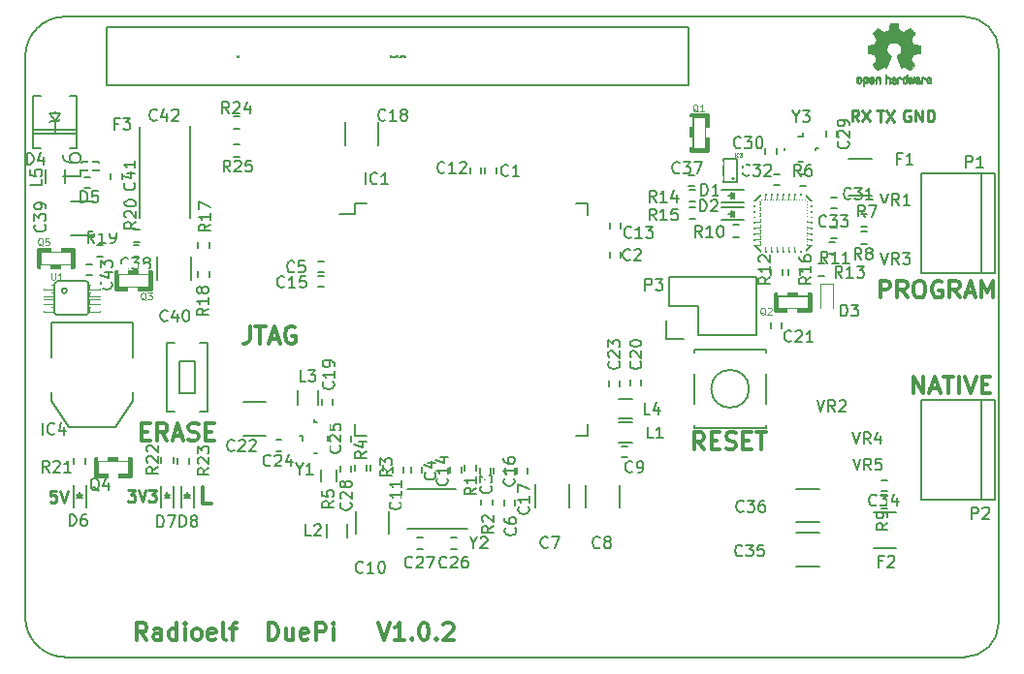
<source format=gto>
G04 #@! TF.GenerationSoftware,KiCad,Pcbnew,no-vcs-found-7592~57~ubuntu16.04.1*
G04 #@! TF.CreationDate,2017-02-07T06:20:48+01:00*
G04 #@! TF.ProjectId,DuePi,44756550692E6B696361645F70636200,rev?*
G04 #@! TF.FileFunction,Legend,Top*
G04 #@! TF.FilePolarity,Positive*
%FSLAX46Y46*%
G04 Gerber Fmt 4.6, Leading zero omitted, Abs format (unit mm)*
G04 Created by KiCad (PCBNEW no-vcs-found-7592~57~ubuntu16.04.1) date Tue Feb  7 06:20:48 2017*
%MOMM*%
%LPD*%
G01*
G04 APERTURE LIST*
%ADD10C,0.100000*%
%ADD11C,0.300000*%
%ADD12C,0.250000*%
%ADD13C,0.120000*%
%ADD14C,0.152400*%
%ADD15C,0.127000*%
%ADD16C,0.066040*%
%ADD17C,0.150000*%
%ADD18C,0.398780*%
%ADD19C,0.010000*%
%ADD20C,0.124460*%
%ADD21C,0.037500*%
%ADD22C,0.075000*%
%ADD23R,0.800000X0.600000*%
%ADD24R,1.099820X0.398780*%
%ADD25O,0.299720X0.698500*%
%ADD26O,0.698500X0.299720*%
%ADD27R,3.197860X3.197860*%
%ADD28C,1.750000*%
%ADD29R,1.750000X1.750000*%
%ADD30C,2.750000*%
%ADD31R,1.000000X0.900000*%
%ADD32R,0.600000X0.400000*%
%ADD33R,1.550000X0.300000*%
%ADD34R,0.300000X1.550000*%
%ADD35R,0.500000X0.600000*%
%ADD36R,0.600000X0.500000*%
%ADD37R,0.797560X0.797560*%
%ADD38R,1.501140X2.799080*%
%ADD39R,0.700000X1.300000*%
%ADD40R,1.300000X0.700000*%
%ADD41R,0.914400X0.914400*%
%ADD42R,0.400000X0.600000*%
%ADD43R,1.198880X0.599440*%
%ADD44R,0.599440X1.198880*%
%ADD45R,2.000000X2.400000*%
%ADD46R,3.657600X2.032000*%
%ADD47R,1.016000X2.032000*%
%ADD48R,2.430000X2.370000*%
%ADD49R,2.029460X1.651000*%
%ADD50R,0.400000X0.400000*%
%ADD51R,0.600000X0.600000*%
%ADD52R,2.179320X1.620520*%
%ADD53R,0.900000X1.000000*%
%ADD54C,1.500000*%
%ADD55O,1.727200X1.727200*%
%ADD56R,1.727200X1.727200*%
%ADD57R,1.550000X1.300000*%
%ADD58R,1.600000X2.000000*%
%ADD59R,1.500000X1.500000*%
%ADD60R,0.900000X0.500000*%
%ADD61R,1.350000X0.400000*%
%ADD62O,0.950000X1.250000*%
%ADD63O,1.550000X1.000000*%
%ADD64R,2.500000X2.000000*%
%ADD65R,2.000000X2.500000*%
%ADD66R,0.700000X0.400000*%
G04 APERTURE END LIST*
D10*
D11*
X125889285Y-110653571D02*
X125175000Y-110653571D01*
X125175000Y-109153571D01*
X187178571Y-101008571D02*
X187178571Y-99508571D01*
X188035714Y-101008571D01*
X188035714Y-99508571D01*
X188678571Y-100580000D02*
X189392857Y-100580000D01*
X188535714Y-101008571D02*
X189035714Y-99508571D01*
X189535714Y-101008571D01*
X189821428Y-99508571D02*
X190678571Y-99508571D01*
X190250000Y-101008571D02*
X190250000Y-99508571D01*
X191178571Y-101008571D02*
X191178571Y-99508571D01*
X191678571Y-99508571D02*
X192178571Y-101008571D01*
X192678571Y-99508571D01*
X193178571Y-100222857D02*
X193678571Y-100222857D01*
X193892857Y-101008571D02*
X193178571Y-101008571D01*
X193178571Y-99508571D01*
X193892857Y-99508571D01*
X184301428Y-92626571D02*
X184301428Y-91126571D01*
X184872857Y-91126571D01*
X185015714Y-91198000D01*
X185087142Y-91269428D01*
X185158571Y-91412285D01*
X185158571Y-91626571D01*
X185087142Y-91769428D01*
X185015714Y-91840857D01*
X184872857Y-91912285D01*
X184301428Y-91912285D01*
X186658571Y-92626571D02*
X186158571Y-91912285D01*
X185801428Y-92626571D02*
X185801428Y-91126571D01*
X186372857Y-91126571D01*
X186515714Y-91198000D01*
X186587142Y-91269428D01*
X186658571Y-91412285D01*
X186658571Y-91626571D01*
X186587142Y-91769428D01*
X186515714Y-91840857D01*
X186372857Y-91912285D01*
X185801428Y-91912285D01*
X187587142Y-91126571D02*
X187872857Y-91126571D01*
X188015714Y-91198000D01*
X188158571Y-91340857D01*
X188230000Y-91626571D01*
X188230000Y-92126571D01*
X188158571Y-92412285D01*
X188015714Y-92555142D01*
X187872857Y-92626571D01*
X187587142Y-92626571D01*
X187444285Y-92555142D01*
X187301428Y-92412285D01*
X187230000Y-92126571D01*
X187230000Y-91626571D01*
X187301428Y-91340857D01*
X187444285Y-91198000D01*
X187587142Y-91126571D01*
X189658571Y-91198000D02*
X189515714Y-91126571D01*
X189301428Y-91126571D01*
X189087142Y-91198000D01*
X188944285Y-91340857D01*
X188872857Y-91483714D01*
X188801428Y-91769428D01*
X188801428Y-91983714D01*
X188872857Y-92269428D01*
X188944285Y-92412285D01*
X189087142Y-92555142D01*
X189301428Y-92626571D01*
X189444285Y-92626571D01*
X189658571Y-92555142D01*
X189730000Y-92483714D01*
X189730000Y-91983714D01*
X189444285Y-91983714D01*
X191230000Y-92626571D02*
X190730000Y-91912285D01*
X190372857Y-92626571D02*
X190372857Y-91126571D01*
X190944285Y-91126571D01*
X191087142Y-91198000D01*
X191158571Y-91269428D01*
X191230000Y-91412285D01*
X191230000Y-91626571D01*
X191158571Y-91769428D01*
X191087142Y-91840857D01*
X190944285Y-91912285D01*
X190372857Y-91912285D01*
X191801428Y-92198000D02*
X192515714Y-92198000D01*
X191658571Y-92626571D02*
X192158571Y-91126571D01*
X192658571Y-92626571D01*
X193158571Y-92626571D02*
X193158571Y-91126571D01*
X193658571Y-92198000D01*
X194158571Y-91126571D01*
X194158571Y-92626571D01*
D12*
X186908095Y-76260000D02*
X186812857Y-76212380D01*
X186670000Y-76212380D01*
X186527142Y-76260000D01*
X186431904Y-76355238D01*
X186384285Y-76450476D01*
X186336666Y-76640952D01*
X186336666Y-76783809D01*
X186384285Y-76974285D01*
X186431904Y-77069523D01*
X186527142Y-77164761D01*
X186670000Y-77212380D01*
X186765238Y-77212380D01*
X186908095Y-77164761D01*
X186955714Y-77117142D01*
X186955714Y-76783809D01*
X186765238Y-76783809D01*
X187384285Y-77212380D02*
X187384285Y-76212380D01*
X187955714Y-77212380D01*
X187955714Y-76212380D01*
X188431904Y-77212380D02*
X188431904Y-76212380D01*
X188670000Y-76212380D01*
X188812857Y-76260000D01*
X188908095Y-76355238D01*
X188955714Y-76450476D01*
X189003333Y-76640952D01*
X189003333Y-76783809D01*
X188955714Y-76974285D01*
X188908095Y-77069523D01*
X188812857Y-77164761D01*
X188670000Y-77212380D01*
X188431904Y-77212380D01*
X184018095Y-76262380D02*
X184589523Y-76262380D01*
X184303809Y-77262380D02*
X184303809Y-76262380D01*
X184827619Y-76262380D02*
X185494285Y-77262380D01*
X185494285Y-76262380D02*
X184827619Y-77262380D01*
X182413333Y-77212380D02*
X182080000Y-76736190D01*
X181841904Y-77212380D02*
X181841904Y-76212380D01*
X182222857Y-76212380D01*
X182318095Y-76260000D01*
X182365714Y-76307619D01*
X182413333Y-76402857D01*
X182413333Y-76545714D01*
X182365714Y-76640952D01*
X182318095Y-76688571D01*
X182222857Y-76736190D01*
X181841904Y-76736190D01*
X182746666Y-76212380D02*
X183413333Y-77212380D01*
X183413333Y-76212380D02*
X182746666Y-77212380D01*
D11*
X120246428Y-122553571D02*
X119746428Y-121839285D01*
X119389285Y-122553571D02*
X119389285Y-121053571D01*
X119960714Y-121053571D01*
X120103571Y-121125000D01*
X120175000Y-121196428D01*
X120246428Y-121339285D01*
X120246428Y-121553571D01*
X120175000Y-121696428D01*
X120103571Y-121767857D01*
X119960714Y-121839285D01*
X119389285Y-121839285D01*
X121532142Y-122553571D02*
X121532142Y-121767857D01*
X121460714Y-121625000D01*
X121317857Y-121553571D01*
X121032142Y-121553571D01*
X120889285Y-121625000D01*
X121532142Y-122482142D02*
X121389285Y-122553571D01*
X121032142Y-122553571D01*
X120889285Y-122482142D01*
X120817857Y-122339285D01*
X120817857Y-122196428D01*
X120889285Y-122053571D01*
X121032142Y-121982142D01*
X121389285Y-121982142D01*
X121532142Y-121910714D01*
X122889285Y-122553571D02*
X122889285Y-121053571D01*
X122889285Y-122482142D02*
X122746428Y-122553571D01*
X122460714Y-122553571D01*
X122317857Y-122482142D01*
X122246428Y-122410714D01*
X122175000Y-122267857D01*
X122175000Y-121839285D01*
X122246428Y-121696428D01*
X122317857Y-121625000D01*
X122460714Y-121553571D01*
X122746428Y-121553571D01*
X122889285Y-121625000D01*
X123603571Y-122553571D02*
X123603571Y-121553571D01*
X123603571Y-121053571D02*
X123532142Y-121125000D01*
X123603571Y-121196428D01*
X123675000Y-121125000D01*
X123603571Y-121053571D01*
X123603571Y-121196428D01*
X124532142Y-122553571D02*
X124389285Y-122482142D01*
X124317857Y-122410714D01*
X124246428Y-122267857D01*
X124246428Y-121839285D01*
X124317857Y-121696428D01*
X124389285Y-121625000D01*
X124532142Y-121553571D01*
X124746428Y-121553571D01*
X124889285Y-121625000D01*
X124960714Y-121696428D01*
X125032142Y-121839285D01*
X125032142Y-122267857D01*
X124960714Y-122410714D01*
X124889285Y-122482142D01*
X124746428Y-122553571D01*
X124532142Y-122553571D01*
X126246428Y-122482142D02*
X126103571Y-122553571D01*
X125817857Y-122553571D01*
X125675000Y-122482142D01*
X125603571Y-122339285D01*
X125603571Y-121767857D01*
X125675000Y-121625000D01*
X125817857Y-121553571D01*
X126103571Y-121553571D01*
X126246428Y-121625000D01*
X126317857Y-121767857D01*
X126317857Y-121910714D01*
X125603571Y-122053571D01*
X127175000Y-122553571D02*
X127032142Y-122482142D01*
X126960714Y-122339285D01*
X126960714Y-121053571D01*
X127532142Y-121553571D02*
X128103571Y-121553571D01*
X127746428Y-122553571D02*
X127746428Y-121267857D01*
X127817857Y-121125000D01*
X127960714Y-121053571D01*
X128103571Y-121053571D01*
X130889285Y-122553571D02*
X130889285Y-121053571D01*
X131246428Y-121053571D01*
X131460714Y-121125000D01*
X131603571Y-121267857D01*
X131675000Y-121410714D01*
X131746428Y-121696428D01*
X131746428Y-121910714D01*
X131675000Y-122196428D01*
X131603571Y-122339285D01*
X131460714Y-122482142D01*
X131246428Y-122553571D01*
X130889285Y-122553571D01*
X133032142Y-121553571D02*
X133032142Y-122553571D01*
X132389285Y-121553571D02*
X132389285Y-122339285D01*
X132460714Y-122482142D01*
X132603571Y-122553571D01*
X132817857Y-122553571D01*
X132960714Y-122482142D01*
X133032142Y-122410714D01*
X134317857Y-122482142D02*
X134175000Y-122553571D01*
X133889285Y-122553571D01*
X133746428Y-122482142D01*
X133675000Y-122339285D01*
X133675000Y-121767857D01*
X133746428Y-121625000D01*
X133889285Y-121553571D01*
X134175000Y-121553571D01*
X134317857Y-121625000D01*
X134389285Y-121767857D01*
X134389285Y-121910714D01*
X133675000Y-122053571D01*
X135032142Y-122553571D02*
X135032142Y-121053571D01*
X135603571Y-121053571D01*
X135746428Y-121125000D01*
X135817857Y-121196428D01*
X135889285Y-121339285D01*
X135889285Y-121553571D01*
X135817857Y-121696428D01*
X135746428Y-121767857D01*
X135603571Y-121839285D01*
X135032142Y-121839285D01*
X136532142Y-122553571D02*
X136532142Y-121553571D01*
X136532142Y-121053571D02*
X136460714Y-121125000D01*
X136532142Y-121196428D01*
X136603571Y-121125000D01*
X136532142Y-121053571D01*
X136532142Y-121196428D01*
X140460714Y-121053571D02*
X140960714Y-122553571D01*
X141460714Y-121053571D01*
X142746428Y-122553571D02*
X141889285Y-122553571D01*
X142317857Y-122553571D02*
X142317857Y-121053571D01*
X142175000Y-121267857D01*
X142032142Y-121410714D01*
X141889285Y-121482142D01*
X143389285Y-122410714D02*
X143460714Y-122482142D01*
X143389285Y-122553571D01*
X143317857Y-122482142D01*
X143389285Y-122410714D01*
X143389285Y-122553571D01*
X144389285Y-121053571D02*
X144532142Y-121053571D01*
X144675000Y-121125000D01*
X144746428Y-121196428D01*
X144817857Y-121339285D01*
X144889285Y-121625000D01*
X144889285Y-121982142D01*
X144817857Y-122267857D01*
X144746428Y-122410714D01*
X144675000Y-122482142D01*
X144532142Y-122553571D01*
X144389285Y-122553571D01*
X144246428Y-122482142D01*
X144175000Y-122410714D01*
X144103571Y-122267857D01*
X144032142Y-121982142D01*
X144032142Y-121625000D01*
X144103571Y-121339285D01*
X144175000Y-121196428D01*
X144246428Y-121125000D01*
X144389285Y-121053571D01*
X145532142Y-122410714D02*
X145603571Y-122482142D01*
X145532142Y-122553571D01*
X145460714Y-122482142D01*
X145532142Y-122410714D01*
X145532142Y-122553571D01*
X146175000Y-121196428D02*
X146246428Y-121125000D01*
X146389285Y-121053571D01*
X146746428Y-121053571D01*
X146889285Y-121125000D01*
X146960714Y-121196428D01*
X147032142Y-121339285D01*
X147032142Y-121482142D01*
X146960714Y-121696428D01*
X146103571Y-122553571D01*
X147032142Y-122553571D01*
X129250000Y-95128571D02*
X129250000Y-96200000D01*
X129178571Y-96414285D01*
X129035714Y-96557142D01*
X128821428Y-96628571D01*
X128678571Y-96628571D01*
X129750000Y-95128571D02*
X130607142Y-95128571D01*
X130178571Y-96628571D02*
X130178571Y-95128571D01*
X131035714Y-96200000D02*
X131750000Y-96200000D01*
X130892857Y-96628571D02*
X131392857Y-95128571D01*
X131892857Y-96628571D01*
X133178571Y-95200000D02*
X133035714Y-95128571D01*
X132821428Y-95128571D01*
X132607142Y-95200000D01*
X132464285Y-95342857D01*
X132392857Y-95485714D01*
X132321428Y-95771428D01*
X132321428Y-95985714D01*
X132392857Y-96271428D01*
X132464285Y-96414285D01*
X132607142Y-96557142D01*
X132821428Y-96628571D01*
X132964285Y-96628571D01*
X133178571Y-96557142D01*
X133250000Y-96485714D01*
X133250000Y-95985714D01*
X132964285Y-95985714D01*
X168911428Y-105888571D02*
X168411428Y-105174285D01*
X168054285Y-105888571D02*
X168054285Y-104388571D01*
X168625714Y-104388571D01*
X168768571Y-104460000D01*
X168840000Y-104531428D01*
X168911428Y-104674285D01*
X168911428Y-104888571D01*
X168840000Y-105031428D01*
X168768571Y-105102857D01*
X168625714Y-105174285D01*
X168054285Y-105174285D01*
X169554285Y-105102857D02*
X170054285Y-105102857D01*
X170268571Y-105888571D02*
X169554285Y-105888571D01*
X169554285Y-104388571D01*
X170268571Y-104388571D01*
X170840000Y-105817142D02*
X171054285Y-105888571D01*
X171411428Y-105888571D01*
X171554285Y-105817142D01*
X171625714Y-105745714D01*
X171697142Y-105602857D01*
X171697142Y-105460000D01*
X171625714Y-105317142D01*
X171554285Y-105245714D01*
X171411428Y-105174285D01*
X171125714Y-105102857D01*
X170982857Y-105031428D01*
X170911428Y-104960000D01*
X170840000Y-104817142D01*
X170840000Y-104674285D01*
X170911428Y-104531428D01*
X170982857Y-104460000D01*
X171125714Y-104388571D01*
X171482857Y-104388571D01*
X171697142Y-104460000D01*
X172340000Y-105102857D02*
X172840000Y-105102857D01*
X173054285Y-105888571D02*
X172340000Y-105888571D01*
X172340000Y-104388571D01*
X173054285Y-104388571D01*
X173482857Y-104388571D02*
X174340000Y-104388571D01*
X173911428Y-105888571D02*
X173911428Y-104388571D01*
X119832857Y-104322857D02*
X120332857Y-104322857D01*
X120547142Y-105108571D02*
X119832857Y-105108571D01*
X119832857Y-103608571D01*
X120547142Y-103608571D01*
X122047142Y-105108571D02*
X121547142Y-104394285D01*
X121190000Y-105108571D02*
X121190000Y-103608571D01*
X121761428Y-103608571D01*
X121904285Y-103680000D01*
X121975714Y-103751428D01*
X122047142Y-103894285D01*
X122047142Y-104108571D01*
X121975714Y-104251428D01*
X121904285Y-104322857D01*
X121761428Y-104394285D01*
X121190000Y-104394285D01*
X122618571Y-104680000D02*
X123332857Y-104680000D01*
X122475714Y-105108571D02*
X122975714Y-103608571D01*
X123475714Y-105108571D01*
X123904285Y-105037142D02*
X124118571Y-105108571D01*
X124475714Y-105108571D01*
X124618571Y-105037142D01*
X124690000Y-104965714D01*
X124761428Y-104822857D01*
X124761428Y-104680000D01*
X124690000Y-104537142D01*
X124618571Y-104465714D01*
X124475714Y-104394285D01*
X124190000Y-104322857D01*
X124047142Y-104251428D01*
X123975714Y-104180000D01*
X123904285Y-104037142D01*
X123904285Y-103894285D01*
X123975714Y-103751428D01*
X124047142Y-103680000D01*
X124190000Y-103608571D01*
X124547142Y-103608571D01*
X124761428Y-103680000D01*
X125404285Y-104322857D02*
X125904285Y-104322857D01*
X126118571Y-105108571D02*
X125404285Y-105108571D01*
X125404285Y-103608571D01*
X126118571Y-103608571D01*
D12*
X118611904Y-109477380D02*
X119230952Y-109477380D01*
X118897619Y-109858333D01*
X119040476Y-109858333D01*
X119135714Y-109905952D01*
X119183333Y-109953571D01*
X119230952Y-110048809D01*
X119230952Y-110286904D01*
X119183333Y-110382142D01*
X119135714Y-110429761D01*
X119040476Y-110477380D01*
X118754761Y-110477380D01*
X118659523Y-110429761D01*
X118611904Y-110382142D01*
X119516666Y-109477380D02*
X119850000Y-110477380D01*
X120183333Y-109477380D01*
X120421428Y-109477380D02*
X121040476Y-109477380D01*
X120707142Y-109858333D01*
X120850000Y-109858333D01*
X120945238Y-109905952D01*
X120992857Y-109953571D01*
X121040476Y-110048809D01*
X121040476Y-110286904D01*
X120992857Y-110382142D01*
X120945238Y-110429761D01*
X120850000Y-110477380D01*
X120564285Y-110477380D01*
X120469047Y-110429761D01*
X120421428Y-110382142D01*
X112349523Y-109512380D02*
X111873333Y-109512380D01*
X111825714Y-109988571D01*
X111873333Y-109940952D01*
X111968571Y-109893333D01*
X112206666Y-109893333D01*
X112301904Y-109940952D01*
X112349523Y-109988571D01*
X112397142Y-110083809D01*
X112397142Y-110321904D01*
X112349523Y-110417142D01*
X112301904Y-110464761D01*
X112206666Y-110512380D01*
X111968571Y-110512380D01*
X111873333Y-110464761D01*
X111825714Y-110417142D01*
X112682857Y-109512380D02*
X113016190Y-110512380D01*
X113349523Y-109512380D01*
D13*
X180200000Y-91450000D02*
X179100000Y-91450000D01*
X179100000Y-91450000D02*
X179100000Y-93550000D01*
X180200000Y-91450000D02*
X180200000Y-93550000D01*
D14*
X112460480Y-91191720D02*
G75*
G03X112211560Y-91440640I0J-248920D01*
G01*
X112211560Y-93899360D02*
G75*
G03X112460480Y-94148280I248920J0D01*
G01*
X114929360Y-94148280D02*
G75*
G03X115178280Y-93899360I0J248920D01*
G01*
X115178280Y-91440640D02*
G75*
G03X114929360Y-91191720I-248920J0D01*
G01*
D15*
X113278602Y-92022300D02*
G75*
G03X113278602Y-92022300I-226302J0D01*
G01*
D14*
X112460480Y-94148280D02*
X114929360Y-94148280D01*
X114929360Y-91191720D02*
X112470640Y-91191720D01*
X115178280Y-91450800D02*
X115178280Y-93909520D01*
X112211560Y-93909520D02*
X112211560Y-91450800D01*
D16*
X115249400Y-91496520D02*
X116148560Y-91496520D01*
X116148560Y-91496520D02*
X116148560Y-91895300D01*
X115249400Y-91895300D02*
X116148560Y-91895300D01*
X115249400Y-91496520D02*
X115249400Y-91895300D01*
X115249400Y-92146760D02*
X116148560Y-92146760D01*
X116148560Y-92146760D02*
X116148560Y-92545540D01*
X115249400Y-92545540D02*
X116148560Y-92545540D01*
X115249400Y-92146760D02*
X115249400Y-92545540D01*
X115249400Y-92794460D02*
X116148560Y-92794460D01*
X116148560Y-92794460D02*
X116148560Y-93193240D01*
X115249400Y-93193240D02*
X116148560Y-93193240D01*
X115249400Y-92794460D02*
X115249400Y-93193240D01*
X115249400Y-93444700D02*
X116148560Y-93444700D01*
X116148560Y-93444700D02*
X116148560Y-93843480D01*
X115249400Y-93843480D02*
X116148560Y-93843480D01*
X115249400Y-93444700D02*
X115249400Y-93843480D01*
X111251440Y-93444700D02*
X112150600Y-93444700D01*
X112150600Y-93444700D02*
X112150600Y-93843480D01*
X111251440Y-93843480D02*
X112150600Y-93843480D01*
X111251440Y-93444700D02*
X111251440Y-93843480D01*
X111251440Y-92794460D02*
X112150600Y-92794460D01*
X112150600Y-92794460D02*
X112150600Y-93193240D01*
X111251440Y-93193240D02*
X112150600Y-93193240D01*
X111251440Y-92794460D02*
X111251440Y-93193240D01*
X111251440Y-92146760D02*
X112150600Y-92146760D01*
X112150600Y-92146760D02*
X112150600Y-92545540D01*
X111251440Y-92545540D02*
X112150600Y-92545540D01*
X111251440Y-92146760D02*
X111251440Y-92545540D01*
X111251440Y-91496520D02*
X112150600Y-91496520D01*
X112150600Y-91496520D02*
X112150600Y-91895300D01*
X111251440Y-91895300D02*
X112150600Y-91895300D01*
X111251440Y-91496520D02*
X111251440Y-91895300D01*
X177448160Y-83606640D02*
X177448160Y-84056220D01*
X177448160Y-84056220D02*
X177750420Y-84056220D01*
X177750420Y-83606640D02*
X177750420Y-84056220D01*
X177448160Y-83606640D02*
X177750420Y-83606640D01*
X176950320Y-83606640D02*
X176950320Y-84056220D01*
X176950320Y-84056220D02*
X177250040Y-84056220D01*
X177250040Y-83606640D02*
X177250040Y-84056220D01*
X176950320Y-83606640D02*
X177250040Y-83606640D01*
X176449940Y-83606640D02*
X176449940Y-84056220D01*
X176449940Y-84056220D02*
X176749660Y-84056220D01*
X176749660Y-83606640D02*
X176749660Y-84056220D01*
X176449940Y-83606640D02*
X176749660Y-83606640D01*
X175949560Y-83606640D02*
X175949560Y-84056220D01*
X175949560Y-84056220D02*
X176249280Y-84056220D01*
X176249280Y-83606640D02*
X176249280Y-84056220D01*
X175949560Y-83606640D02*
X176249280Y-83606640D01*
X175451720Y-83606640D02*
X175451720Y-84056220D01*
X175451720Y-84056220D02*
X175751440Y-84056220D01*
X175751440Y-83606640D02*
X175751440Y-84056220D01*
X175451720Y-83606640D02*
X175751440Y-83606640D01*
X174951340Y-83606640D02*
X174951340Y-84056220D01*
X174951340Y-84056220D02*
X175251060Y-84056220D01*
X175251060Y-83606640D02*
X175251060Y-84056220D01*
X174951340Y-83606640D02*
X175251060Y-83606640D01*
X174450960Y-83606640D02*
X174450960Y-84056220D01*
X174450960Y-84056220D02*
X174750680Y-84056220D01*
X174750680Y-83606640D02*
X174750680Y-84056220D01*
X174450960Y-83606640D02*
X174750680Y-83606640D01*
X173950580Y-83606640D02*
X173950580Y-84056220D01*
X173950580Y-84056220D02*
X174252840Y-84056220D01*
X174252840Y-83606640D02*
X174252840Y-84056220D01*
X173950580Y-83606640D02*
X174252840Y-83606640D01*
X173351140Y-84206080D02*
X173351140Y-84508340D01*
X173351140Y-84508340D02*
X173800720Y-84508340D01*
X173800720Y-84206080D02*
X173800720Y-84508340D01*
X173351140Y-84206080D02*
X173800720Y-84206080D01*
X173351140Y-84706460D02*
X173351140Y-85006180D01*
X173351140Y-85006180D02*
X173800720Y-85006180D01*
X173800720Y-84706460D02*
X173800720Y-85006180D01*
X173351140Y-84706460D02*
X173800720Y-84706460D01*
X173351140Y-85206840D02*
X173351140Y-85506560D01*
X173351140Y-85506560D02*
X173800720Y-85506560D01*
X173800720Y-85206840D02*
X173800720Y-85506560D01*
X173351140Y-85206840D02*
X173800720Y-85206840D01*
X173351140Y-85707220D02*
X173351140Y-86006940D01*
X173351140Y-86006940D02*
X173800720Y-86006940D01*
X173800720Y-85707220D02*
X173800720Y-86006940D01*
X173351140Y-85707220D02*
X173800720Y-85707220D01*
X173351140Y-86205060D02*
X173351140Y-86504780D01*
X173351140Y-86504780D02*
X173800720Y-86504780D01*
X173800720Y-86205060D02*
X173800720Y-86504780D01*
X173351140Y-86205060D02*
X173800720Y-86205060D01*
X173351140Y-86705440D02*
X173351140Y-87005160D01*
X173351140Y-87005160D02*
X173800720Y-87005160D01*
X173800720Y-86705440D02*
X173800720Y-87005160D01*
X173351140Y-86705440D02*
X173800720Y-86705440D01*
X173351140Y-87205820D02*
X173351140Y-87505540D01*
X173351140Y-87505540D02*
X173800720Y-87505540D01*
X173800720Y-87205820D02*
X173800720Y-87505540D01*
X173351140Y-87205820D02*
X173800720Y-87205820D01*
X173351140Y-87703660D02*
X173351140Y-88005920D01*
X173351140Y-88005920D02*
X173800720Y-88005920D01*
X173800720Y-87703660D02*
X173800720Y-88005920D01*
X173351140Y-87703660D02*
X173800720Y-87703660D01*
X173950580Y-88155780D02*
X173950580Y-88605360D01*
X173950580Y-88605360D02*
X174252840Y-88605360D01*
X174252840Y-88155780D02*
X174252840Y-88605360D01*
X173950580Y-88155780D02*
X174252840Y-88155780D01*
X174450960Y-88155780D02*
X174450960Y-88605360D01*
X174450960Y-88605360D02*
X174750680Y-88605360D01*
X174750680Y-88155780D02*
X174750680Y-88605360D01*
X174450960Y-88155780D02*
X174750680Y-88155780D01*
X174951340Y-88155780D02*
X174951340Y-88605360D01*
X174951340Y-88605360D02*
X175251060Y-88605360D01*
X175251060Y-88155780D02*
X175251060Y-88605360D01*
X174951340Y-88155780D02*
X175251060Y-88155780D01*
X175451720Y-88155780D02*
X175451720Y-88605360D01*
X175451720Y-88605360D02*
X175751440Y-88605360D01*
X175751440Y-88155780D02*
X175751440Y-88605360D01*
X175451720Y-88155780D02*
X175751440Y-88155780D01*
X175949560Y-88155780D02*
X175949560Y-88605360D01*
X175949560Y-88605360D02*
X176249280Y-88605360D01*
X176249280Y-88155780D02*
X176249280Y-88605360D01*
X175949560Y-88155780D02*
X176249280Y-88155780D01*
X176449940Y-88155780D02*
X176449940Y-88605360D01*
X176449940Y-88605360D02*
X176749660Y-88605360D01*
X176749660Y-88155780D02*
X176749660Y-88605360D01*
X176449940Y-88155780D02*
X176749660Y-88155780D01*
X176950320Y-88155780D02*
X176950320Y-88605360D01*
X176950320Y-88605360D02*
X177250040Y-88605360D01*
X177250040Y-88155780D02*
X177250040Y-88605360D01*
X176950320Y-88155780D02*
X177250040Y-88155780D01*
X177448160Y-88155780D02*
X177448160Y-88605360D01*
X177448160Y-88605360D02*
X177750420Y-88605360D01*
X177750420Y-88155780D02*
X177750420Y-88605360D01*
X177448160Y-88155780D02*
X177750420Y-88155780D01*
X177900280Y-87703660D02*
X177900280Y-88005920D01*
X177900280Y-88005920D02*
X178349860Y-88005920D01*
X178349860Y-87703660D02*
X178349860Y-88005920D01*
X177900280Y-87703660D02*
X178349860Y-87703660D01*
X177900280Y-87205820D02*
X177900280Y-87505540D01*
X177900280Y-87505540D02*
X178349860Y-87505540D01*
X178349860Y-87205820D02*
X178349860Y-87505540D01*
X177900280Y-87205820D02*
X178349860Y-87205820D01*
X177900280Y-86705440D02*
X177900280Y-87005160D01*
X177900280Y-87005160D02*
X178349860Y-87005160D01*
X178349860Y-86705440D02*
X178349860Y-87005160D01*
X177900280Y-86705440D02*
X178349860Y-86705440D01*
X177900280Y-86205060D02*
X177900280Y-86504780D01*
X177900280Y-86504780D02*
X178349860Y-86504780D01*
X178349860Y-86205060D02*
X178349860Y-86504780D01*
X177900280Y-86205060D02*
X178349860Y-86205060D01*
X177900280Y-85707220D02*
X177900280Y-86006940D01*
X177900280Y-86006940D02*
X178349860Y-86006940D01*
X178349860Y-85707220D02*
X178349860Y-86006940D01*
X177900280Y-85707220D02*
X178349860Y-85707220D01*
X177900280Y-85206840D02*
X177900280Y-85506560D01*
X177900280Y-85506560D02*
X178349860Y-85506560D01*
X178349860Y-85206840D02*
X178349860Y-85506560D01*
X177900280Y-85206840D02*
X178349860Y-85206840D01*
X177900280Y-84706460D02*
X177900280Y-85006180D01*
X177900280Y-85006180D02*
X178349860Y-85006180D01*
X178349860Y-84706460D02*
X178349860Y-85006180D01*
X177900280Y-84706460D02*
X178349860Y-84706460D01*
X177900280Y-84206080D02*
X177900280Y-84508340D01*
X177900280Y-84508340D02*
X178349860Y-84508340D01*
X178349860Y-84206080D02*
X178349860Y-84508340D01*
X177900280Y-84206080D02*
X178349860Y-84206080D01*
X176099420Y-84907120D02*
X176099420Y-85857080D01*
X176099420Y-85857080D02*
X177049380Y-85857080D01*
X177049380Y-84907120D02*
X177049380Y-85857080D01*
X176099420Y-84907120D02*
X177049380Y-84907120D01*
X176099420Y-86354920D02*
X176099420Y-87304880D01*
X176099420Y-87304880D02*
X177049380Y-87304880D01*
X177049380Y-86354920D02*
X177049380Y-87304880D01*
X176099420Y-86354920D02*
X177049380Y-86354920D01*
X174651620Y-86354920D02*
X174651620Y-87304880D01*
X174651620Y-87304880D02*
X175601580Y-87304880D01*
X175601580Y-86354920D02*
X175601580Y-87304880D01*
X174651620Y-86354920D02*
X175601580Y-86354920D01*
X174651620Y-84907120D02*
X174651620Y-85857080D01*
X174651620Y-85857080D02*
X175601580Y-85857080D01*
X175601580Y-84907120D02*
X175601580Y-85857080D01*
X174651620Y-84907120D02*
X175601580Y-84907120D01*
D15*
X178349860Y-84206080D02*
X178349860Y-88005920D01*
X178349860Y-88005920D02*
X177750420Y-88605360D01*
X177750420Y-88605360D02*
X173950580Y-88605360D01*
X173950580Y-88605360D02*
X173351140Y-88005920D01*
X173351140Y-88005920D02*
X173351140Y-84206080D01*
X173351140Y-84206080D02*
X173950580Y-83606640D01*
X173950580Y-83606640D02*
X177750420Y-83606640D01*
X177750420Y-83606640D02*
X178349860Y-84206080D01*
D17*
X167544920Y-74090000D02*
X167544920Y-69010000D01*
X116750000Y-69010000D02*
X116750000Y-74090000D01*
X167550000Y-74090000D02*
X116750000Y-74090000D01*
X116750000Y-69010000D02*
X167550000Y-69010000D01*
X113150000Y-68050000D02*
G75*
G03X109650000Y-71550000I0J-3500000D01*
G01*
X109650000Y-120550000D02*
G75*
G03X113150000Y-124050000I3500000J0D01*
G01*
X113150000Y-124050000D02*
X191650000Y-124050000D01*
X191650000Y-124050000D02*
G75*
G03X194650000Y-121050000I0J3000000D01*
G01*
X194650000Y-121050000D02*
X194650000Y-71050000D01*
X194650000Y-71050000D02*
G75*
G03X191650000Y-68050000I-3000000J0D01*
G01*
X191650000Y-68050000D02*
X113150000Y-68050000D01*
X109650000Y-120550000D02*
X109650000Y-71550000D01*
X178680000Y-79520000D02*
X178930000Y-79520000D01*
X177530000Y-78520000D02*
X177530000Y-78220000D01*
X177130000Y-78520000D02*
X177530000Y-78520000D01*
X177530000Y-80720000D02*
X177130000Y-80720000D01*
X175980000Y-79520000D02*
X175980000Y-79720000D01*
X178680000Y-79520000D02*
X178680000Y-79720000D01*
X124705000Y-87760000D02*
X124705000Y-88260000D01*
X125755000Y-88260000D02*
X125755000Y-87760000D01*
X138400000Y-85350000D02*
X137100000Y-85350000D01*
X158750000Y-84375000D02*
X157700000Y-84375000D01*
X158750000Y-104725000D02*
X157700000Y-104725000D01*
X138400000Y-104725000D02*
X139450000Y-104725000D01*
X138400000Y-84375000D02*
X139450000Y-84375000D01*
X138400000Y-104725000D02*
X138400000Y-103675000D01*
X158750000Y-104725000D02*
X158750000Y-103675000D01*
X158750000Y-84375000D02*
X158750000Y-85425000D01*
X138400000Y-84375000D02*
X138400000Y-85350000D01*
X135575000Y-101500000D02*
X135575000Y-102000000D01*
X136525000Y-102000000D02*
X136525000Y-101500000D01*
X149815000Y-81290000D02*
X149815000Y-81790000D01*
X150765000Y-81790000D02*
X150765000Y-81290000D01*
X160695000Y-88640000D02*
X160695000Y-89140000D01*
X161645000Y-89140000D02*
X161645000Y-88640000D01*
X149350000Y-107475000D02*
X149350000Y-107975000D01*
X150300000Y-107975000D02*
X150300000Y-107475000D01*
X143345000Y-107390000D02*
X143345000Y-107890000D01*
X144295000Y-107890000D02*
X144295000Y-107390000D01*
X135190000Y-90435000D02*
X135690000Y-90435000D01*
X135690000Y-89485000D02*
X135190000Y-89485000D01*
X152385000Y-110760000D02*
X152385000Y-110260000D01*
X151435000Y-110260000D02*
X151435000Y-110760000D01*
X162200000Y-105605000D02*
X161700000Y-105605000D01*
X161700000Y-106555000D02*
X162200000Y-106555000D01*
X141735000Y-107420000D02*
X141735000Y-107920000D01*
X142685000Y-107920000D02*
X142685000Y-107420000D01*
X149475000Y-81790000D02*
X149475000Y-81290000D01*
X148525000Y-81290000D02*
X148525000Y-81790000D01*
X161655000Y-86550000D02*
X161655000Y-86050000D01*
X160705000Y-86050000D02*
X160705000Y-86550000D01*
X147705000Y-107920000D02*
X147705000Y-107420000D01*
X146755000Y-107420000D02*
X146755000Y-107920000D01*
X135690000Y-90745000D02*
X135190000Y-90745000D01*
X135190000Y-91695000D02*
X135690000Y-91695000D01*
X150575000Y-107475000D02*
X150575000Y-107975000D01*
X151525000Y-107975000D02*
X151525000Y-107475000D01*
X153525000Y-107975000D02*
X153525000Y-107475000D01*
X152575000Y-107475000D02*
X152575000Y-107975000D01*
X162500000Y-99825000D02*
X162500000Y-100325000D01*
X163450000Y-100325000D02*
X163450000Y-99825000D01*
X161525000Y-100350000D02*
X161525000Y-99850000D01*
X160575000Y-99850000D02*
X160575000Y-100350000D01*
X131540000Y-106015000D02*
X132040000Y-106015000D01*
X132040000Y-105065000D02*
X131540000Y-105065000D01*
X138095000Y-105180000D02*
X138095000Y-104680000D01*
X137145000Y-104680000D02*
X137145000Y-105180000D01*
X147325000Y-113625000D02*
X146825000Y-113625000D01*
X146825000Y-114575000D02*
X147325000Y-114575000D01*
X143825000Y-114575000D02*
X144325000Y-114575000D01*
X144325000Y-113625000D02*
X143825000Y-113625000D01*
X138100000Y-107800000D02*
X138100000Y-107300000D01*
X137150000Y-107300000D02*
X137150000Y-107800000D01*
X180510000Y-83845000D02*
X180010000Y-83845000D01*
X180010000Y-84795000D02*
X180510000Y-84795000D01*
X175020000Y-82815000D02*
X175520000Y-82815000D01*
X175520000Y-81865000D02*
X175020000Y-81865000D01*
X184875000Y-108600000D02*
X184375000Y-108600000D01*
X184375000Y-109550000D02*
X184875000Y-109550000D01*
X168060000Y-81935000D02*
X167560000Y-81935000D01*
X167560000Y-82885000D02*
X168060000Y-82885000D01*
X119590000Y-88055000D02*
X119090000Y-88055000D01*
X119090000Y-89005000D02*
X119590000Y-89005000D01*
X171260000Y-83480000D02*
X171510000Y-83730000D01*
X171260000Y-83980000D02*
X171260000Y-83480000D01*
X171510000Y-83730000D02*
X171260000Y-83980000D01*
X171510000Y-83980000D02*
X171510000Y-83480000D01*
X171460000Y-83730000D02*
X171010000Y-83730000D01*
X172360000Y-84280000D02*
X170460000Y-84280000D01*
X172360000Y-83180000D02*
X170460000Y-83180000D01*
X172370000Y-84740000D02*
X170470000Y-84740000D01*
X172370000Y-85840000D02*
X170470000Y-85840000D01*
X171470000Y-85290000D02*
X171020000Y-85290000D01*
X171520000Y-85540000D02*
X171520000Y-85040000D01*
X171520000Y-85290000D02*
X171270000Y-85540000D01*
X171270000Y-85540000D02*
X171270000Y-85040000D01*
X171270000Y-85040000D02*
X171520000Y-85290000D01*
X183560760Y-80489800D02*
X181559240Y-80489800D01*
X182560000Y-83690200D02*
X181559240Y-83690200D01*
X182560000Y-83690200D02*
X183560760Y-83690200D01*
X184700000Y-111349800D02*
X183699240Y-111349800D01*
X184700000Y-111349800D02*
X185700760Y-111349800D01*
X183699240Y-114550200D02*
X185700760Y-114550200D01*
X161425000Y-103550000D02*
X162625000Y-103550000D01*
X162625000Y-105300000D02*
X161425000Y-105300000D01*
X137745000Y-112390000D02*
X137745000Y-113590000D01*
X135995000Y-113590000D02*
X135995000Y-112390000D01*
X135175000Y-100750000D02*
X135175000Y-101950000D01*
X133425000Y-101950000D02*
X133425000Y-100750000D01*
X162625000Y-103200000D02*
X161425000Y-103200000D01*
X161425000Y-101450000D02*
X162625000Y-101450000D01*
X111393000Y-82642000D02*
X111393000Y-81442000D01*
X113143000Y-81442000D02*
X113143000Y-82642000D01*
D18*
X167788960Y-76688860D02*
X169191040Y-76688860D01*
X169191040Y-76688860D02*
X169191040Y-79691140D01*
X169191040Y-79691140D02*
X167788960Y-79691140D01*
X167788960Y-79691140D02*
X167788960Y-76688860D01*
X178151140Y-92298960D02*
X178151140Y-93701040D01*
X178151140Y-93701040D02*
X175148860Y-93701040D01*
X175148860Y-93701040D02*
X175148860Y-92298960D01*
X175148860Y-92298960D02*
X178151140Y-92298960D01*
X115828860Y-106758200D02*
X118831140Y-106758200D01*
X115828860Y-108160280D02*
X115828860Y-106758200D01*
X118831140Y-108160280D02*
X115828860Y-108160280D01*
X118831140Y-106758200D02*
X118831140Y-108160280D01*
D17*
X148000000Y-107250000D02*
X148000000Y-107750000D01*
X149050000Y-107750000D02*
X149050000Y-107250000D01*
X149405000Y-110250000D02*
X149405000Y-110750000D01*
X150455000Y-110750000D02*
X150455000Y-110250000D01*
X140850000Y-107775000D02*
X140850000Y-107275000D01*
X139800000Y-107275000D02*
X139800000Y-107775000D01*
X138425000Y-107275000D02*
X138425000Y-107775000D01*
X139475000Y-107775000D02*
X139475000Y-107275000D01*
X177790000Y-81835000D02*
X177290000Y-81835000D01*
X177290000Y-82885000D02*
X177790000Y-82885000D01*
X182630000Y-86377000D02*
X183130000Y-86377000D01*
X183130000Y-85327000D02*
X182630000Y-85327000D01*
X182630000Y-87901000D02*
X183130000Y-87901000D01*
X183130000Y-86851000D02*
X182630000Y-86851000D01*
X184875000Y-109975000D02*
X184375000Y-109975000D01*
X184375000Y-111025000D02*
X184875000Y-111025000D01*
X171980000Y-86275000D02*
X171480000Y-86275000D01*
X171480000Y-87325000D02*
X171980000Y-87325000D01*
X180310000Y-87745000D02*
X179810000Y-87745000D01*
X179810000Y-88795000D02*
X180310000Y-88795000D01*
X174735000Y-90174000D02*
X174735000Y-90674000D01*
X175785000Y-90674000D02*
X175785000Y-90174000D01*
X179430000Y-89655000D02*
X178930000Y-89655000D01*
X178930000Y-90705000D02*
X179430000Y-90705000D01*
X168120000Y-83195000D02*
X167620000Y-83195000D01*
X167620000Y-84245000D02*
X168120000Y-84245000D01*
X168120000Y-84725000D02*
X167620000Y-84725000D01*
X167620000Y-85775000D02*
X168120000Y-85775000D01*
X177309000Y-90674000D02*
X177309000Y-90174000D01*
X176259000Y-90174000D02*
X176259000Y-90674000D01*
X125755000Y-90790000D02*
X125755000Y-90290000D01*
X124705000Y-90290000D02*
X124705000Y-90790000D01*
X116420000Y-87985000D02*
X115920000Y-87985000D01*
X115920000Y-89035000D02*
X116420000Y-89035000D01*
X119110000Y-87735000D02*
X119610000Y-87735000D01*
X119610000Y-86685000D02*
X119110000Y-86685000D01*
X148225000Y-112800000D02*
X142975000Y-112800000D01*
X142975000Y-109400000D02*
X147275000Y-109400000D01*
X179565000Y-78050000D02*
X179565000Y-78550000D01*
X180515000Y-78550000D02*
X180515000Y-78050000D01*
X174285000Y-79590000D02*
X174285000Y-80090000D01*
X175235000Y-80090000D02*
X175235000Y-79590000D01*
X111964000Y-101686000D02*
X111964000Y-100924000D01*
X113488000Y-103972000D02*
X111964000Y-101686000D01*
X117552000Y-103972000D02*
X113488000Y-103972000D01*
X119076000Y-101686000D02*
X117552000Y-103972000D01*
X119076000Y-100924000D02*
X119076000Y-101686000D01*
X111964000Y-94828000D02*
X111964000Y-97876000D01*
X119076000Y-94828000D02*
X111964000Y-94828000D01*
X119076000Y-97876000D02*
X119076000Y-94828000D01*
D18*
X117578860Y-90428200D02*
X120581140Y-90428200D01*
X117578860Y-91830280D02*
X117578860Y-90428200D01*
X120581140Y-91830280D02*
X117578860Y-91830280D01*
X120581140Y-90428200D02*
X120581140Y-91830280D01*
D17*
X117127000Y-81750000D02*
X117127000Y-82250000D01*
X118077000Y-82250000D02*
X118077000Y-81750000D01*
X124040000Y-85680000D02*
X124040000Y-77580000D01*
X119640000Y-77680000D02*
X119640000Y-85680000D01*
X115320000Y-82055000D02*
X114820000Y-82055000D01*
X114820000Y-83005000D02*
X115320000Y-83005000D01*
D15*
X114516000Y-81534000D02*
X114516000Y-80734000D01*
X114516000Y-80734000D02*
X116116000Y-80734000D01*
X116116000Y-80734000D02*
X116116000Y-81534000D01*
X116116000Y-81534000D02*
X114516000Y-81534000D01*
X112250000Y-76513000D02*
X112250000Y-76309800D01*
X114155000Y-74989000D02*
X114155000Y-79561000D01*
X114155000Y-79561000D02*
X113520000Y-79561000D01*
X110345000Y-77935400D02*
X114155000Y-77935400D01*
X110345000Y-78265600D02*
X114155000Y-78265600D01*
X110980000Y-74989000D02*
X110345000Y-74989000D01*
X110345000Y-74989000D02*
X110345000Y-79561000D01*
X110345000Y-79561000D02*
X110980000Y-79561000D01*
X113520000Y-74989000D02*
X114155000Y-74989000D01*
X112250000Y-77148000D02*
X112724980Y-76513000D01*
X112724980Y-76513000D02*
X112250000Y-76513000D01*
X112250000Y-76513000D02*
X111775020Y-76513000D01*
X111775020Y-76513000D02*
X112250000Y-77148000D01*
X112250000Y-77148000D02*
X112567500Y-77148000D01*
X112567500Y-77148000D02*
X112724980Y-76990520D01*
X112250000Y-77148000D02*
X111932500Y-77148000D01*
X111932500Y-77148000D02*
X111775020Y-77305480D01*
X112250000Y-77148000D02*
X112250000Y-78257980D01*
D17*
X180500000Y-86475000D02*
X180000000Y-86475000D01*
X180000000Y-87425000D02*
X180500000Y-87425000D01*
X134900000Y-103550000D02*
X135100000Y-103550000D01*
X134900000Y-106250000D02*
X135100000Y-106250000D01*
X136100000Y-104700000D02*
X136100000Y-105100000D01*
X133900000Y-105100000D02*
X133900000Y-104700000D01*
X133900000Y-104700000D02*
X133600000Y-104700000D01*
X134900000Y-103550000D02*
X134900000Y-103300000D01*
X174735000Y-94830000D02*
X174735000Y-95330000D01*
X175685000Y-95330000D02*
X175685000Y-94830000D01*
X114640000Y-109850000D02*
X114390000Y-110100000D01*
X114140000Y-109850000D02*
X114640000Y-109850000D01*
X114390000Y-110100000D02*
X114140000Y-109850000D01*
X114140000Y-110100000D02*
X114640000Y-110100000D01*
X114390000Y-110050000D02*
X114390000Y-109600000D01*
X113840000Y-110950000D02*
X113840000Y-109050000D01*
X114940000Y-110950000D02*
X114940000Y-109050000D01*
X122600000Y-110975000D02*
X122600000Y-109075000D01*
X121500000Y-110975000D02*
X121500000Y-109075000D01*
X122050000Y-110075000D02*
X122050000Y-109625000D01*
X121800000Y-110125000D02*
X122300000Y-110125000D01*
X122050000Y-110125000D02*
X121800000Y-109875000D01*
X121800000Y-109875000D02*
X122300000Y-109875000D01*
X122300000Y-109875000D02*
X122050000Y-110125000D01*
X114895000Y-107130000D02*
X114895000Y-106630000D01*
X113845000Y-106630000D02*
X113845000Y-107130000D01*
X121525000Y-106600000D02*
X121525000Y-107100000D01*
X122575000Y-107100000D02*
X122575000Y-106600000D01*
D19*
G36*
X185578910Y-68616348D02*
X185657454Y-68616778D01*
X185714298Y-68617942D01*
X185753105Y-68620207D01*
X185777538Y-68623940D01*
X185791262Y-68629506D01*
X185797940Y-68637273D01*
X185801236Y-68647605D01*
X185801556Y-68648943D01*
X185806562Y-68673079D01*
X185815829Y-68720701D01*
X185828392Y-68786741D01*
X185843287Y-68866128D01*
X185859551Y-68953796D01*
X185860119Y-68956875D01*
X185876410Y-69042789D01*
X185891652Y-69118696D01*
X185904861Y-69180045D01*
X185915054Y-69222282D01*
X185921248Y-69240855D01*
X185921543Y-69241184D01*
X185939788Y-69250253D01*
X185977405Y-69265367D01*
X186026271Y-69283262D01*
X186026543Y-69283358D01*
X186088093Y-69306493D01*
X186160657Y-69335965D01*
X186229057Y-69365597D01*
X186232294Y-69367062D01*
X186343702Y-69417626D01*
X186590399Y-69249160D01*
X186666077Y-69197803D01*
X186734631Y-69151889D01*
X186792088Y-69114030D01*
X186834476Y-69086837D01*
X186857825Y-69072921D01*
X186860042Y-69071889D01*
X186877010Y-69076484D01*
X186908701Y-69098655D01*
X186956352Y-69139447D01*
X187021198Y-69199905D01*
X187087397Y-69264227D01*
X187151214Y-69327612D01*
X187208329Y-69385451D01*
X187255305Y-69434175D01*
X187288703Y-69470210D01*
X187305085Y-69489984D01*
X187305694Y-69491002D01*
X187307505Y-69504572D01*
X187300683Y-69526733D01*
X187283540Y-69560478D01*
X187254393Y-69608800D01*
X187211555Y-69674692D01*
X187154448Y-69759517D01*
X187103766Y-69834177D01*
X187058461Y-69901140D01*
X187021150Y-69956516D01*
X186994452Y-69996420D01*
X186980985Y-70016962D01*
X186980137Y-70018356D01*
X186981781Y-70038038D01*
X186994245Y-70076293D01*
X187015048Y-70125889D01*
X187022462Y-70141728D01*
X187054814Y-70212290D01*
X187089328Y-70292353D01*
X187117365Y-70361629D01*
X187137568Y-70413045D01*
X187153615Y-70452119D01*
X187162888Y-70472541D01*
X187164041Y-70474114D01*
X187181096Y-70476721D01*
X187221298Y-70483863D01*
X187279302Y-70494523D01*
X187349763Y-70507685D01*
X187427335Y-70522333D01*
X187506672Y-70537449D01*
X187582431Y-70552018D01*
X187649264Y-70565022D01*
X187701828Y-70575445D01*
X187734776Y-70582270D01*
X187742857Y-70584199D01*
X187751205Y-70588962D01*
X187757506Y-70599718D01*
X187762045Y-70620098D01*
X187765104Y-70653734D01*
X187766967Y-70704255D01*
X187767918Y-70775292D01*
X187768240Y-70870476D01*
X187768257Y-70909492D01*
X187768257Y-71226799D01*
X187692057Y-71241839D01*
X187649663Y-71249995D01*
X187586400Y-71261899D01*
X187509962Y-71276116D01*
X187428043Y-71291210D01*
X187405400Y-71295355D01*
X187329806Y-71310053D01*
X187263953Y-71324505D01*
X187213366Y-71337375D01*
X187183574Y-71347322D01*
X187178612Y-71350287D01*
X187166426Y-71371283D01*
X187148953Y-71411967D01*
X187129577Y-71464322D01*
X187125734Y-71475600D01*
X187100339Y-71545523D01*
X187068817Y-71624418D01*
X187037969Y-71695266D01*
X187037817Y-71695595D01*
X186986447Y-71806733D01*
X187155399Y-72055253D01*
X187324352Y-72303772D01*
X187107429Y-72521058D01*
X187041819Y-72585726D01*
X186981979Y-72642733D01*
X186931267Y-72689033D01*
X186893046Y-72721584D01*
X186870675Y-72737343D01*
X186867466Y-72738343D01*
X186848626Y-72730469D01*
X186810180Y-72708578D01*
X186756330Y-72675267D01*
X186691276Y-72633131D01*
X186620940Y-72585943D01*
X186549555Y-72537810D01*
X186485908Y-72495928D01*
X186434041Y-72462871D01*
X186397995Y-72441218D01*
X186381867Y-72433543D01*
X186362189Y-72440037D01*
X186324875Y-72457150D01*
X186277621Y-72481326D01*
X186272612Y-72484013D01*
X186208977Y-72515927D01*
X186165341Y-72531579D01*
X186138202Y-72531745D01*
X186124057Y-72517204D01*
X186123975Y-72517000D01*
X186116905Y-72499779D01*
X186100042Y-72458899D01*
X186074695Y-72397525D01*
X186042171Y-72318819D01*
X186003778Y-72225947D01*
X185960822Y-72122072D01*
X185919222Y-72021502D01*
X185873504Y-71910516D01*
X185831526Y-71807703D01*
X185794548Y-71716215D01*
X185763827Y-71639201D01*
X185740622Y-71579815D01*
X185726190Y-71541209D01*
X185721743Y-71526800D01*
X185732896Y-71510272D01*
X185762069Y-71483930D01*
X185800971Y-71454887D01*
X185911757Y-71363039D01*
X185998351Y-71257759D01*
X186059716Y-71141266D01*
X186094815Y-71015776D01*
X186102608Y-70883507D01*
X186096943Y-70822457D01*
X186066078Y-70695795D01*
X186012920Y-70583941D01*
X185940767Y-70488001D01*
X185852917Y-70409076D01*
X185752665Y-70348270D01*
X185643310Y-70306687D01*
X185528147Y-70285428D01*
X185410475Y-70285599D01*
X185293590Y-70308301D01*
X185180789Y-70354638D01*
X185075369Y-70425713D01*
X185031368Y-70465911D01*
X184946979Y-70569129D01*
X184888222Y-70681925D01*
X184854704Y-70801010D01*
X184846035Y-70923095D01*
X184861823Y-71044893D01*
X184901678Y-71163116D01*
X184965207Y-71274475D01*
X185052021Y-71375684D01*
X185149029Y-71454887D01*
X185189437Y-71485162D01*
X185217982Y-71511219D01*
X185228257Y-71526825D01*
X185222877Y-71543843D01*
X185207575Y-71584500D01*
X185183612Y-71645642D01*
X185152244Y-71724119D01*
X185114732Y-71816780D01*
X185072333Y-71920472D01*
X185030663Y-72021526D01*
X184984690Y-72132607D01*
X184942107Y-72235541D01*
X184904221Y-72327165D01*
X184872340Y-72404316D01*
X184847771Y-72463831D01*
X184831820Y-72502544D01*
X184825910Y-72517000D01*
X184811948Y-72531685D01*
X184784940Y-72531642D01*
X184741413Y-72516099D01*
X184677890Y-72484284D01*
X184677388Y-72484013D01*
X184629560Y-72459323D01*
X184590897Y-72441338D01*
X184569095Y-72433614D01*
X184568133Y-72433543D01*
X184551721Y-72441378D01*
X184515487Y-72463165D01*
X184463474Y-72496328D01*
X184399725Y-72538291D01*
X184329060Y-72585943D01*
X184257116Y-72634191D01*
X184192274Y-72676151D01*
X184138735Y-72709227D01*
X184100697Y-72730821D01*
X184082533Y-72738343D01*
X184065808Y-72728457D01*
X184032180Y-72700826D01*
X183985010Y-72658495D01*
X183927658Y-72604505D01*
X183863484Y-72541899D01*
X183842497Y-72520983D01*
X183625499Y-72303623D01*
X183790668Y-72061220D01*
X183840864Y-71986781D01*
X183884919Y-71919972D01*
X183920362Y-71864665D01*
X183944719Y-71824729D01*
X183955522Y-71804036D01*
X183955838Y-71802563D01*
X183950143Y-71783058D01*
X183934826Y-71743822D01*
X183912537Y-71691430D01*
X183896893Y-71656355D01*
X183867641Y-71589201D01*
X183840094Y-71521358D01*
X183818737Y-71464034D01*
X183812935Y-71446572D01*
X183796452Y-71399938D01*
X183780340Y-71363905D01*
X183771490Y-71350287D01*
X183751960Y-71341952D01*
X183709334Y-71330137D01*
X183649145Y-71316181D01*
X183576922Y-71301422D01*
X183544600Y-71295355D01*
X183462522Y-71280273D01*
X183383795Y-71265669D01*
X183316109Y-71252980D01*
X183267160Y-71243642D01*
X183257943Y-71241839D01*
X183181743Y-71226799D01*
X183181743Y-70909492D01*
X183181914Y-70805154D01*
X183182616Y-70726213D01*
X183184134Y-70669038D01*
X183186749Y-70629999D01*
X183190746Y-70605465D01*
X183196409Y-70591805D01*
X183204020Y-70585389D01*
X183207143Y-70584199D01*
X183225978Y-70579980D01*
X183267588Y-70571562D01*
X183326630Y-70559961D01*
X183397757Y-70546195D01*
X183475625Y-70531280D01*
X183554887Y-70516232D01*
X183630198Y-70502069D01*
X183696213Y-70489806D01*
X183747587Y-70480461D01*
X183778975Y-70475050D01*
X183785959Y-70474114D01*
X183792285Y-70461596D01*
X183806290Y-70428246D01*
X183825355Y-70380377D01*
X183832634Y-70361629D01*
X183861996Y-70289195D01*
X183896571Y-70209170D01*
X183927537Y-70141728D01*
X183950323Y-70090159D01*
X183965482Y-70047785D01*
X183970542Y-70021834D01*
X183969736Y-70018356D01*
X183959041Y-70001936D01*
X183934620Y-69965417D01*
X183899095Y-69912687D01*
X183855087Y-69847635D01*
X183805217Y-69774151D01*
X183795356Y-69759645D01*
X183737492Y-69673704D01*
X183694956Y-69608261D01*
X183666054Y-69560304D01*
X183649090Y-69526820D01*
X183642367Y-69504795D01*
X183644190Y-69491217D01*
X183644236Y-69491131D01*
X183658586Y-69473297D01*
X183690323Y-69438817D01*
X183736010Y-69391268D01*
X183792204Y-69334222D01*
X183855468Y-69271255D01*
X183862602Y-69264227D01*
X183942330Y-69187020D01*
X184003857Y-69130330D01*
X184048421Y-69093110D01*
X184077257Y-69074315D01*
X184089958Y-69071889D01*
X184108494Y-69082471D01*
X184146961Y-69106916D01*
X184201386Y-69142612D01*
X184267798Y-69186947D01*
X184342225Y-69237311D01*
X184359601Y-69249160D01*
X184606297Y-69417626D01*
X184717706Y-69367062D01*
X184785457Y-69337595D01*
X184858183Y-69307959D01*
X184920703Y-69284330D01*
X184923457Y-69283358D01*
X184972360Y-69265457D01*
X185010057Y-69250320D01*
X185028425Y-69241210D01*
X185028456Y-69241184D01*
X185034285Y-69224717D01*
X185044192Y-69184219D01*
X185057195Y-69124242D01*
X185072309Y-69049340D01*
X185088552Y-68964064D01*
X185089881Y-68956875D01*
X185106175Y-68869014D01*
X185121133Y-68789260D01*
X185133791Y-68722681D01*
X185143186Y-68674347D01*
X185148354Y-68649325D01*
X185148444Y-68648943D01*
X185151589Y-68638299D01*
X185157704Y-68630262D01*
X185170453Y-68624467D01*
X185193500Y-68620547D01*
X185230509Y-68618135D01*
X185285144Y-68616865D01*
X185361067Y-68616371D01*
X185461944Y-68616286D01*
X185475000Y-68616286D01*
X185578910Y-68616348D01*
X185578910Y-68616348D01*
G37*
X185578910Y-68616348D02*
X185657454Y-68616778D01*
X185714298Y-68617942D01*
X185753105Y-68620207D01*
X185777538Y-68623940D01*
X185791262Y-68629506D01*
X185797940Y-68637273D01*
X185801236Y-68647605D01*
X185801556Y-68648943D01*
X185806562Y-68673079D01*
X185815829Y-68720701D01*
X185828392Y-68786741D01*
X185843287Y-68866128D01*
X185859551Y-68953796D01*
X185860119Y-68956875D01*
X185876410Y-69042789D01*
X185891652Y-69118696D01*
X185904861Y-69180045D01*
X185915054Y-69222282D01*
X185921248Y-69240855D01*
X185921543Y-69241184D01*
X185939788Y-69250253D01*
X185977405Y-69265367D01*
X186026271Y-69283262D01*
X186026543Y-69283358D01*
X186088093Y-69306493D01*
X186160657Y-69335965D01*
X186229057Y-69365597D01*
X186232294Y-69367062D01*
X186343702Y-69417626D01*
X186590399Y-69249160D01*
X186666077Y-69197803D01*
X186734631Y-69151889D01*
X186792088Y-69114030D01*
X186834476Y-69086837D01*
X186857825Y-69072921D01*
X186860042Y-69071889D01*
X186877010Y-69076484D01*
X186908701Y-69098655D01*
X186956352Y-69139447D01*
X187021198Y-69199905D01*
X187087397Y-69264227D01*
X187151214Y-69327612D01*
X187208329Y-69385451D01*
X187255305Y-69434175D01*
X187288703Y-69470210D01*
X187305085Y-69489984D01*
X187305694Y-69491002D01*
X187307505Y-69504572D01*
X187300683Y-69526733D01*
X187283540Y-69560478D01*
X187254393Y-69608800D01*
X187211555Y-69674692D01*
X187154448Y-69759517D01*
X187103766Y-69834177D01*
X187058461Y-69901140D01*
X187021150Y-69956516D01*
X186994452Y-69996420D01*
X186980985Y-70016962D01*
X186980137Y-70018356D01*
X186981781Y-70038038D01*
X186994245Y-70076293D01*
X187015048Y-70125889D01*
X187022462Y-70141728D01*
X187054814Y-70212290D01*
X187089328Y-70292353D01*
X187117365Y-70361629D01*
X187137568Y-70413045D01*
X187153615Y-70452119D01*
X187162888Y-70472541D01*
X187164041Y-70474114D01*
X187181096Y-70476721D01*
X187221298Y-70483863D01*
X187279302Y-70494523D01*
X187349763Y-70507685D01*
X187427335Y-70522333D01*
X187506672Y-70537449D01*
X187582431Y-70552018D01*
X187649264Y-70565022D01*
X187701828Y-70575445D01*
X187734776Y-70582270D01*
X187742857Y-70584199D01*
X187751205Y-70588962D01*
X187757506Y-70599718D01*
X187762045Y-70620098D01*
X187765104Y-70653734D01*
X187766967Y-70704255D01*
X187767918Y-70775292D01*
X187768240Y-70870476D01*
X187768257Y-70909492D01*
X187768257Y-71226799D01*
X187692057Y-71241839D01*
X187649663Y-71249995D01*
X187586400Y-71261899D01*
X187509962Y-71276116D01*
X187428043Y-71291210D01*
X187405400Y-71295355D01*
X187329806Y-71310053D01*
X187263953Y-71324505D01*
X187213366Y-71337375D01*
X187183574Y-71347322D01*
X187178612Y-71350287D01*
X187166426Y-71371283D01*
X187148953Y-71411967D01*
X187129577Y-71464322D01*
X187125734Y-71475600D01*
X187100339Y-71545523D01*
X187068817Y-71624418D01*
X187037969Y-71695266D01*
X187037817Y-71695595D01*
X186986447Y-71806733D01*
X187155399Y-72055253D01*
X187324352Y-72303772D01*
X187107429Y-72521058D01*
X187041819Y-72585726D01*
X186981979Y-72642733D01*
X186931267Y-72689033D01*
X186893046Y-72721584D01*
X186870675Y-72737343D01*
X186867466Y-72738343D01*
X186848626Y-72730469D01*
X186810180Y-72708578D01*
X186756330Y-72675267D01*
X186691276Y-72633131D01*
X186620940Y-72585943D01*
X186549555Y-72537810D01*
X186485908Y-72495928D01*
X186434041Y-72462871D01*
X186397995Y-72441218D01*
X186381867Y-72433543D01*
X186362189Y-72440037D01*
X186324875Y-72457150D01*
X186277621Y-72481326D01*
X186272612Y-72484013D01*
X186208977Y-72515927D01*
X186165341Y-72531579D01*
X186138202Y-72531745D01*
X186124057Y-72517204D01*
X186123975Y-72517000D01*
X186116905Y-72499779D01*
X186100042Y-72458899D01*
X186074695Y-72397525D01*
X186042171Y-72318819D01*
X186003778Y-72225947D01*
X185960822Y-72122072D01*
X185919222Y-72021502D01*
X185873504Y-71910516D01*
X185831526Y-71807703D01*
X185794548Y-71716215D01*
X185763827Y-71639201D01*
X185740622Y-71579815D01*
X185726190Y-71541209D01*
X185721743Y-71526800D01*
X185732896Y-71510272D01*
X185762069Y-71483930D01*
X185800971Y-71454887D01*
X185911757Y-71363039D01*
X185998351Y-71257759D01*
X186059716Y-71141266D01*
X186094815Y-71015776D01*
X186102608Y-70883507D01*
X186096943Y-70822457D01*
X186066078Y-70695795D01*
X186012920Y-70583941D01*
X185940767Y-70488001D01*
X185852917Y-70409076D01*
X185752665Y-70348270D01*
X185643310Y-70306687D01*
X185528147Y-70285428D01*
X185410475Y-70285599D01*
X185293590Y-70308301D01*
X185180789Y-70354638D01*
X185075369Y-70425713D01*
X185031368Y-70465911D01*
X184946979Y-70569129D01*
X184888222Y-70681925D01*
X184854704Y-70801010D01*
X184846035Y-70923095D01*
X184861823Y-71044893D01*
X184901678Y-71163116D01*
X184965207Y-71274475D01*
X185052021Y-71375684D01*
X185149029Y-71454887D01*
X185189437Y-71485162D01*
X185217982Y-71511219D01*
X185228257Y-71526825D01*
X185222877Y-71543843D01*
X185207575Y-71584500D01*
X185183612Y-71645642D01*
X185152244Y-71724119D01*
X185114732Y-71816780D01*
X185072333Y-71920472D01*
X185030663Y-72021526D01*
X184984690Y-72132607D01*
X184942107Y-72235541D01*
X184904221Y-72327165D01*
X184872340Y-72404316D01*
X184847771Y-72463831D01*
X184831820Y-72502544D01*
X184825910Y-72517000D01*
X184811948Y-72531685D01*
X184784940Y-72531642D01*
X184741413Y-72516099D01*
X184677890Y-72484284D01*
X184677388Y-72484013D01*
X184629560Y-72459323D01*
X184590897Y-72441338D01*
X184569095Y-72433614D01*
X184568133Y-72433543D01*
X184551721Y-72441378D01*
X184515487Y-72463165D01*
X184463474Y-72496328D01*
X184399725Y-72538291D01*
X184329060Y-72585943D01*
X184257116Y-72634191D01*
X184192274Y-72676151D01*
X184138735Y-72709227D01*
X184100697Y-72730821D01*
X184082533Y-72738343D01*
X184065808Y-72728457D01*
X184032180Y-72700826D01*
X183985010Y-72658495D01*
X183927658Y-72604505D01*
X183863484Y-72541899D01*
X183842497Y-72520983D01*
X183625499Y-72303623D01*
X183790668Y-72061220D01*
X183840864Y-71986781D01*
X183884919Y-71919972D01*
X183920362Y-71864665D01*
X183944719Y-71824729D01*
X183955522Y-71804036D01*
X183955838Y-71802563D01*
X183950143Y-71783058D01*
X183934826Y-71743822D01*
X183912537Y-71691430D01*
X183896893Y-71656355D01*
X183867641Y-71589201D01*
X183840094Y-71521358D01*
X183818737Y-71464034D01*
X183812935Y-71446572D01*
X183796452Y-71399938D01*
X183780340Y-71363905D01*
X183771490Y-71350287D01*
X183751960Y-71341952D01*
X183709334Y-71330137D01*
X183649145Y-71316181D01*
X183576922Y-71301422D01*
X183544600Y-71295355D01*
X183462522Y-71280273D01*
X183383795Y-71265669D01*
X183316109Y-71252980D01*
X183267160Y-71243642D01*
X183257943Y-71241839D01*
X183181743Y-71226799D01*
X183181743Y-70909492D01*
X183181914Y-70805154D01*
X183182616Y-70726213D01*
X183184134Y-70669038D01*
X183186749Y-70629999D01*
X183190746Y-70605465D01*
X183196409Y-70591805D01*
X183204020Y-70585389D01*
X183207143Y-70584199D01*
X183225978Y-70579980D01*
X183267588Y-70571562D01*
X183326630Y-70559961D01*
X183397757Y-70546195D01*
X183475625Y-70531280D01*
X183554887Y-70516232D01*
X183630198Y-70502069D01*
X183696213Y-70489806D01*
X183747587Y-70480461D01*
X183778975Y-70475050D01*
X183785959Y-70474114D01*
X183792285Y-70461596D01*
X183806290Y-70428246D01*
X183825355Y-70380377D01*
X183832634Y-70361629D01*
X183861996Y-70289195D01*
X183896571Y-70209170D01*
X183927537Y-70141728D01*
X183950323Y-70090159D01*
X183965482Y-70047785D01*
X183970542Y-70021834D01*
X183969736Y-70018356D01*
X183959041Y-70001936D01*
X183934620Y-69965417D01*
X183899095Y-69912687D01*
X183855087Y-69847635D01*
X183805217Y-69774151D01*
X183795356Y-69759645D01*
X183737492Y-69673704D01*
X183694956Y-69608261D01*
X183666054Y-69560304D01*
X183649090Y-69526820D01*
X183642367Y-69504795D01*
X183644190Y-69491217D01*
X183644236Y-69491131D01*
X183658586Y-69473297D01*
X183690323Y-69438817D01*
X183736010Y-69391268D01*
X183792204Y-69334222D01*
X183855468Y-69271255D01*
X183862602Y-69264227D01*
X183942330Y-69187020D01*
X184003857Y-69130330D01*
X184048421Y-69093110D01*
X184077257Y-69074315D01*
X184089958Y-69071889D01*
X184108494Y-69082471D01*
X184146961Y-69106916D01*
X184201386Y-69142612D01*
X184267798Y-69186947D01*
X184342225Y-69237311D01*
X184359601Y-69249160D01*
X184606297Y-69417626D01*
X184717706Y-69367062D01*
X184785457Y-69337595D01*
X184858183Y-69307959D01*
X184920703Y-69284330D01*
X184923457Y-69283358D01*
X184972360Y-69265457D01*
X185010057Y-69250320D01*
X185028425Y-69241210D01*
X185028456Y-69241184D01*
X185034285Y-69224717D01*
X185044192Y-69184219D01*
X185057195Y-69124242D01*
X185072309Y-69049340D01*
X185088552Y-68964064D01*
X185089881Y-68956875D01*
X185106175Y-68869014D01*
X185121133Y-68789260D01*
X185133791Y-68722681D01*
X185143186Y-68674347D01*
X185148354Y-68649325D01*
X185148444Y-68648943D01*
X185151589Y-68638299D01*
X185157704Y-68630262D01*
X185170453Y-68624467D01*
X185193500Y-68620547D01*
X185230509Y-68618135D01*
X185285144Y-68616865D01*
X185361067Y-68616371D01*
X185461944Y-68616286D01*
X185475000Y-68616286D01*
X185578910Y-68616348D01*
G36*
X188628595Y-73340966D02*
X188686021Y-73378497D01*
X188713719Y-73412096D01*
X188735662Y-73473064D01*
X188737405Y-73521308D01*
X188733457Y-73585816D01*
X188584686Y-73650934D01*
X188512349Y-73684202D01*
X188465084Y-73710964D01*
X188440507Y-73734144D01*
X188436237Y-73756667D01*
X188449889Y-73781455D01*
X188464943Y-73797886D01*
X188508746Y-73824235D01*
X188556389Y-73826081D01*
X188600145Y-73805546D01*
X188632289Y-73764752D01*
X188638038Y-73750347D01*
X188665576Y-73705356D01*
X188697258Y-73686182D01*
X188740714Y-73669779D01*
X188740714Y-73731966D01*
X188736872Y-73774283D01*
X188721823Y-73809969D01*
X188690280Y-73850943D01*
X188685592Y-73856267D01*
X188650506Y-73892720D01*
X188620347Y-73912283D01*
X188582615Y-73921283D01*
X188551335Y-73924230D01*
X188495385Y-73924965D01*
X188455555Y-73915660D01*
X188430708Y-73901846D01*
X188391656Y-73871467D01*
X188364625Y-73838613D01*
X188347517Y-73797294D01*
X188338238Y-73741521D01*
X188334693Y-73665305D01*
X188334410Y-73626622D01*
X188335372Y-73580247D01*
X188423007Y-73580247D01*
X188424023Y-73605126D01*
X188426556Y-73609200D01*
X188443274Y-73603665D01*
X188479249Y-73589017D01*
X188527331Y-73568190D01*
X188537386Y-73563714D01*
X188598152Y-73532814D01*
X188631632Y-73505657D01*
X188638990Y-73480220D01*
X188621391Y-73454481D01*
X188606856Y-73443109D01*
X188554410Y-73420364D01*
X188505322Y-73424122D01*
X188464227Y-73451884D01*
X188435758Y-73501152D01*
X188426631Y-73540257D01*
X188423007Y-73580247D01*
X188335372Y-73580247D01*
X188336285Y-73536249D01*
X188343196Y-73469384D01*
X188356884Y-73420695D01*
X188379096Y-73384849D01*
X188411574Y-73356513D01*
X188425733Y-73347355D01*
X188490053Y-73323507D01*
X188560473Y-73322006D01*
X188628595Y-73340966D01*
X188628595Y-73340966D01*
G37*
X188628595Y-73340966D02*
X188686021Y-73378497D01*
X188713719Y-73412096D01*
X188735662Y-73473064D01*
X188737405Y-73521308D01*
X188733457Y-73585816D01*
X188584686Y-73650934D01*
X188512349Y-73684202D01*
X188465084Y-73710964D01*
X188440507Y-73734144D01*
X188436237Y-73756667D01*
X188449889Y-73781455D01*
X188464943Y-73797886D01*
X188508746Y-73824235D01*
X188556389Y-73826081D01*
X188600145Y-73805546D01*
X188632289Y-73764752D01*
X188638038Y-73750347D01*
X188665576Y-73705356D01*
X188697258Y-73686182D01*
X188740714Y-73669779D01*
X188740714Y-73731966D01*
X188736872Y-73774283D01*
X188721823Y-73809969D01*
X188690280Y-73850943D01*
X188685592Y-73856267D01*
X188650506Y-73892720D01*
X188620347Y-73912283D01*
X188582615Y-73921283D01*
X188551335Y-73924230D01*
X188495385Y-73924965D01*
X188455555Y-73915660D01*
X188430708Y-73901846D01*
X188391656Y-73871467D01*
X188364625Y-73838613D01*
X188347517Y-73797294D01*
X188338238Y-73741521D01*
X188334693Y-73665305D01*
X188334410Y-73626622D01*
X188335372Y-73580247D01*
X188423007Y-73580247D01*
X188424023Y-73605126D01*
X188426556Y-73609200D01*
X188443274Y-73603665D01*
X188479249Y-73589017D01*
X188527331Y-73568190D01*
X188537386Y-73563714D01*
X188598152Y-73532814D01*
X188631632Y-73505657D01*
X188638990Y-73480220D01*
X188621391Y-73454481D01*
X188606856Y-73443109D01*
X188554410Y-73420364D01*
X188505322Y-73424122D01*
X188464227Y-73451884D01*
X188435758Y-73501152D01*
X188426631Y-73540257D01*
X188423007Y-73580247D01*
X188335372Y-73580247D01*
X188336285Y-73536249D01*
X188343196Y-73469384D01*
X188356884Y-73420695D01*
X188379096Y-73384849D01*
X188411574Y-73356513D01*
X188425733Y-73347355D01*
X188490053Y-73323507D01*
X188560473Y-73322006D01*
X188628595Y-73340966D01*
G36*
X188127600Y-73332752D02*
X188144948Y-73340334D01*
X188186356Y-73373128D01*
X188221765Y-73420547D01*
X188243664Y-73471151D01*
X188247229Y-73496098D01*
X188235279Y-73530927D01*
X188209067Y-73549357D01*
X188180964Y-73560516D01*
X188168095Y-73562572D01*
X188161829Y-73547649D01*
X188149456Y-73515175D01*
X188144028Y-73500502D01*
X188113590Y-73449744D01*
X188069520Y-73424427D01*
X188013010Y-73425206D01*
X188008825Y-73426203D01*
X187978655Y-73440507D01*
X187956476Y-73468393D01*
X187941327Y-73513287D01*
X187932250Y-73578615D01*
X187928286Y-73667804D01*
X187927914Y-73715261D01*
X187927730Y-73790071D01*
X187926522Y-73841069D01*
X187923309Y-73873471D01*
X187917109Y-73892495D01*
X187906940Y-73903356D01*
X187891819Y-73911272D01*
X187890946Y-73911670D01*
X187861828Y-73923981D01*
X187847403Y-73928514D01*
X187845186Y-73914809D01*
X187843289Y-73876925D01*
X187841847Y-73819715D01*
X187840998Y-73748027D01*
X187840829Y-73695565D01*
X187841692Y-73594047D01*
X187845070Y-73517032D01*
X187852142Y-73460023D01*
X187864088Y-73418526D01*
X187882090Y-73388043D01*
X187907327Y-73364080D01*
X187932247Y-73347355D01*
X187992171Y-73325097D01*
X188061911Y-73320076D01*
X188127600Y-73332752D01*
X188127600Y-73332752D01*
G37*
X188127600Y-73332752D02*
X188144948Y-73340334D01*
X188186356Y-73373128D01*
X188221765Y-73420547D01*
X188243664Y-73471151D01*
X188247229Y-73496098D01*
X188235279Y-73530927D01*
X188209067Y-73549357D01*
X188180964Y-73560516D01*
X188168095Y-73562572D01*
X188161829Y-73547649D01*
X188149456Y-73515175D01*
X188144028Y-73500502D01*
X188113590Y-73449744D01*
X188069520Y-73424427D01*
X188013010Y-73425206D01*
X188008825Y-73426203D01*
X187978655Y-73440507D01*
X187956476Y-73468393D01*
X187941327Y-73513287D01*
X187932250Y-73578615D01*
X187928286Y-73667804D01*
X187927914Y-73715261D01*
X187927730Y-73790071D01*
X187926522Y-73841069D01*
X187923309Y-73873471D01*
X187917109Y-73892495D01*
X187906940Y-73903356D01*
X187891819Y-73911272D01*
X187890946Y-73911670D01*
X187861828Y-73923981D01*
X187847403Y-73928514D01*
X187845186Y-73914809D01*
X187843289Y-73876925D01*
X187841847Y-73819715D01*
X187840998Y-73748027D01*
X187840829Y-73695565D01*
X187841692Y-73594047D01*
X187845070Y-73517032D01*
X187852142Y-73460023D01*
X187864088Y-73418526D01*
X187882090Y-73388043D01*
X187907327Y-73364080D01*
X187932247Y-73347355D01*
X187992171Y-73325097D01*
X188061911Y-73320076D01*
X188127600Y-73332752D01*
G36*
X187619876Y-73330335D02*
X187661667Y-73349344D01*
X187694469Y-73372378D01*
X187718503Y-73398133D01*
X187735097Y-73431358D01*
X187745577Y-73476800D01*
X187751271Y-73539207D01*
X187753507Y-73623327D01*
X187753743Y-73678721D01*
X187753743Y-73894826D01*
X187716774Y-73911670D01*
X187687656Y-73923981D01*
X187673231Y-73928514D01*
X187670472Y-73915025D01*
X187668282Y-73878653D01*
X187666942Y-73825542D01*
X187666657Y-73783372D01*
X187665434Y-73722447D01*
X187662136Y-73674115D01*
X187657321Y-73644518D01*
X187653496Y-73638229D01*
X187627783Y-73644652D01*
X187587418Y-73661125D01*
X187540679Y-73683458D01*
X187495845Y-73707457D01*
X187461193Y-73728930D01*
X187445002Y-73743685D01*
X187444938Y-73743845D01*
X187446330Y-73771152D01*
X187458818Y-73797219D01*
X187480743Y-73818392D01*
X187512743Y-73825474D01*
X187540092Y-73824649D01*
X187578826Y-73824042D01*
X187599158Y-73833116D01*
X187611369Y-73857092D01*
X187612909Y-73861613D01*
X187618203Y-73895806D01*
X187604047Y-73916568D01*
X187567148Y-73926462D01*
X187527289Y-73928292D01*
X187455562Y-73914727D01*
X187418432Y-73895355D01*
X187372576Y-73849845D01*
X187348256Y-73793983D01*
X187346073Y-73734957D01*
X187366629Y-73679953D01*
X187397549Y-73645486D01*
X187428420Y-73626189D01*
X187476942Y-73601759D01*
X187533485Y-73576985D01*
X187542910Y-73573199D01*
X187605019Y-73545791D01*
X187640822Y-73521634D01*
X187652337Y-73497619D01*
X187641580Y-73470635D01*
X187623114Y-73449543D01*
X187579469Y-73423572D01*
X187531446Y-73421624D01*
X187487406Y-73441637D01*
X187455709Y-73481551D01*
X187451549Y-73491848D01*
X187427327Y-73529724D01*
X187391965Y-73557842D01*
X187347343Y-73580917D01*
X187347343Y-73515485D01*
X187349969Y-73475506D01*
X187361230Y-73443997D01*
X187386199Y-73410378D01*
X187410169Y-73384484D01*
X187447441Y-73347817D01*
X187476401Y-73328121D01*
X187507505Y-73320220D01*
X187542713Y-73318914D01*
X187619876Y-73330335D01*
X187619876Y-73330335D01*
G37*
X187619876Y-73330335D02*
X187661667Y-73349344D01*
X187694469Y-73372378D01*
X187718503Y-73398133D01*
X187735097Y-73431358D01*
X187745577Y-73476800D01*
X187751271Y-73539207D01*
X187753507Y-73623327D01*
X187753743Y-73678721D01*
X187753743Y-73894826D01*
X187716774Y-73911670D01*
X187687656Y-73923981D01*
X187673231Y-73928514D01*
X187670472Y-73915025D01*
X187668282Y-73878653D01*
X187666942Y-73825542D01*
X187666657Y-73783372D01*
X187665434Y-73722447D01*
X187662136Y-73674115D01*
X187657321Y-73644518D01*
X187653496Y-73638229D01*
X187627783Y-73644652D01*
X187587418Y-73661125D01*
X187540679Y-73683458D01*
X187495845Y-73707457D01*
X187461193Y-73728930D01*
X187445002Y-73743685D01*
X187444938Y-73743845D01*
X187446330Y-73771152D01*
X187458818Y-73797219D01*
X187480743Y-73818392D01*
X187512743Y-73825474D01*
X187540092Y-73824649D01*
X187578826Y-73824042D01*
X187599158Y-73833116D01*
X187611369Y-73857092D01*
X187612909Y-73861613D01*
X187618203Y-73895806D01*
X187604047Y-73916568D01*
X187567148Y-73926462D01*
X187527289Y-73928292D01*
X187455562Y-73914727D01*
X187418432Y-73895355D01*
X187372576Y-73849845D01*
X187348256Y-73793983D01*
X187346073Y-73734957D01*
X187366629Y-73679953D01*
X187397549Y-73645486D01*
X187428420Y-73626189D01*
X187476942Y-73601759D01*
X187533485Y-73576985D01*
X187542910Y-73573199D01*
X187605019Y-73545791D01*
X187640822Y-73521634D01*
X187652337Y-73497619D01*
X187641580Y-73470635D01*
X187623114Y-73449543D01*
X187579469Y-73423572D01*
X187531446Y-73421624D01*
X187487406Y-73441637D01*
X187455709Y-73481551D01*
X187451549Y-73491848D01*
X187427327Y-73529724D01*
X187391965Y-73557842D01*
X187347343Y-73580917D01*
X187347343Y-73515485D01*
X187349969Y-73475506D01*
X187361230Y-73443997D01*
X187386199Y-73410378D01*
X187410169Y-73384484D01*
X187447441Y-73347817D01*
X187476401Y-73328121D01*
X187507505Y-73320220D01*
X187542713Y-73318914D01*
X187619876Y-73330335D01*
G36*
X187254833Y-73332663D02*
X187257048Y-73370850D01*
X187258784Y-73428886D01*
X187259899Y-73502180D01*
X187260257Y-73579055D01*
X187260257Y-73839196D01*
X187214326Y-73885127D01*
X187182675Y-73913429D01*
X187154890Y-73924893D01*
X187116915Y-73924168D01*
X187101840Y-73922321D01*
X187054726Y-73916948D01*
X187015756Y-73913869D01*
X187006257Y-73913585D01*
X186974233Y-73915445D01*
X186928432Y-73920114D01*
X186910674Y-73922321D01*
X186867057Y-73925735D01*
X186837745Y-73918320D01*
X186808680Y-73895427D01*
X186798188Y-73885127D01*
X186752257Y-73839196D01*
X186752257Y-73352602D01*
X186789226Y-73335758D01*
X186821059Y-73323282D01*
X186839683Y-73318914D01*
X186844458Y-73332718D01*
X186848921Y-73371286D01*
X186852775Y-73430356D01*
X186855722Y-73505663D01*
X186857143Y-73569286D01*
X186861114Y-73819657D01*
X186895759Y-73824556D01*
X186927268Y-73821131D01*
X186942708Y-73810041D01*
X186947023Y-73789308D01*
X186950708Y-73745145D01*
X186953469Y-73683146D01*
X186955012Y-73608909D01*
X186955235Y-73570706D01*
X186955457Y-73350783D01*
X187001166Y-73334849D01*
X187033518Y-73324015D01*
X187051115Y-73318962D01*
X187051623Y-73318914D01*
X187053388Y-73332648D01*
X187055329Y-73370730D01*
X187057282Y-73428482D01*
X187059084Y-73501227D01*
X187060343Y-73569286D01*
X187064314Y-73819657D01*
X187151400Y-73819657D01*
X187155396Y-73591240D01*
X187159392Y-73362822D01*
X187201847Y-73340868D01*
X187233192Y-73325793D01*
X187251744Y-73318951D01*
X187252279Y-73318914D01*
X187254833Y-73332663D01*
X187254833Y-73332663D01*
G37*
X187254833Y-73332663D02*
X187257048Y-73370850D01*
X187258784Y-73428886D01*
X187259899Y-73502180D01*
X187260257Y-73579055D01*
X187260257Y-73839196D01*
X187214326Y-73885127D01*
X187182675Y-73913429D01*
X187154890Y-73924893D01*
X187116915Y-73924168D01*
X187101840Y-73922321D01*
X187054726Y-73916948D01*
X187015756Y-73913869D01*
X187006257Y-73913585D01*
X186974233Y-73915445D01*
X186928432Y-73920114D01*
X186910674Y-73922321D01*
X186867057Y-73925735D01*
X186837745Y-73918320D01*
X186808680Y-73895427D01*
X186798188Y-73885127D01*
X186752257Y-73839196D01*
X186752257Y-73352602D01*
X186789226Y-73335758D01*
X186821059Y-73323282D01*
X186839683Y-73318914D01*
X186844458Y-73332718D01*
X186848921Y-73371286D01*
X186852775Y-73430356D01*
X186855722Y-73505663D01*
X186857143Y-73569286D01*
X186861114Y-73819657D01*
X186895759Y-73824556D01*
X186927268Y-73821131D01*
X186942708Y-73810041D01*
X186947023Y-73789308D01*
X186950708Y-73745145D01*
X186953469Y-73683146D01*
X186955012Y-73608909D01*
X186955235Y-73570706D01*
X186955457Y-73350783D01*
X187001166Y-73334849D01*
X187033518Y-73324015D01*
X187051115Y-73318962D01*
X187051623Y-73318914D01*
X187053388Y-73332648D01*
X187055329Y-73370730D01*
X187057282Y-73428482D01*
X187059084Y-73501227D01*
X187060343Y-73569286D01*
X187064314Y-73819657D01*
X187151400Y-73819657D01*
X187155396Y-73591240D01*
X187159392Y-73362822D01*
X187201847Y-73340868D01*
X187233192Y-73325793D01*
X187251744Y-73318951D01*
X187252279Y-73318914D01*
X187254833Y-73332663D01*
G36*
X186665117Y-73439358D02*
X186664933Y-73547837D01*
X186664219Y-73631287D01*
X186662675Y-73693704D01*
X186660001Y-73739085D01*
X186655894Y-73771429D01*
X186650055Y-73794733D01*
X186642182Y-73812995D01*
X186636221Y-73823418D01*
X186586855Y-73879945D01*
X186524264Y-73915377D01*
X186455013Y-73928090D01*
X186385668Y-73916463D01*
X186344375Y-73895568D01*
X186301025Y-73859422D01*
X186271481Y-73815276D01*
X186253655Y-73757462D01*
X186245463Y-73680313D01*
X186244302Y-73623714D01*
X186244458Y-73619647D01*
X186345857Y-73619647D01*
X186346476Y-73684550D01*
X186349314Y-73727514D01*
X186355840Y-73755622D01*
X186367523Y-73775953D01*
X186381483Y-73791288D01*
X186428365Y-73820890D01*
X186478701Y-73823419D01*
X186526276Y-73798705D01*
X186529979Y-73795356D01*
X186545783Y-73777935D01*
X186555693Y-73757209D01*
X186561058Y-73726362D01*
X186563228Y-73678577D01*
X186563571Y-73625748D01*
X186562827Y-73559381D01*
X186559748Y-73515106D01*
X186553061Y-73486009D01*
X186541496Y-73465173D01*
X186532013Y-73454107D01*
X186487960Y-73426198D01*
X186437224Y-73422843D01*
X186388796Y-73444159D01*
X186379450Y-73452073D01*
X186363540Y-73469647D01*
X186353610Y-73490587D01*
X186348278Y-73521782D01*
X186346163Y-73570122D01*
X186345857Y-73619647D01*
X186244458Y-73619647D01*
X186247810Y-73532568D01*
X186259726Y-73464086D01*
X186282135Y-73412600D01*
X186317124Y-73372443D01*
X186344375Y-73351861D01*
X186393907Y-73329625D01*
X186451316Y-73319304D01*
X186504682Y-73322067D01*
X186534543Y-73333212D01*
X186546261Y-73336383D01*
X186554037Y-73324557D01*
X186559465Y-73292866D01*
X186563571Y-73244593D01*
X186568067Y-73190829D01*
X186574313Y-73158482D01*
X186585676Y-73139985D01*
X186605528Y-73127770D01*
X186618000Y-73122362D01*
X186665171Y-73102601D01*
X186665117Y-73439358D01*
X186665117Y-73439358D01*
G37*
X186665117Y-73439358D02*
X186664933Y-73547837D01*
X186664219Y-73631287D01*
X186662675Y-73693704D01*
X186660001Y-73739085D01*
X186655894Y-73771429D01*
X186650055Y-73794733D01*
X186642182Y-73812995D01*
X186636221Y-73823418D01*
X186586855Y-73879945D01*
X186524264Y-73915377D01*
X186455013Y-73928090D01*
X186385668Y-73916463D01*
X186344375Y-73895568D01*
X186301025Y-73859422D01*
X186271481Y-73815276D01*
X186253655Y-73757462D01*
X186245463Y-73680313D01*
X186244302Y-73623714D01*
X186244458Y-73619647D01*
X186345857Y-73619647D01*
X186346476Y-73684550D01*
X186349314Y-73727514D01*
X186355840Y-73755622D01*
X186367523Y-73775953D01*
X186381483Y-73791288D01*
X186428365Y-73820890D01*
X186478701Y-73823419D01*
X186526276Y-73798705D01*
X186529979Y-73795356D01*
X186545783Y-73777935D01*
X186555693Y-73757209D01*
X186561058Y-73726362D01*
X186563228Y-73678577D01*
X186563571Y-73625748D01*
X186562827Y-73559381D01*
X186559748Y-73515106D01*
X186553061Y-73486009D01*
X186541496Y-73465173D01*
X186532013Y-73454107D01*
X186487960Y-73426198D01*
X186437224Y-73422843D01*
X186388796Y-73444159D01*
X186379450Y-73452073D01*
X186363540Y-73469647D01*
X186353610Y-73490587D01*
X186348278Y-73521782D01*
X186346163Y-73570122D01*
X186345857Y-73619647D01*
X186244458Y-73619647D01*
X186247810Y-73532568D01*
X186259726Y-73464086D01*
X186282135Y-73412600D01*
X186317124Y-73372443D01*
X186344375Y-73351861D01*
X186393907Y-73329625D01*
X186451316Y-73319304D01*
X186504682Y-73322067D01*
X186534543Y-73333212D01*
X186546261Y-73336383D01*
X186554037Y-73324557D01*
X186559465Y-73292866D01*
X186563571Y-73244593D01*
X186568067Y-73190829D01*
X186574313Y-73158482D01*
X186585676Y-73139985D01*
X186605528Y-73127770D01*
X186618000Y-73122362D01*
X186665171Y-73102601D01*
X186665117Y-73439358D01*
G36*
X186004926Y-73323755D02*
X186070858Y-73348084D01*
X186124273Y-73391117D01*
X186145164Y-73421409D01*
X186167939Y-73476994D01*
X186167466Y-73517186D01*
X186143562Y-73544217D01*
X186134717Y-73548813D01*
X186096530Y-73563144D01*
X186077028Y-73559472D01*
X186070422Y-73535407D01*
X186070086Y-73522114D01*
X186057992Y-73473210D01*
X186026471Y-73438999D01*
X185982659Y-73422476D01*
X185933695Y-73426634D01*
X185893894Y-73448227D01*
X185880450Y-73460544D01*
X185870921Y-73475487D01*
X185864485Y-73498075D01*
X185860317Y-73533328D01*
X185857597Y-73586266D01*
X185855502Y-73661907D01*
X185854960Y-73685857D01*
X185852981Y-73767790D01*
X185850731Y-73825455D01*
X185847357Y-73863608D01*
X185842006Y-73887004D01*
X185833824Y-73900398D01*
X185821959Y-73908545D01*
X185814362Y-73912144D01*
X185782102Y-73924452D01*
X185763111Y-73928514D01*
X185756836Y-73914948D01*
X185753006Y-73873934D01*
X185751600Y-73804999D01*
X185752598Y-73707669D01*
X185752908Y-73692657D01*
X185755101Y-73603859D01*
X185757693Y-73539019D01*
X185761382Y-73493067D01*
X185766864Y-73460935D01*
X185774835Y-73437553D01*
X185785993Y-73417852D01*
X185791830Y-73409410D01*
X185825296Y-73372057D01*
X185862727Y-73343003D01*
X185867309Y-73340467D01*
X185934426Y-73320443D01*
X186004926Y-73323755D01*
X186004926Y-73323755D01*
G37*
X186004926Y-73323755D02*
X186070858Y-73348084D01*
X186124273Y-73391117D01*
X186145164Y-73421409D01*
X186167939Y-73476994D01*
X186167466Y-73517186D01*
X186143562Y-73544217D01*
X186134717Y-73548813D01*
X186096530Y-73563144D01*
X186077028Y-73559472D01*
X186070422Y-73535407D01*
X186070086Y-73522114D01*
X186057992Y-73473210D01*
X186026471Y-73438999D01*
X185982659Y-73422476D01*
X185933695Y-73426634D01*
X185893894Y-73448227D01*
X185880450Y-73460544D01*
X185870921Y-73475487D01*
X185864485Y-73498075D01*
X185860317Y-73533328D01*
X185857597Y-73586266D01*
X185855502Y-73661907D01*
X185854960Y-73685857D01*
X185852981Y-73767790D01*
X185850731Y-73825455D01*
X185847357Y-73863608D01*
X185842006Y-73887004D01*
X185833824Y-73900398D01*
X185821959Y-73908545D01*
X185814362Y-73912144D01*
X185782102Y-73924452D01*
X185763111Y-73928514D01*
X185756836Y-73914948D01*
X185753006Y-73873934D01*
X185751600Y-73804999D01*
X185752598Y-73707669D01*
X185752908Y-73692657D01*
X185755101Y-73603859D01*
X185757693Y-73539019D01*
X185761382Y-73493067D01*
X185766864Y-73460935D01*
X185774835Y-73437553D01*
X185785993Y-73417852D01*
X185791830Y-73409410D01*
X185825296Y-73372057D01*
X185862727Y-73343003D01*
X185867309Y-73340467D01*
X185934426Y-73320443D01*
X186004926Y-73323755D01*
G36*
X185514744Y-73324968D02*
X185571616Y-73346087D01*
X185572267Y-73346493D01*
X185607440Y-73372380D01*
X185633407Y-73402633D01*
X185651670Y-73442058D01*
X185663732Y-73495462D01*
X185671096Y-73567651D01*
X185675264Y-73663432D01*
X185675629Y-73677078D01*
X185680876Y-73882842D01*
X185636716Y-73905678D01*
X185604763Y-73921110D01*
X185585470Y-73928423D01*
X185584578Y-73928514D01*
X185581239Y-73915022D01*
X185578587Y-73878626D01*
X185576956Y-73825452D01*
X185576600Y-73782393D01*
X185576592Y-73712641D01*
X185573403Y-73668837D01*
X185562288Y-73647944D01*
X185538501Y-73646925D01*
X185497296Y-73662741D01*
X185435086Y-73691815D01*
X185389341Y-73715963D01*
X185365813Y-73736913D01*
X185358896Y-73759747D01*
X185358886Y-73760877D01*
X185370299Y-73800212D01*
X185404092Y-73821462D01*
X185455809Y-73824539D01*
X185493061Y-73824006D01*
X185512703Y-73834735D01*
X185524952Y-73860505D01*
X185532002Y-73893337D01*
X185521842Y-73911966D01*
X185518017Y-73914632D01*
X185482001Y-73925340D01*
X185431566Y-73926856D01*
X185379626Y-73919759D01*
X185342822Y-73906788D01*
X185291938Y-73863585D01*
X185263014Y-73803446D01*
X185257286Y-73756462D01*
X185261657Y-73714082D01*
X185277475Y-73679488D01*
X185308797Y-73648763D01*
X185359678Y-73617990D01*
X185434176Y-73583252D01*
X185438714Y-73581288D01*
X185505821Y-73550287D01*
X185547232Y-73524862D01*
X185564981Y-73502014D01*
X185561107Y-73478745D01*
X185537643Y-73452056D01*
X185530627Y-73445914D01*
X185483630Y-73422100D01*
X185434933Y-73423103D01*
X185392522Y-73446451D01*
X185364384Y-73489675D01*
X185361769Y-73498160D01*
X185336308Y-73539308D01*
X185304001Y-73559128D01*
X185257286Y-73578770D01*
X185257286Y-73527950D01*
X185271496Y-73454082D01*
X185313675Y-73386327D01*
X185335624Y-73363661D01*
X185385517Y-73334569D01*
X185448967Y-73321400D01*
X185514744Y-73324968D01*
X185514744Y-73324968D01*
G37*
X185514744Y-73324968D02*
X185571616Y-73346087D01*
X185572267Y-73346493D01*
X185607440Y-73372380D01*
X185633407Y-73402633D01*
X185651670Y-73442058D01*
X185663732Y-73495462D01*
X185671096Y-73567651D01*
X185675264Y-73663432D01*
X185675629Y-73677078D01*
X185680876Y-73882842D01*
X185636716Y-73905678D01*
X185604763Y-73921110D01*
X185585470Y-73928423D01*
X185584578Y-73928514D01*
X185581239Y-73915022D01*
X185578587Y-73878626D01*
X185576956Y-73825452D01*
X185576600Y-73782393D01*
X185576592Y-73712641D01*
X185573403Y-73668837D01*
X185562288Y-73647944D01*
X185538501Y-73646925D01*
X185497296Y-73662741D01*
X185435086Y-73691815D01*
X185389341Y-73715963D01*
X185365813Y-73736913D01*
X185358896Y-73759747D01*
X185358886Y-73760877D01*
X185370299Y-73800212D01*
X185404092Y-73821462D01*
X185455809Y-73824539D01*
X185493061Y-73824006D01*
X185512703Y-73834735D01*
X185524952Y-73860505D01*
X185532002Y-73893337D01*
X185521842Y-73911966D01*
X185518017Y-73914632D01*
X185482001Y-73925340D01*
X185431566Y-73926856D01*
X185379626Y-73919759D01*
X185342822Y-73906788D01*
X185291938Y-73863585D01*
X185263014Y-73803446D01*
X185257286Y-73756462D01*
X185261657Y-73714082D01*
X185277475Y-73679488D01*
X185308797Y-73648763D01*
X185359678Y-73617990D01*
X185434176Y-73583252D01*
X185438714Y-73581288D01*
X185505821Y-73550287D01*
X185547232Y-73524862D01*
X185564981Y-73502014D01*
X185561107Y-73478745D01*
X185537643Y-73452056D01*
X185530627Y-73445914D01*
X185483630Y-73422100D01*
X185434933Y-73423103D01*
X185392522Y-73446451D01*
X185364384Y-73489675D01*
X185361769Y-73498160D01*
X185336308Y-73539308D01*
X185304001Y-73559128D01*
X185257286Y-73578770D01*
X185257286Y-73527950D01*
X185271496Y-73454082D01*
X185313675Y-73386327D01*
X185335624Y-73363661D01*
X185385517Y-73334569D01*
X185448967Y-73321400D01*
X185514744Y-73324968D01*
G36*
X184850886Y-73225289D02*
X184855139Y-73284613D01*
X184860025Y-73319572D01*
X184866795Y-73334820D01*
X184876702Y-73335015D01*
X184879914Y-73333195D01*
X184922644Y-73320015D01*
X184978227Y-73320785D01*
X185034737Y-73334333D01*
X185070082Y-73351861D01*
X185106321Y-73379861D01*
X185132813Y-73411549D01*
X185150999Y-73451813D01*
X185162322Y-73505543D01*
X185168222Y-73577626D01*
X185170143Y-73672951D01*
X185170177Y-73691237D01*
X185170200Y-73896646D01*
X185124491Y-73912580D01*
X185092027Y-73923420D01*
X185074215Y-73928468D01*
X185073691Y-73928514D01*
X185071937Y-73914828D01*
X185070444Y-73877076D01*
X185069326Y-73820224D01*
X185068697Y-73749234D01*
X185068600Y-73706073D01*
X185068398Y-73620973D01*
X185067358Y-73559981D01*
X185064831Y-73518177D01*
X185060164Y-73490642D01*
X185052707Y-73472456D01*
X185041811Y-73458698D01*
X185035007Y-73452073D01*
X184988272Y-73425375D01*
X184937272Y-73423375D01*
X184891001Y-73445955D01*
X184882444Y-73454107D01*
X184869893Y-73469436D01*
X184861188Y-73487618D01*
X184855631Y-73513909D01*
X184852526Y-73553562D01*
X184851176Y-73611832D01*
X184850886Y-73692173D01*
X184850886Y-73896646D01*
X184805177Y-73912580D01*
X184772713Y-73923420D01*
X184754901Y-73928468D01*
X184754377Y-73928514D01*
X184753037Y-73914623D01*
X184751828Y-73875439D01*
X184750801Y-73814700D01*
X184750002Y-73736141D01*
X184749481Y-73643498D01*
X184749286Y-73540509D01*
X184749286Y-73143342D01*
X184796457Y-73123444D01*
X184843629Y-73103547D01*
X184850886Y-73225289D01*
X184850886Y-73225289D01*
G37*
X184850886Y-73225289D02*
X184855139Y-73284613D01*
X184860025Y-73319572D01*
X184866795Y-73334820D01*
X184876702Y-73335015D01*
X184879914Y-73333195D01*
X184922644Y-73320015D01*
X184978227Y-73320785D01*
X185034737Y-73334333D01*
X185070082Y-73351861D01*
X185106321Y-73379861D01*
X185132813Y-73411549D01*
X185150999Y-73451813D01*
X185162322Y-73505543D01*
X185168222Y-73577626D01*
X185170143Y-73672951D01*
X185170177Y-73691237D01*
X185170200Y-73896646D01*
X185124491Y-73912580D01*
X185092027Y-73923420D01*
X185074215Y-73928468D01*
X185073691Y-73928514D01*
X185071937Y-73914828D01*
X185070444Y-73877076D01*
X185069326Y-73820224D01*
X185068697Y-73749234D01*
X185068600Y-73706073D01*
X185068398Y-73620973D01*
X185067358Y-73559981D01*
X185064831Y-73518177D01*
X185060164Y-73490642D01*
X185052707Y-73472456D01*
X185041811Y-73458698D01*
X185035007Y-73452073D01*
X184988272Y-73425375D01*
X184937272Y-73423375D01*
X184891001Y-73445955D01*
X184882444Y-73454107D01*
X184869893Y-73469436D01*
X184861188Y-73487618D01*
X184855631Y-73513909D01*
X184852526Y-73553562D01*
X184851176Y-73611832D01*
X184850886Y-73692173D01*
X184850886Y-73896646D01*
X184805177Y-73912580D01*
X184772713Y-73923420D01*
X184754901Y-73928468D01*
X184754377Y-73928514D01*
X184753037Y-73914623D01*
X184751828Y-73875439D01*
X184750801Y-73814700D01*
X184750002Y-73736141D01*
X184749481Y-73643498D01*
X184749286Y-73540509D01*
X184749286Y-73143342D01*
X184796457Y-73123444D01*
X184843629Y-73103547D01*
X184850886Y-73225289D01*
G36*
X183643303Y-73305239D02*
X183700527Y-73343735D01*
X183744749Y-73399335D01*
X183771167Y-73470086D01*
X183776510Y-73522162D01*
X183775903Y-73543893D01*
X183770822Y-73560531D01*
X183756855Y-73575437D01*
X183729589Y-73591973D01*
X183684612Y-73613498D01*
X183617511Y-73643374D01*
X183617171Y-73643524D01*
X183555407Y-73671813D01*
X183504759Y-73696933D01*
X183470404Y-73716179D01*
X183457518Y-73726848D01*
X183457514Y-73726934D01*
X183468872Y-73750166D01*
X183495431Y-73775774D01*
X183525923Y-73794221D01*
X183541370Y-73797886D01*
X183583515Y-73785212D01*
X183619808Y-73753471D01*
X183637517Y-73718572D01*
X183654552Y-73692845D01*
X183687922Y-73663546D01*
X183727149Y-73638235D01*
X183761756Y-73624471D01*
X183768993Y-73623714D01*
X183777139Y-73636160D01*
X183777630Y-73667972D01*
X183771643Y-73710866D01*
X183760357Y-73756558D01*
X183744950Y-73796761D01*
X183744171Y-73798322D01*
X183697804Y-73863062D01*
X183637711Y-73907097D01*
X183569465Y-73928711D01*
X183498638Y-73926185D01*
X183430804Y-73897804D01*
X183427788Y-73895808D01*
X183374427Y-73847448D01*
X183339340Y-73784352D01*
X183319922Y-73701387D01*
X183317316Y-73678078D01*
X183312701Y-73568055D01*
X183318233Y-73516748D01*
X183457514Y-73516748D01*
X183459324Y-73548753D01*
X183469222Y-73558093D01*
X183493898Y-73551105D01*
X183532795Y-73534587D01*
X183576275Y-73513881D01*
X183577356Y-73513333D01*
X183614209Y-73493949D01*
X183629000Y-73481013D01*
X183625353Y-73467451D01*
X183609995Y-73449632D01*
X183570923Y-73423845D01*
X183528846Y-73421950D01*
X183491103Y-73440717D01*
X183465034Y-73476915D01*
X183457514Y-73516748D01*
X183318233Y-73516748D01*
X183322194Y-73480027D01*
X183346550Y-73410212D01*
X183380456Y-73361302D01*
X183441653Y-73311878D01*
X183509063Y-73287359D01*
X183577880Y-73285797D01*
X183643303Y-73305239D01*
X183643303Y-73305239D01*
G37*
X183643303Y-73305239D02*
X183700527Y-73343735D01*
X183744749Y-73399335D01*
X183771167Y-73470086D01*
X183776510Y-73522162D01*
X183775903Y-73543893D01*
X183770822Y-73560531D01*
X183756855Y-73575437D01*
X183729589Y-73591973D01*
X183684612Y-73613498D01*
X183617511Y-73643374D01*
X183617171Y-73643524D01*
X183555407Y-73671813D01*
X183504759Y-73696933D01*
X183470404Y-73716179D01*
X183457518Y-73726848D01*
X183457514Y-73726934D01*
X183468872Y-73750166D01*
X183495431Y-73775774D01*
X183525923Y-73794221D01*
X183541370Y-73797886D01*
X183583515Y-73785212D01*
X183619808Y-73753471D01*
X183637517Y-73718572D01*
X183654552Y-73692845D01*
X183687922Y-73663546D01*
X183727149Y-73638235D01*
X183761756Y-73624471D01*
X183768993Y-73623714D01*
X183777139Y-73636160D01*
X183777630Y-73667972D01*
X183771643Y-73710866D01*
X183760357Y-73756558D01*
X183744950Y-73796761D01*
X183744171Y-73798322D01*
X183697804Y-73863062D01*
X183637711Y-73907097D01*
X183569465Y-73928711D01*
X183498638Y-73926185D01*
X183430804Y-73897804D01*
X183427788Y-73895808D01*
X183374427Y-73847448D01*
X183339340Y-73784352D01*
X183319922Y-73701387D01*
X183317316Y-73678078D01*
X183312701Y-73568055D01*
X183318233Y-73516748D01*
X183457514Y-73516748D01*
X183459324Y-73548753D01*
X183469222Y-73558093D01*
X183493898Y-73551105D01*
X183532795Y-73534587D01*
X183576275Y-73513881D01*
X183577356Y-73513333D01*
X183614209Y-73493949D01*
X183629000Y-73481013D01*
X183625353Y-73467451D01*
X183609995Y-73449632D01*
X183570923Y-73423845D01*
X183528846Y-73421950D01*
X183491103Y-73440717D01*
X183465034Y-73476915D01*
X183457514Y-73516748D01*
X183318233Y-73516748D01*
X183322194Y-73480027D01*
X183346550Y-73410212D01*
X183380456Y-73361302D01*
X183441653Y-73311878D01*
X183509063Y-73287359D01*
X183577880Y-73285797D01*
X183643303Y-73305239D01*
G36*
X182516115Y-73295962D02*
X182584145Y-73331733D01*
X182634351Y-73389301D01*
X182652185Y-73426312D01*
X182666063Y-73481882D01*
X182673167Y-73552096D01*
X182673840Y-73628727D01*
X182668427Y-73703552D01*
X182657270Y-73768342D01*
X182640714Y-73814873D01*
X182635626Y-73822887D01*
X182575355Y-73882707D01*
X182503769Y-73918535D01*
X182426092Y-73929020D01*
X182347548Y-73912810D01*
X182325689Y-73903092D01*
X182283122Y-73873143D01*
X182245763Y-73833433D01*
X182242232Y-73828397D01*
X182227881Y-73804124D01*
X182218394Y-73778178D01*
X182212790Y-73744022D01*
X182210086Y-73695119D01*
X182209299Y-73624935D01*
X182209286Y-73609200D01*
X182209322Y-73604192D01*
X182354429Y-73604192D01*
X182355273Y-73670430D01*
X182358596Y-73714386D01*
X182365583Y-73742779D01*
X182377416Y-73762325D01*
X182383457Y-73768857D01*
X182418186Y-73793680D01*
X182451903Y-73792548D01*
X182485995Y-73771016D01*
X182506329Y-73748029D01*
X182518371Y-73714478D01*
X182525134Y-73661569D01*
X182525598Y-73655399D01*
X182526752Y-73559513D01*
X182514688Y-73488299D01*
X182489570Y-73442194D01*
X182451560Y-73421635D01*
X182437992Y-73420514D01*
X182402364Y-73426152D01*
X182377994Y-73445686D01*
X182363093Y-73483042D01*
X182355875Y-73542150D01*
X182354429Y-73604192D01*
X182209322Y-73604192D01*
X182209826Y-73534413D01*
X182212096Y-73482159D01*
X182217068Y-73445949D01*
X182225713Y-73419299D01*
X182239005Y-73395722D01*
X182241943Y-73391338D01*
X182291313Y-73332249D01*
X182345109Y-73297947D01*
X182410602Y-73284331D01*
X182432842Y-73283665D01*
X182516115Y-73295962D01*
X182516115Y-73295962D01*
G37*
X182516115Y-73295962D02*
X182584145Y-73331733D01*
X182634351Y-73389301D01*
X182652185Y-73426312D01*
X182666063Y-73481882D01*
X182673167Y-73552096D01*
X182673840Y-73628727D01*
X182668427Y-73703552D01*
X182657270Y-73768342D01*
X182640714Y-73814873D01*
X182635626Y-73822887D01*
X182575355Y-73882707D01*
X182503769Y-73918535D01*
X182426092Y-73929020D01*
X182347548Y-73912810D01*
X182325689Y-73903092D01*
X182283122Y-73873143D01*
X182245763Y-73833433D01*
X182242232Y-73828397D01*
X182227881Y-73804124D01*
X182218394Y-73778178D01*
X182212790Y-73744022D01*
X182210086Y-73695119D01*
X182209299Y-73624935D01*
X182209286Y-73609200D01*
X182209322Y-73604192D01*
X182354429Y-73604192D01*
X182355273Y-73670430D01*
X182358596Y-73714386D01*
X182365583Y-73742779D01*
X182377416Y-73762325D01*
X182383457Y-73768857D01*
X182418186Y-73793680D01*
X182451903Y-73792548D01*
X182485995Y-73771016D01*
X182506329Y-73748029D01*
X182518371Y-73714478D01*
X182525134Y-73661569D01*
X182525598Y-73655399D01*
X182526752Y-73559513D01*
X182514688Y-73488299D01*
X182489570Y-73442194D01*
X182451560Y-73421635D01*
X182437992Y-73420514D01*
X182402364Y-73426152D01*
X182377994Y-73445686D01*
X182363093Y-73483042D01*
X182355875Y-73542150D01*
X182354429Y-73604192D01*
X182209322Y-73604192D01*
X182209826Y-73534413D01*
X182212096Y-73482159D01*
X182217068Y-73445949D01*
X182225713Y-73419299D01*
X182239005Y-73395722D01*
X182241943Y-73391338D01*
X182291313Y-73332249D01*
X182345109Y-73297947D01*
X182410602Y-73284331D01*
X182432842Y-73283665D01*
X182516115Y-73295962D01*
G36*
X184191093Y-73301780D02*
X184237672Y-73328723D01*
X184270057Y-73355466D01*
X184293742Y-73383484D01*
X184310059Y-73417748D01*
X184320339Y-73463227D01*
X184325914Y-73524892D01*
X184328116Y-73607711D01*
X184328371Y-73667246D01*
X184328371Y-73886391D01*
X184266686Y-73914044D01*
X184205000Y-73941697D01*
X184197743Y-73701670D01*
X184194744Y-73612028D01*
X184191598Y-73546962D01*
X184187701Y-73502026D01*
X184182447Y-73472770D01*
X184175231Y-73454748D01*
X184165450Y-73443511D01*
X184162312Y-73441079D01*
X184114761Y-73422083D01*
X184066697Y-73429600D01*
X184038086Y-73449543D01*
X184026447Y-73463675D01*
X184018391Y-73482220D01*
X184013271Y-73510334D01*
X184010441Y-73553173D01*
X184009256Y-73615895D01*
X184009057Y-73681261D01*
X184009018Y-73763268D01*
X184007614Y-73821316D01*
X184002914Y-73860465D01*
X183992987Y-73885780D01*
X183975903Y-73902323D01*
X183949732Y-73915156D01*
X183914775Y-73928491D01*
X183876596Y-73943007D01*
X183881141Y-73685389D01*
X183882971Y-73592519D01*
X183885112Y-73523889D01*
X183888181Y-73474711D01*
X183892794Y-73440198D01*
X183899568Y-73415562D01*
X183909119Y-73396016D01*
X183920634Y-73378770D01*
X183976190Y-73323680D01*
X184043980Y-73291822D01*
X184117713Y-73284191D01*
X184191093Y-73301780D01*
X184191093Y-73301780D01*
G37*
X184191093Y-73301780D02*
X184237672Y-73328723D01*
X184270057Y-73355466D01*
X184293742Y-73383484D01*
X184310059Y-73417748D01*
X184320339Y-73463227D01*
X184325914Y-73524892D01*
X184328116Y-73607711D01*
X184328371Y-73667246D01*
X184328371Y-73886391D01*
X184266686Y-73914044D01*
X184205000Y-73941697D01*
X184197743Y-73701670D01*
X184194744Y-73612028D01*
X184191598Y-73546962D01*
X184187701Y-73502026D01*
X184182447Y-73472770D01*
X184175231Y-73454748D01*
X184165450Y-73443511D01*
X184162312Y-73441079D01*
X184114761Y-73422083D01*
X184066697Y-73429600D01*
X184038086Y-73449543D01*
X184026447Y-73463675D01*
X184018391Y-73482220D01*
X184013271Y-73510334D01*
X184010441Y-73553173D01*
X184009256Y-73615895D01*
X184009057Y-73681261D01*
X184009018Y-73763268D01*
X184007614Y-73821316D01*
X184002914Y-73860465D01*
X183992987Y-73885780D01*
X183975903Y-73902323D01*
X183949732Y-73915156D01*
X183914775Y-73928491D01*
X183876596Y-73943007D01*
X183881141Y-73685389D01*
X183882971Y-73592519D01*
X183885112Y-73523889D01*
X183888181Y-73474711D01*
X183892794Y-73440198D01*
X183899568Y-73415562D01*
X183909119Y-73396016D01*
X183920634Y-73378770D01*
X183976190Y-73323680D01*
X184043980Y-73291822D01*
X184117713Y-73284191D01*
X184191093Y-73301780D01*
G36*
X183074744Y-73293918D02*
X183130201Y-73321568D01*
X183179148Y-73372480D01*
X183192629Y-73391338D01*
X183207314Y-73416015D01*
X183216842Y-73442816D01*
X183222293Y-73478587D01*
X183224747Y-73530169D01*
X183225286Y-73598267D01*
X183222852Y-73691588D01*
X183214394Y-73761657D01*
X183198174Y-73813931D01*
X183172454Y-73853869D01*
X183135497Y-73886929D01*
X183132782Y-73888886D01*
X183096360Y-73908908D01*
X183052502Y-73918815D01*
X182996724Y-73921257D01*
X182906048Y-73921257D01*
X182906010Y-74009283D01*
X182905166Y-74058308D01*
X182900024Y-74087065D01*
X182886587Y-74104311D01*
X182860858Y-74118808D01*
X182854679Y-74121769D01*
X182825764Y-74135648D01*
X182803376Y-74144414D01*
X182786729Y-74145171D01*
X182775036Y-74135023D01*
X182767510Y-74111073D01*
X182763366Y-74070426D01*
X182761815Y-74010186D01*
X182762071Y-73927455D01*
X182763349Y-73819339D01*
X182763748Y-73787000D01*
X182765185Y-73675524D01*
X182766472Y-73602603D01*
X182905971Y-73602603D01*
X182906755Y-73664499D01*
X182910240Y-73704997D01*
X182918124Y-73731708D01*
X182932105Y-73752244D01*
X182941597Y-73762260D01*
X182980404Y-73791567D01*
X183014763Y-73793952D01*
X183050216Y-73769750D01*
X183051114Y-73768857D01*
X183065539Y-73750153D01*
X183074313Y-73724732D01*
X183078739Y-73685584D01*
X183080118Y-73625697D01*
X183080143Y-73612430D01*
X183076812Y-73529901D01*
X183065969Y-73472691D01*
X183046340Y-73437766D01*
X183016650Y-73422094D01*
X182999491Y-73420514D01*
X182958766Y-73427926D01*
X182930832Y-73452330D01*
X182914017Y-73496980D01*
X182906650Y-73565130D01*
X182905971Y-73602603D01*
X182766472Y-73602603D01*
X182766708Y-73589245D01*
X182768677Y-73524333D01*
X182771450Y-73476958D01*
X182775388Y-73443290D01*
X182780849Y-73419498D01*
X182788192Y-73401753D01*
X182797777Y-73386224D01*
X182801887Y-73380381D01*
X182856405Y-73325185D01*
X182925336Y-73293890D01*
X183005072Y-73285165D01*
X183074744Y-73293918D01*
X183074744Y-73293918D01*
G37*
X183074744Y-73293918D02*
X183130201Y-73321568D01*
X183179148Y-73372480D01*
X183192629Y-73391338D01*
X183207314Y-73416015D01*
X183216842Y-73442816D01*
X183222293Y-73478587D01*
X183224747Y-73530169D01*
X183225286Y-73598267D01*
X183222852Y-73691588D01*
X183214394Y-73761657D01*
X183198174Y-73813931D01*
X183172454Y-73853869D01*
X183135497Y-73886929D01*
X183132782Y-73888886D01*
X183096360Y-73908908D01*
X183052502Y-73918815D01*
X182996724Y-73921257D01*
X182906048Y-73921257D01*
X182906010Y-74009283D01*
X182905166Y-74058308D01*
X182900024Y-74087065D01*
X182886587Y-74104311D01*
X182860858Y-74118808D01*
X182854679Y-74121769D01*
X182825764Y-74135648D01*
X182803376Y-74144414D01*
X182786729Y-74145171D01*
X182775036Y-74135023D01*
X182767510Y-74111073D01*
X182763366Y-74070426D01*
X182761815Y-74010186D01*
X182762071Y-73927455D01*
X182763349Y-73819339D01*
X182763748Y-73787000D01*
X182765185Y-73675524D01*
X182766472Y-73602603D01*
X182905971Y-73602603D01*
X182906755Y-73664499D01*
X182910240Y-73704997D01*
X182918124Y-73731708D01*
X182932105Y-73752244D01*
X182941597Y-73762260D01*
X182980404Y-73791567D01*
X183014763Y-73793952D01*
X183050216Y-73769750D01*
X183051114Y-73768857D01*
X183065539Y-73750153D01*
X183074313Y-73724732D01*
X183078739Y-73685584D01*
X183080118Y-73625697D01*
X183080143Y-73612430D01*
X183076812Y-73529901D01*
X183065969Y-73472691D01*
X183046340Y-73437766D01*
X183016650Y-73422094D01*
X182999491Y-73420514D01*
X182958766Y-73427926D01*
X182930832Y-73452330D01*
X182914017Y-73496980D01*
X182906650Y-73565130D01*
X182905971Y-73602603D01*
X182766472Y-73602603D01*
X182766708Y-73589245D01*
X182768677Y-73524333D01*
X182771450Y-73476958D01*
X182775388Y-73443290D01*
X182780849Y-73419498D01*
X182788192Y-73401753D01*
X182797777Y-73386224D01*
X182801887Y-73380381D01*
X182856405Y-73325185D01*
X182925336Y-73293890D01*
X183005072Y-73285165D01*
X183074744Y-73293918D01*
D17*
X168402000Y-90840000D02*
X165862000Y-90840000D01*
X165862000Y-90840000D02*
X165862000Y-93380000D01*
X165582000Y-96200000D02*
X167132000Y-96200000D01*
X173482000Y-90840000D02*
X168402000Y-90840000D01*
X173482000Y-95920000D02*
X173482000Y-90840000D01*
X168402000Y-93380000D02*
X168402000Y-95920000D01*
X165862000Y-93380000D02*
X168402000Y-93380000D01*
X165582000Y-96200000D02*
X165582000Y-94650000D01*
X168402000Y-95920000D02*
X173482000Y-95920000D01*
X172840000Y-100590000D02*
G75*
G03X172840000Y-100590000I-1650000J0D01*
G01*
X168040000Y-101890000D02*
X168040000Y-99290000D01*
X174340000Y-97140000D02*
X174340000Y-97390000D01*
X168040000Y-97140000D02*
X174340000Y-97140000D01*
X168040000Y-97390000D02*
X168040000Y-97140000D01*
X174340000Y-99290000D02*
X174340000Y-101890000D01*
X168040000Y-104040000D02*
X168040000Y-103790000D01*
X174340000Y-104040000D02*
X168040000Y-104040000D01*
X174340000Y-103790000D02*
X174340000Y-104040000D01*
X122050000Y-96575000D02*
X122050000Y-102575000D01*
X125550000Y-102575000D02*
X125550000Y-96575000D01*
X125550000Y-96575000D02*
X124900000Y-96575000D01*
X122700000Y-96575000D02*
X122050000Y-96575000D01*
X122050000Y-102575000D02*
X122700000Y-102575000D01*
X125550000Y-102575000D02*
X124900000Y-102575000D01*
X123100000Y-98175000D02*
X124500000Y-98175000D01*
X123100000Y-100975000D02*
X123100000Y-98175000D01*
X124500000Y-100975000D02*
X123100000Y-100975000D01*
X124500000Y-98175000D02*
X124500000Y-100975000D01*
X135445000Y-108670000D02*
X135445000Y-107670000D01*
X136795000Y-107670000D02*
X136795000Y-108670000D01*
D18*
X113831140Y-89881800D02*
X110828860Y-89881800D01*
X113831140Y-88479720D02*
X113831140Y-89881800D01*
X110828860Y-88479720D02*
X113831140Y-88479720D01*
X110828860Y-89881800D02*
X110828860Y-88479720D01*
D17*
X114960000Y-90685000D02*
X115460000Y-90685000D01*
X115460000Y-89735000D02*
X114960000Y-89735000D01*
X124350000Y-110975000D02*
X124350000Y-109075000D01*
X123250000Y-110975000D02*
X123250000Y-109075000D01*
X123800000Y-110075000D02*
X123800000Y-109625000D01*
X123550000Y-110125000D02*
X124050000Y-110125000D01*
X123800000Y-110125000D02*
X123550000Y-109875000D01*
X123550000Y-109875000D02*
X124050000Y-109875000D01*
X124050000Y-109875000D02*
X123800000Y-110125000D01*
X122900000Y-106625000D02*
X122900000Y-107125000D01*
X123950000Y-107125000D02*
X123950000Y-106625000D01*
X194317460Y-90456900D02*
X194317460Y-81756900D01*
X187912460Y-90456900D02*
X187912460Y-81756900D01*
X187912460Y-81756900D02*
X194317460Y-81756900D01*
X193087460Y-81756900D02*
X193087460Y-90456900D01*
X194317460Y-90456900D02*
X187912460Y-90456900D01*
X194317460Y-110268900D02*
X187912460Y-110268900D01*
X193087460Y-101568900D02*
X193087460Y-110268900D01*
X187912460Y-101568900D02*
X194317460Y-101568900D01*
X187912460Y-110268900D02*
X187912460Y-101568900D01*
X194317460Y-110268900D02*
X194317460Y-101568900D01*
X161515000Y-110990000D02*
X161515000Y-108990000D01*
X158565000Y-108990000D02*
X158565000Y-110990000D01*
X141429000Y-113268000D02*
X141429000Y-111268000D01*
X138479000Y-111268000D02*
X138479000Y-113268000D01*
X137555000Y-77260000D02*
X137555000Y-79260000D01*
X140505000Y-79260000D02*
X140505000Y-77260000D01*
X128660000Y-104725000D02*
X130660000Y-104725000D01*
X130660000Y-101775000D02*
X128660000Y-101775000D01*
X176950000Y-116150000D02*
X178950000Y-116150000D01*
X178950000Y-113200000D02*
X176950000Y-113200000D01*
X178950000Y-109325000D02*
X176950000Y-109325000D01*
X176950000Y-112275000D02*
X178950000Y-112275000D01*
X113630000Y-87195000D02*
X115630000Y-87195000D01*
X115630000Y-84245000D02*
X113630000Y-84245000D01*
X121185000Y-89040000D02*
X121185000Y-91040000D01*
X124135000Y-91040000D02*
X124135000Y-89040000D01*
X154165000Y-108960000D02*
X154165000Y-110960000D01*
X157115000Y-110960000D02*
X157115000Y-108960000D01*
X171830000Y-82520000D02*
X170630000Y-82520000D01*
X171830000Y-80520000D02*
X171830000Y-82520000D01*
X170630000Y-80520000D02*
X171830000Y-80520000D01*
X170630000Y-82520000D02*
X170630000Y-80520000D01*
X171530000Y-82220000D02*
G75*
G03X171530000Y-82220000I-100000J0D01*
G01*
X127890000Y-77825000D02*
X128390000Y-77825000D01*
X128390000Y-76775000D02*
X127890000Y-76775000D01*
X127890000Y-80305000D02*
X128390000Y-80305000D01*
X128390000Y-79255000D02*
X127890000Y-79255000D01*
X180871904Y-94242380D02*
X180871904Y-93242380D01*
X181110000Y-93242380D01*
X181252857Y-93290000D01*
X181348095Y-93385238D01*
X181395714Y-93480476D01*
X181443333Y-93670952D01*
X181443333Y-93813809D01*
X181395714Y-94004285D01*
X181348095Y-94099523D01*
X181252857Y-94194761D01*
X181110000Y-94242380D01*
X180871904Y-94242380D01*
X181776666Y-93242380D02*
X182395714Y-93242380D01*
X182062380Y-93623333D01*
X182205238Y-93623333D01*
X182300476Y-93670952D01*
X182348095Y-93718571D01*
X182395714Y-93813809D01*
X182395714Y-94051904D01*
X182348095Y-94147142D01*
X182300476Y-94194761D01*
X182205238Y-94242380D01*
X181919523Y-94242380D01*
X181824285Y-94194761D01*
X181776666Y-94147142D01*
D20*
X111923283Y-90481735D02*
X111923283Y-90966996D01*
X111951828Y-91024085D01*
X111980373Y-91052630D01*
X112037462Y-91081175D01*
X112151641Y-91081175D01*
X112208731Y-91052630D01*
X112237276Y-91024085D01*
X112265820Y-90966996D01*
X112265820Y-90481735D01*
X112865260Y-91081175D02*
X112522723Y-91081175D01*
X112693992Y-91081175D02*
X112693992Y-90481735D01*
X112636902Y-90567369D01*
X112579813Y-90624459D01*
X112522723Y-90653003D01*
D21*
X128130000Y-71467857D02*
X128130000Y-71575000D01*
X128122857Y-71596428D01*
X128108571Y-71610714D01*
X128087142Y-71617857D01*
X128072857Y-71617857D01*
X128280000Y-71617857D02*
X128194285Y-71617857D01*
X128237142Y-71617857D02*
X128237142Y-71467857D01*
X128222857Y-71489285D01*
X128208571Y-71503571D01*
X128194285Y-71510714D01*
X141496428Y-71617857D02*
X141496428Y-71467857D01*
X141532142Y-71467857D01*
X141553571Y-71475000D01*
X141567857Y-71489285D01*
X141575000Y-71503571D01*
X141582142Y-71532142D01*
X141582142Y-71553571D01*
X141575000Y-71582142D01*
X141567857Y-71596428D01*
X141553571Y-71610714D01*
X141532142Y-71617857D01*
X141496428Y-71617857D01*
X141646428Y-71617857D02*
X141646428Y-71517857D01*
X141646428Y-71546428D02*
X141653571Y-71532142D01*
X141660714Y-71525000D01*
X141675000Y-71517857D01*
X141689285Y-71517857D01*
X141760714Y-71617857D02*
X141746428Y-71610714D01*
X141739285Y-71603571D01*
X141732142Y-71589285D01*
X141732142Y-71546428D01*
X141739285Y-71532142D01*
X141746428Y-71525000D01*
X141760714Y-71517857D01*
X141782142Y-71517857D01*
X141796428Y-71525000D01*
X141803571Y-71532142D01*
X141810714Y-71546428D01*
X141810714Y-71589285D01*
X141803571Y-71603571D01*
X141796428Y-71610714D01*
X141782142Y-71617857D01*
X141760714Y-71617857D01*
X141875000Y-71517857D02*
X141875000Y-71617857D01*
X141875000Y-71532142D02*
X141882142Y-71525000D01*
X141896428Y-71517857D01*
X141917857Y-71517857D01*
X141932142Y-71525000D01*
X141939285Y-71539285D01*
X141939285Y-71617857D01*
X142010714Y-71617857D02*
X142010714Y-71467857D01*
X142067857Y-71467857D01*
X142082142Y-71475000D01*
X142089285Y-71482142D01*
X142096428Y-71496428D01*
X142096428Y-71517857D01*
X142089285Y-71532142D01*
X142082142Y-71539285D01*
X142067857Y-71546428D01*
X142010714Y-71546428D01*
X142160714Y-71617857D02*
X142160714Y-71517857D01*
X142160714Y-71467857D02*
X142153571Y-71475000D01*
X142160714Y-71482142D01*
X142167857Y-71475000D01*
X142160714Y-71467857D01*
X142160714Y-71482142D01*
X142196428Y-71632142D02*
X142310714Y-71632142D01*
X142425000Y-71475000D02*
X142410714Y-71467857D01*
X142389285Y-71467857D01*
X142367857Y-71475000D01*
X142353571Y-71489285D01*
X142346428Y-71503571D01*
X142339285Y-71532142D01*
X142339285Y-71553571D01*
X142346428Y-71582142D01*
X142353571Y-71596428D01*
X142367857Y-71610714D01*
X142389285Y-71617857D01*
X142403571Y-71617857D01*
X142425000Y-71610714D01*
X142432142Y-71603571D01*
X142432142Y-71553571D01*
X142403571Y-71553571D01*
X142496428Y-71617857D02*
X142496428Y-71467857D01*
X142553571Y-71467857D01*
X142567857Y-71475000D01*
X142575000Y-71482142D01*
X142582142Y-71496428D01*
X142582142Y-71517857D01*
X142575000Y-71532142D01*
X142567857Y-71539285D01*
X142553571Y-71546428D01*
X142496428Y-71546428D01*
X142646428Y-71617857D02*
X142646428Y-71467857D01*
X142746428Y-71467857D02*
X142775000Y-71467857D01*
X142789285Y-71475000D01*
X142803571Y-71489285D01*
X142810714Y-71517857D01*
X142810714Y-71567857D01*
X142803571Y-71596428D01*
X142789285Y-71610714D01*
X142775000Y-71617857D01*
X142746428Y-71617857D01*
X142732142Y-71610714D01*
X142717857Y-71596428D01*
X142710714Y-71567857D01*
X142710714Y-71517857D01*
X142717857Y-71489285D01*
X142732142Y-71475000D01*
X142746428Y-71467857D01*
D17*
X176945809Y-76792190D02*
X176945809Y-77268380D01*
X176612476Y-76268380D02*
X176945809Y-76792190D01*
X177279142Y-76268380D01*
X177517238Y-76268380D02*
X178136285Y-76268380D01*
X177802952Y-76649333D01*
X177945809Y-76649333D01*
X178041047Y-76696952D01*
X178088666Y-76744571D01*
X178136285Y-76839809D01*
X178136285Y-77077904D01*
X178088666Y-77173142D01*
X178041047Y-77220761D01*
X177945809Y-77268380D01*
X177660095Y-77268380D01*
X177564857Y-77220761D01*
X177517238Y-77173142D01*
X125812380Y-86202857D02*
X125336190Y-86536190D01*
X125812380Y-86774285D02*
X124812380Y-86774285D01*
X124812380Y-86393333D01*
X124860000Y-86298095D01*
X124907619Y-86250476D01*
X125002857Y-86202857D01*
X125145714Y-86202857D01*
X125240952Y-86250476D01*
X125288571Y-86298095D01*
X125336190Y-86393333D01*
X125336190Y-86774285D01*
X125812380Y-85250476D02*
X125812380Y-85821904D01*
X125812380Y-85536190D02*
X124812380Y-85536190D01*
X124955238Y-85631428D01*
X125050476Y-85726666D01*
X125098095Y-85821904D01*
X124812380Y-84917142D02*
X124812380Y-84250476D01*
X125812380Y-84679047D01*
X139323809Y-82702380D02*
X139323809Y-81702380D01*
X140371428Y-82607142D02*
X140323809Y-82654761D01*
X140180952Y-82702380D01*
X140085714Y-82702380D01*
X139942857Y-82654761D01*
X139847619Y-82559523D01*
X139800000Y-82464285D01*
X139752380Y-82273809D01*
X139752380Y-82130952D01*
X139800000Y-81940476D01*
X139847619Y-81845238D01*
X139942857Y-81750000D01*
X140085714Y-81702380D01*
X140180952Y-81702380D01*
X140323809Y-81750000D01*
X140371428Y-81797619D01*
X141323809Y-82702380D02*
X140752380Y-82702380D01*
X141038095Y-82702380D02*
X141038095Y-81702380D01*
X140942857Y-81845238D01*
X140847619Y-81940476D01*
X140752380Y-81988095D01*
X136527142Y-99992857D02*
X136574761Y-100040476D01*
X136622380Y-100183333D01*
X136622380Y-100278571D01*
X136574761Y-100421428D01*
X136479523Y-100516666D01*
X136384285Y-100564285D01*
X136193809Y-100611904D01*
X136050952Y-100611904D01*
X135860476Y-100564285D01*
X135765238Y-100516666D01*
X135670000Y-100421428D01*
X135622380Y-100278571D01*
X135622380Y-100183333D01*
X135670000Y-100040476D01*
X135717619Y-99992857D01*
X136622380Y-99040476D02*
X136622380Y-99611904D01*
X136622380Y-99326190D02*
X135622380Y-99326190D01*
X135765238Y-99421428D01*
X135860476Y-99516666D01*
X135908095Y-99611904D01*
X136622380Y-98564285D02*
X136622380Y-98373809D01*
X136574761Y-98278571D01*
X136527142Y-98230952D01*
X136384285Y-98135714D01*
X136193809Y-98088095D01*
X135812857Y-98088095D01*
X135717619Y-98135714D01*
X135670000Y-98183333D01*
X135622380Y-98278571D01*
X135622380Y-98469047D01*
X135670000Y-98564285D01*
X135717619Y-98611904D01*
X135812857Y-98659523D01*
X136050952Y-98659523D01*
X136146190Y-98611904D01*
X136193809Y-98564285D01*
X136241428Y-98469047D01*
X136241428Y-98278571D01*
X136193809Y-98183333D01*
X136146190Y-98135714D01*
X136050952Y-98088095D01*
X151823333Y-81897142D02*
X151775714Y-81944761D01*
X151632857Y-81992380D01*
X151537619Y-81992380D01*
X151394761Y-81944761D01*
X151299523Y-81849523D01*
X151251904Y-81754285D01*
X151204285Y-81563809D01*
X151204285Y-81420952D01*
X151251904Y-81230476D01*
X151299523Y-81135238D01*
X151394761Y-81040000D01*
X151537619Y-80992380D01*
X151632857Y-80992380D01*
X151775714Y-81040000D01*
X151823333Y-81087619D01*
X152775714Y-81992380D02*
X152204285Y-81992380D01*
X152490000Y-81992380D02*
X152490000Y-80992380D01*
X152394761Y-81135238D01*
X152299523Y-81230476D01*
X152204285Y-81278095D01*
X162458333Y-89282142D02*
X162410714Y-89329761D01*
X162267857Y-89377380D01*
X162172619Y-89377380D01*
X162029761Y-89329761D01*
X161934523Y-89234523D01*
X161886904Y-89139285D01*
X161839285Y-88948809D01*
X161839285Y-88805952D01*
X161886904Y-88615476D01*
X161934523Y-88520238D01*
X162029761Y-88425000D01*
X162172619Y-88377380D01*
X162267857Y-88377380D01*
X162410714Y-88425000D01*
X162458333Y-88472619D01*
X162839285Y-88472619D02*
X162886904Y-88425000D01*
X162982142Y-88377380D01*
X163220238Y-88377380D01*
X163315476Y-88425000D01*
X163363095Y-88472619D01*
X163410714Y-88567857D01*
X163410714Y-88663095D01*
X163363095Y-88805952D01*
X162791666Y-89377380D01*
X163410714Y-89377380D01*
X150282142Y-109116666D02*
X150329761Y-109164285D01*
X150377380Y-109307142D01*
X150377380Y-109402380D01*
X150329761Y-109545238D01*
X150234523Y-109640476D01*
X150139285Y-109688095D01*
X149948809Y-109735714D01*
X149805952Y-109735714D01*
X149615476Y-109688095D01*
X149520238Y-109640476D01*
X149425000Y-109545238D01*
X149377380Y-109402380D01*
X149377380Y-109307142D01*
X149425000Y-109164285D01*
X149472619Y-109116666D01*
X149377380Y-108783333D02*
X149377380Y-108164285D01*
X149758333Y-108497619D01*
X149758333Y-108354761D01*
X149805952Y-108259523D01*
X149853571Y-108211904D01*
X149948809Y-108164285D01*
X150186904Y-108164285D01*
X150282142Y-108211904D01*
X150329761Y-108259523D01*
X150377380Y-108354761D01*
X150377380Y-108640476D01*
X150329761Y-108735714D01*
X150282142Y-108783333D01*
X145392142Y-107901666D02*
X145439761Y-107949285D01*
X145487380Y-108092142D01*
X145487380Y-108187380D01*
X145439761Y-108330238D01*
X145344523Y-108425476D01*
X145249285Y-108473095D01*
X145058809Y-108520714D01*
X144915952Y-108520714D01*
X144725476Y-108473095D01*
X144630238Y-108425476D01*
X144535000Y-108330238D01*
X144487380Y-108187380D01*
X144487380Y-108092142D01*
X144535000Y-107949285D01*
X144582619Y-107901666D01*
X144820714Y-107044523D02*
X145487380Y-107044523D01*
X144439761Y-107282619D02*
X145154047Y-107520714D01*
X145154047Y-106901666D01*
X133123333Y-90317142D02*
X133075714Y-90364761D01*
X132932857Y-90412380D01*
X132837619Y-90412380D01*
X132694761Y-90364761D01*
X132599523Y-90269523D01*
X132551904Y-90174285D01*
X132504285Y-89983809D01*
X132504285Y-89840952D01*
X132551904Y-89650476D01*
X132599523Y-89555238D01*
X132694761Y-89460000D01*
X132837619Y-89412380D01*
X132932857Y-89412380D01*
X133075714Y-89460000D01*
X133123333Y-89507619D01*
X134028095Y-89412380D02*
X133551904Y-89412380D01*
X133504285Y-89888571D01*
X133551904Y-89840952D01*
X133647142Y-89793333D01*
X133885238Y-89793333D01*
X133980476Y-89840952D01*
X134028095Y-89888571D01*
X134075714Y-89983809D01*
X134075714Y-90221904D01*
X134028095Y-90317142D01*
X133980476Y-90364761D01*
X133885238Y-90412380D01*
X133647142Y-90412380D01*
X133551904Y-90364761D01*
X133504285Y-90317142D01*
X152417142Y-112776666D02*
X152464761Y-112824285D01*
X152512380Y-112967142D01*
X152512380Y-113062380D01*
X152464761Y-113205238D01*
X152369523Y-113300476D01*
X152274285Y-113348095D01*
X152083809Y-113395714D01*
X151940952Y-113395714D01*
X151750476Y-113348095D01*
X151655238Y-113300476D01*
X151560000Y-113205238D01*
X151512380Y-113062380D01*
X151512380Y-112967142D01*
X151560000Y-112824285D01*
X151607619Y-112776666D01*
X151512380Y-111919523D02*
X151512380Y-112110000D01*
X151560000Y-112205238D01*
X151607619Y-112252857D01*
X151750476Y-112348095D01*
X151940952Y-112395714D01*
X152321904Y-112395714D01*
X152417142Y-112348095D01*
X152464761Y-112300476D01*
X152512380Y-112205238D01*
X152512380Y-112014761D01*
X152464761Y-111919523D01*
X152417142Y-111871904D01*
X152321904Y-111824285D01*
X152083809Y-111824285D01*
X151988571Y-111871904D01*
X151940952Y-111919523D01*
X151893333Y-112014761D01*
X151893333Y-112205238D01*
X151940952Y-112300476D01*
X151988571Y-112348095D01*
X152083809Y-112395714D01*
X162658333Y-107812142D02*
X162610714Y-107859761D01*
X162467857Y-107907380D01*
X162372619Y-107907380D01*
X162229761Y-107859761D01*
X162134523Y-107764523D01*
X162086904Y-107669285D01*
X162039285Y-107478809D01*
X162039285Y-107335952D01*
X162086904Y-107145476D01*
X162134523Y-107050238D01*
X162229761Y-106955000D01*
X162372619Y-106907380D01*
X162467857Y-106907380D01*
X162610714Y-106955000D01*
X162658333Y-107002619D01*
X163134523Y-107907380D02*
X163325000Y-107907380D01*
X163420238Y-107859761D01*
X163467857Y-107812142D01*
X163563095Y-107669285D01*
X163610714Y-107478809D01*
X163610714Y-107097857D01*
X163563095Y-107002619D01*
X163515476Y-106955000D01*
X163420238Y-106907380D01*
X163229761Y-106907380D01*
X163134523Y-106955000D01*
X163086904Y-107002619D01*
X163039285Y-107097857D01*
X163039285Y-107335952D01*
X163086904Y-107431190D01*
X163134523Y-107478809D01*
X163229761Y-107526428D01*
X163420238Y-107526428D01*
X163515476Y-107478809D01*
X163563095Y-107431190D01*
X163610714Y-107335952D01*
X142367142Y-110512857D02*
X142414761Y-110560476D01*
X142462380Y-110703333D01*
X142462380Y-110798571D01*
X142414761Y-110941428D01*
X142319523Y-111036666D01*
X142224285Y-111084285D01*
X142033809Y-111131904D01*
X141890952Y-111131904D01*
X141700476Y-111084285D01*
X141605238Y-111036666D01*
X141510000Y-110941428D01*
X141462380Y-110798571D01*
X141462380Y-110703333D01*
X141510000Y-110560476D01*
X141557619Y-110512857D01*
X142462380Y-109560476D02*
X142462380Y-110131904D01*
X142462380Y-109846190D02*
X141462380Y-109846190D01*
X141605238Y-109941428D01*
X141700476Y-110036666D01*
X141748095Y-110131904D01*
X142462380Y-108608095D02*
X142462380Y-109179523D01*
X142462380Y-108893809D02*
X141462380Y-108893809D01*
X141605238Y-108989047D01*
X141700476Y-109084285D01*
X141748095Y-109179523D01*
X146257142Y-81647142D02*
X146209523Y-81694761D01*
X146066666Y-81742380D01*
X145971428Y-81742380D01*
X145828571Y-81694761D01*
X145733333Y-81599523D01*
X145685714Y-81504285D01*
X145638095Y-81313809D01*
X145638095Y-81170952D01*
X145685714Y-80980476D01*
X145733333Y-80885238D01*
X145828571Y-80790000D01*
X145971428Y-80742380D01*
X146066666Y-80742380D01*
X146209523Y-80790000D01*
X146257142Y-80837619D01*
X147209523Y-81742380D02*
X146638095Y-81742380D01*
X146923809Y-81742380D02*
X146923809Y-80742380D01*
X146828571Y-80885238D01*
X146733333Y-80980476D01*
X146638095Y-81028095D01*
X147590476Y-80837619D02*
X147638095Y-80790000D01*
X147733333Y-80742380D01*
X147971428Y-80742380D01*
X148066666Y-80790000D01*
X148114285Y-80837619D01*
X148161904Y-80932857D01*
X148161904Y-81028095D01*
X148114285Y-81170952D01*
X147542857Y-81742380D01*
X148161904Y-81742380D01*
X162557142Y-87307142D02*
X162509523Y-87354761D01*
X162366666Y-87402380D01*
X162271428Y-87402380D01*
X162128571Y-87354761D01*
X162033333Y-87259523D01*
X161985714Y-87164285D01*
X161938095Y-86973809D01*
X161938095Y-86830952D01*
X161985714Y-86640476D01*
X162033333Y-86545238D01*
X162128571Y-86450000D01*
X162271428Y-86402380D01*
X162366666Y-86402380D01*
X162509523Y-86450000D01*
X162557142Y-86497619D01*
X163509523Y-87402380D02*
X162938095Y-87402380D01*
X163223809Y-87402380D02*
X163223809Y-86402380D01*
X163128571Y-86545238D01*
X163033333Y-86640476D01*
X162938095Y-86688095D01*
X163842857Y-86402380D02*
X164461904Y-86402380D01*
X164128571Y-86783333D01*
X164271428Y-86783333D01*
X164366666Y-86830952D01*
X164414285Y-86878571D01*
X164461904Y-86973809D01*
X164461904Y-87211904D01*
X164414285Y-87307142D01*
X164366666Y-87354761D01*
X164271428Y-87402380D01*
X163985714Y-87402380D01*
X163890476Y-87354761D01*
X163842857Y-87307142D01*
X146447142Y-108407857D02*
X146494761Y-108455476D01*
X146542380Y-108598333D01*
X146542380Y-108693571D01*
X146494761Y-108836428D01*
X146399523Y-108931666D01*
X146304285Y-108979285D01*
X146113809Y-109026904D01*
X145970952Y-109026904D01*
X145780476Y-108979285D01*
X145685238Y-108931666D01*
X145590000Y-108836428D01*
X145542380Y-108693571D01*
X145542380Y-108598333D01*
X145590000Y-108455476D01*
X145637619Y-108407857D01*
X146542380Y-107455476D02*
X146542380Y-108026904D01*
X146542380Y-107741190D02*
X145542380Y-107741190D01*
X145685238Y-107836428D01*
X145780476Y-107931666D01*
X145828095Y-108026904D01*
X145875714Y-106598333D02*
X146542380Y-106598333D01*
X145494761Y-106836428D02*
X146209047Y-107074523D01*
X146209047Y-106455476D01*
X132272142Y-91652142D02*
X132224523Y-91699761D01*
X132081666Y-91747380D01*
X131986428Y-91747380D01*
X131843571Y-91699761D01*
X131748333Y-91604523D01*
X131700714Y-91509285D01*
X131653095Y-91318809D01*
X131653095Y-91175952D01*
X131700714Y-90985476D01*
X131748333Y-90890238D01*
X131843571Y-90795000D01*
X131986428Y-90747380D01*
X132081666Y-90747380D01*
X132224523Y-90795000D01*
X132272142Y-90842619D01*
X133224523Y-91747380D02*
X132653095Y-91747380D01*
X132938809Y-91747380D02*
X132938809Y-90747380D01*
X132843571Y-90890238D01*
X132748333Y-90985476D01*
X132653095Y-91033095D01*
X134129285Y-90747380D02*
X133653095Y-90747380D01*
X133605476Y-91223571D01*
X133653095Y-91175952D01*
X133748333Y-91128333D01*
X133986428Y-91128333D01*
X134081666Y-91175952D01*
X134129285Y-91223571D01*
X134176904Y-91318809D01*
X134176904Y-91556904D01*
X134129285Y-91652142D01*
X134081666Y-91699761D01*
X133986428Y-91747380D01*
X133748333Y-91747380D01*
X133653095Y-91699761D01*
X133605476Y-91652142D01*
X152297142Y-108452857D02*
X152344761Y-108500476D01*
X152392380Y-108643333D01*
X152392380Y-108738571D01*
X152344761Y-108881428D01*
X152249523Y-108976666D01*
X152154285Y-109024285D01*
X151963809Y-109071904D01*
X151820952Y-109071904D01*
X151630476Y-109024285D01*
X151535238Y-108976666D01*
X151440000Y-108881428D01*
X151392380Y-108738571D01*
X151392380Y-108643333D01*
X151440000Y-108500476D01*
X151487619Y-108452857D01*
X152392380Y-107500476D02*
X152392380Y-108071904D01*
X152392380Y-107786190D02*
X151392380Y-107786190D01*
X151535238Y-107881428D01*
X151630476Y-107976666D01*
X151678095Y-108071904D01*
X151392380Y-106643333D02*
X151392380Y-106833809D01*
X151440000Y-106929047D01*
X151487619Y-106976666D01*
X151630476Y-107071904D01*
X151820952Y-107119523D01*
X152201904Y-107119523D01*
X152297142Y-107071904D01*
X152344761Y-107024285D01*
X152392380Y-106929047D01*
X152392380Y-106738571D01*
X152344761Y-106643333D01*
X152297142Y-106595714D01*
X152201904Y-106548095D01*
X151963809Y-106548095D01*
X151868571Y-106595714D01*
X151820952Y-106643333D01*
X151773333Y-106738571D01*
X151773333Y-106929047D01*
X151820952Y-107024285D01*
X151868571Y-107071904D01*
X151963809Y-107119523D01*
X153557142Y-110917857D02*
X153604761Y-110965476D01*
X153652380Y-111108333D01*
X153652380Y-111203571D01*
X153604761Y-111346428D01*
X153509523Y-111441666D01*
X153414285Y-111489285D01*
X153223809Y-111536904D01*
X153080952Y-111536904D01*
X152890476Y-111489285D01*
X152795238Y-111441666D01*
X152700000Y-111346428D01*
X152652380Y-111203571D01*
X152652380Y-111108333D01*
X152700000Y-110965476D01*
X152747619Y-110917857D01*
X153652380Y-109965476D02*
X153652380Y-110536904D01*
X153652380Y-110251190D02*
X152652380Y-110251190D01*
X152795238Y-110346428D01*
X152890476Y-110441666D01*
X152938095Y-110536904D01*
X152652380Y-109632142D02*
X152652380Y-108965476D01*
X153652380Y-109394047D01*
X163357142Y-98222857D02*
X163404761Y-98270476D01*
X163452380Y-98413333D01*
X163452380Y-98508571D01*
X163404761Y-98651428D01*
X163309523Y-98746666D01*
X163214285Y-98794285D01*
X163023809Y-98841904D01*
X162880952Y-98841904D01*
X162690476Y-98794285D01*
X162595238Y-98746666D01*
X162500000Y-98651428D01*
X162452380Y-98508571D01*
X162452380Y-98413333D01*
X162500000Y-98270476D01*
X162547619Y-98222857D01*
X162547619Y-97841904D02*
X162500000Y-97794285D01*
X162452380Y-97699047D01*
X162452380Y-97460952D01*
X162500000Y-97365714D01*
X162547619Y-97318095D01*
X162642857Y-97270476D01*
X162738095Y-97270476D01*
X162880952Y-97318095D01*
X163452380Y-97889523D01*
X163452380Y-97270476D01*
X162452380Y-96651428D02*
X162452380Y-96556190D01*
X162500000Y-96460952D01*
X162547619Y-96413333D01*
X162642857Y-96365714D01*
X162833333Y-96318095D01*
X163071428Y-96318095D01*
X163261904Y-96365714D01*
X163357142Y-96413333D01*
X163404761Y-96460952D01*
X163452380Y-96556190D01*
X163452380Y-96651428D01*
X163404761Y-96746666D01*
X163357142Y-96794285D01*
X163261904Y-96841904D01*
X163071428Y-96889523D01*
X162833333Y-96889523D01*
X162642857Y-96841904D01*
X162547619Y-96794285D01*
X162500000Y-96746666D01*
X162452380Y-96651428D01*
X161467142Y-98222857D02*
X161514761Y-98270476D01*
X161562380Y-98413333D01*
X161562380Y-98508571D01*
X161514761Y-98651428D01*
X161419523Y-98746666D01*
X161324285Y-98794285D01*
X161133809Y-98841904D01*
X160990952Y-98841904D01*
X160800476Y-98794285D01*
X160705238Y-98746666D01*
X160610000Y-98651428D01*
X160562380Y-98508571D01*
X160562380Y-98413333D01*
X160610000Y-98270476D01*
X160657619Y-98222857D01*
X160657619Y-97841904D02*
X160610000Y-97794285D01*
X160562380Y-97699047D01*
X160562380Y-97460952D01*
X160610000Y-97365714D01*
X160657619Y-97318095D01*
X160752857Y-97270476D01*
X160848095Y-97270476D01*
X160990952Y-97318095D01*
X161562380Y-97889523D01*
X161562380Y-97270476D01*
X160562380Y-96937142D02*
X160562380Y-96318095D01*
X160943333Y-96651428D01*
X160943333Y-96508571D01*
X160990952Y-96413333D01*
X161038571Y-96365714D01*
X161133809Y-96318095D01*
X161371904Y-96318095D01*
X161467142Y-96365714D01*
X161514761Y-96413333D01*
X161562380Y-96508571D01*
X161562380Y-96794285D01*
X161514761Y-96889523D01*
X161467142Y-96937142D01*
X131067142Y-107267142D02*
X131019523Y-107314761D01*
X130876666Y-107362380D01*
X130781428Y-107362380D01*
X130638571Y-107314761D01*
X130543333Y-107219523D01*
X130495714Y-107124285D01*
X130448095Y-106933809D01*
X130448095Y-106790952D01*
X130495714Y-106600476D01*
X130543333Y-106505238D01*
X130638571Y-106410000D01*
X130781428Y-106362380D01*
X130876666Y-106362380D01*
X131019523Y-106410000D01*
X131067142Y-106457619D01*
X131448095Y-106457619D02*
X131495714Y-106410000D01*
X131590952Y-106362380D01*
X131829047Y-106362380D01*
X131924285Y-106410000D01*
X131971904Y-106457619D01*
X132019523Y-106552857D01*
X132019523Y-106648095D01*
X131971904Y-106790952D01*
X131400476Y-107362380D01*
X132019523Y-107362380D01*
X132876666Y-106695714D02*
X132876666Y-107362380D01*
X132638571Y-106314761D02*
X132400476Y-107029047D01*
X133019523Y-107029047D01*
X137107142Y-105567857D02*
X137154761Y-105615476D01*
X137202380Y-105758333D01*
X137202380Y-105853571D01*
X137154761Y-105996428D01*
X137059523Y-106091666D01*
X136964285Y-106139285D01*
X136773809Y-106186904D01*
X136630952Y-106186904D01*
X136440476Y-106139285D01*
X136345238Y-106091666D01*
X136250000Y-105996428D01*
X136202380Y-105853571D01*
X136202380Y-105758333D01*
X136250000Y-105615476D01*
X136297619Y-105567857D01*
X136297619Y-105186904D02*
X136250000Y-105139285D01*
X136202380Y-105044047D01*
X136202380Y-104805952D01*
X136250000Y-104710714D01*
X136297619Y-104663095D01*
X136392857Y-104615476D01*
X136488095Y-104615476D01*
X136630952Y-104663095D01*
X137202380Y-105234523D01*
X137202380Y-104615476D01*
X136202380Y-103710714D02*
X136202380Y-104186904D01*
X136678571Y-104234523D01*
X136630952Y-104186904D01*
X136583333Y-104091666D01*
X136583333Y-103853571D01*
X136630952Y-103758333D01*
X136678571Y-103710714D01*
X136773809Y-103663095D01*
X137011904Y-103663095D01*
X137107142Y-103710714D01*
X137154761Y-103758333D01*
X137202380Y-103853571D01*
X137202380Y-104091666D01*
X137154761Y-104186904D01*
X137107142Y-104234523D01*
X146432142Y-116157142D02*
X146384523Y-116204761D01*
X146241666Y-116252380D01*
X146146428Y-116252380D01*
X146003571Y-116204761D01*
X145908333Y-116109523D01*
X145860714Y-116014285D01*
X145813095Y-115823809D01*
X145813095Y-115680952D01*
X145860714Y-115490476D01*
X145908333Y-115395238D01*
X146003571Y-115300000D01*
X146146428Y-115252380D01*
X146241666Y-115252380D01*
X146384523Y-115300000D01*
X146432142Y-115347619D01*
X146813095Y-115347619D02*
X146860714Y-115300000D01*
X146955952Y-115252380D01*
X147194047Y-115252380D01*
X147289285Y-115300000D01*
X147336904Y-115347619D01*
X147384523Y-115442857D01*
X147384523Y-115538095D01*
X147336904Y-115680952D01*
X146765476Y-116252380D01*
X147384523Y-116252380D01*
X148241666Y-115252380D02*
X148051190Y-115252380D01*
X147955952Y-115300000D01*
X147908333Y-115347619D01*
X147813095Y-115490476D01*
X147765476Y-115680952D01*
X147765476Y-116061904D01*
X147813095Y-116157142D01*
X147860714Y-116204761D01*
X147955952Y-116252380D01*
X148146428Y-116252380D01*
X148241666Y-116204761D01*
X148289285Y-116157142D01*
X148336904Y-116061904D01*
X148336904Y-115823809D01*
X148289285Y-115728571D01*
X148241666Y-115680952D01*
X148146428Y-115633333D01*
X147955952Y-115633333D01*
X147860714Y-115680952D01*
X147813095Y-115728571D01*
X147765476Y-115823809D01*
X143432142Y-116157142D02*
X143384523Y-116204761D01*
X143241666Y-116252380D01*
X143146428Y-116252380D01*
X143003571Y-116204761D01*
X142908333Y-116109523D01*
X142860714Y-116014285D01*
X142813095Y-115823809D01*
X142813095Y-115680952D01*
X142860714Y-115490476D01*
X142908333Y-115395238D01*
X143003571Y-115300000D01*
X143146428Y-115252380D01*
X143241666Y-115252380D01*
X143384523Y-115300000D01*
X143432142Y-115347619D01*
X143813095Y-115347619D02*
X143860714Y-115300000D01*
X143955952Y-115252380D01*
X144194047Y-115252380D01*
X144289285Y-115300000D01*
X144336904Y-115347619D01*
X144384523Y-115442857D01*
X144384523Y-115538095D01*
X144336904Y-115680952D01*
X143765476Y-116252380D01*
X144384523Y-116252380D01*
X144717857Y-115252380D02*
X145384523Y-115252380D01*
X144955952Y-116252380D01*
X138047142Y-110562857D02*
X138094761Y-110610476D01*
X138142380Y-110753333D01*
X138142380Y-110848571D01*
X138094761Y-110991428D01*
X137999523Y-111086666D01*
X137904285Y-111134285D01*
X137713809Y-111181904D01*
X137570952Y-111181904D01*
X137380476Y-111134285D01*
X137285238Y-111086666D01*
X137190000Y-110991428D01*
X137142380Y-110848571D01*
X137142380Y-110753333D01*
X137190000Y-110610476D01*
X137237619Y-110562857D01*
X137237619Y-110181904D02*
X137190000Y-110134285D01*
X137142380Y-110039047D01*
X137142380Y-109800952D01*
X137190000Y-109705714D01*
X137237619Y-109658095D01*
X137332857Y-109610476D01*
X137428095Y-109610476D01*
X137570952Y-109658095D01*
X138142380Y-110229523D01*
X138142380Y-109610476D01*
X137570952Y-109039047D02*
X137523333Y-109134285D01*
X137475714Y-109181904D01*
X137380476Y-109229523D01*
X137332857Y-109229523D01*
X137237619Y-109181904D01*
X137190000Y-109134285D01*
X137142380Y-109039047D01*
X137142380Y-108848571D01*
X137190000Y-108753333D01*
X137237619Y-108705714D01*
X137332857Y-108658095D01*
X137380476Y-108658095D01*
X137475714Y-108705714D01*
X137523333Y-108753333D01*
X137570952Y-108848571D01*
X137570952Y-109039047D01*
X137618571Y-109134285D01*
X137666190Y-109181904D01*
X137761428Y-109229523D01*
X137951904Y-109229523D01*
X138047142Y-109181904D01*
X138094761Y-109134285D01*
X138142380Y-109039047D01*
X138142380Y-108848571D01*
X138094761Y-108753333D01*
X138047142Y-108705714D01*
X137951904Y-108658095D01*
X137761428Y-108658095D01*
X137666190Y-108705714D01*
X137618571Y-108753333D01*
X137570952Y-108848571D01*
X181729142Y-83923142D02*
X181681523Y-83970761D01*
X181538666Y-84018380D01*
X181443428Y-84018380D01*
X181300571Y-83970761D01*
X181205333Y-83875523D01*
X181157714Y-83780285D01*
X181110095Y-83589809D01*
X181110095Y-83446952D01*
X181157714Y-83256476D01*
X181205333Y-83161238D01*
X181300571Y-83066000D01*
X181443428Y-83018380D01*
X181538666Y-83018380D01*
X181681523Y-83066000D01*
X181729142Y-83113619D01*
X182062476Y-83018380D02*
X182681523Y-83018380D01*
X182348190Y-83399333D01*
X182491047Y-83399333D01*
X182586285Y-83446952D01*
X182633904Y-83494571D01*
X182681523Y-83589809D01*
X182681523Y-83827904D01*
X182633904Y-83923142D01*
X182586285Y-83970761D01*
X182491047Y-84018380D01*
X182205333Y-84018380D01*
X182110095Y-83970761D01*
X182062476Y-83923142D01*
X183633904Y-84018380D02*
X183062476Y-84018380D01*
X183348190Y-84018380D02*
X183348190Y-83018380D01*
X183252952Y-83161238D01*
X183157714Y-83256476D01*
X183062476Y-83304095D01*
X172857142Y-81877142D02*
X172809523Y-81924761D01*
X172666666Y-81972380D01*
X172571428Y-81972380D01*
X172428571Y-81924761D01*
X172333333Y-81829523D01*
X172285714Y-81734285D01*
X172238095Y-81543809D01*
X172238095Y-81400952D01*
X172285714Y-81210476D01*
X172333333Y-81115238D01*
X172428571Y-81020000D01*
X172571428Y-80972380D01*
X172666666Y-80972380D01*
X172809523Y-81020000D01*
X172857142Y-81067619D01*
X173190476Y-80972380D02*
X173809523Y-80972380D01*
X173476190Y-81353333D01*
X173619047Y-81353333D01*
X173714285Y-81400952D01*
X173761904Y-81448571D01*
X173809523Y-81543809D01*
X173809523Y-81781904D01*
X173761904Y-81877142D01*
X173714285Y-81924761D01*
X173619047Y-81972380D01*
X173333333Y-81972380D01*
X173238095Y-81924761D01*
X173190476Y-81877142D01*
X174190476Y-81067619D02*
X174238095Y-81020000D01*
X174333333Y-80972380D01*
X174571428Y-80972380D01*
X174666666Y-81020000D01*
X174714285Y-81067619D01*
X174761904Y-81162857D01*
X174761904Y-81258095D01*
X174714285Y-81400952D01*
X174142857Y-81972380D01*
X174761904Y-81972380D01*
X183957142Y-110732142D02*
X183909523Y-110779761D01*
X183766666Y-110827380D01*
X183671428Y-110827380D01*
X183528571Y-110779761D01*
X183433333Y-110684523D01*
X183385714Y-110589285D01*
X183338095Y-110398809D01*
X183338095Y-110255952D01*
X183385714Y-110065476D01*
X183433333Y-109970238D01*
X183528571Y-109875000D01*
X183671428Y-109827380D01*
X183766666Y-109827380D01*
X183909523Y-109875000D01*
X183957142Y-109922619D01*
X184290476Y-109827380D02*
X184909523Y-109827380D01*
X184576190Y-110208333D01*
X184719047Y-110208333D01*
X184814285Y-110255952D01*
X184861904Y-110303571D01*
X184909523Y-110398809D01*
X184909523Y-110636904D01*
X184861904Y-110732142D01*
X184814285Y-110779761D01*
X184719047Y-110827380D01*
X184433333Y-110827380D01*
X184338095Y-110779761D01*
X184290476Y-110732142D01*
X185766666Y-110160714D02*
X185766666Y-110827380D01*
X185528571Y-109779761D02*
X185290476Y-110494047D01*
X185909523Y-110494047D01*
X166767142Y-81667142D02*
X166719523Y-81714761D01*
X166576666Y-81762380D01*
X166481428Y-81762380D01*
X166338571Y-81714761D01*
X166243333Y-81619523D01*
X166195714Y-81524285D01*
X166148095Y-81333809D01*
X166148095Y-81190952D01*
X166195714Y-81000476D01*
X166243333Y-80905238D01*
X166338571Y-80810000D01*
X166481428Y-80762380D01*
X166576666Y-80762380D01*
X166719523Y-80810000D01*
X166767142Y-80857619D01*
X167100476Y-80762380D02*
X167719523Y-80762380D01*
X167386190Y-81143333D01*
X167529047Y-81143333D01*
X167624285Y-81190952D01*
X167671904Y-81238571D01*
X167719523Y-81333809D01*
X167719523Y-81571904D01*
X167671904Y-81667142D01*
X167624285Y-81714761D01*
X167529047Y-81762380D01*
X167243333Y-81762380D01*
X167148095Y-81714761D01*
X167100476Y-81667142D01*
X168052857Y-80762380D02*
X168719523Y-80762380D01*
X168290952Y-81762380D01*
X118637142Y-90037142D02*
X118589523Y-90084761D01*
X118446666Y-90132380D01*
X118351428Y-90132380D01*
X118208571Y-90084761D01*
X118113333Y-89989523D01*
X118065714Y-89894285D01*
X118018095Y-89703809D01*
X118018095Y-89560952D01*
X118065714Y-89370476D01*
X118113333Y-89275238D01*
X118208571Y-89180000D01*
X118351428Y-89132380D01*
X118446666Y-89132380D01*
X118589523Y-89180000D01*
X118637142Y-89227619D01*
X118970476Y-89132380D02*
X119589523Y-89132380D01*
X119256190Y-89513333D01*
X119399047Y-89513333D01*
X119494285Y-89560952D01*
X119541904Y-89608571D01*
X119589523Y-89703809D01*
X119589523Y-89941904D01*
X119541904Y-90037142D01*
X119494285Y-90084761D01*
X119399047Y-90132380D01*
X119113333Y-90132380D01*
X119018095Y-90084761D01*
X118970476Y-90037142D01*
X120160952Y-89560952D02*
X120065714Y-89513333D01*
X120018095Y-89465714D01*
X119970476Y-89370476D01*
X119970476Y-89322857D01*
X120018095Y-89227619D01*
X120065714Y-89180000D01*
X120160952Y-89132380D01*
X120351428Y-89132380D01*
X120446666Y-89180000D01*
X120494285Y-89227619D01*
X120541904Y-89322857D01*
X120541904Y-89370476D01*
X120494285Y-89465714D01*
X120446666Y-89513333D01*
X120351428Y-89560952D01*
X120160952Y-89560952D01*
X120065714Y-89608571D01*
X120018095Y-89656190D01*
X119970476Y-89751428D01*
X119970476Y-89941904D01*
X120018095Y-90037142D01*
X120065714Y-90084761D01*
X120160952Y-90132380D01*
X120351428Y-90132380D01*
X120446666Y-90084761D01*
X120494285Y-90037142D01*
X120541904Y-89941904D01*
X120541904Y-89751428D01*
X120494285Y-89656190D01*
X120446666Y-89608571D01*
X120351428Y-89560952D01*
X168681904Y-83672380D02*
X168681904Y-82672380D01*
X168920000Y-82672380D01*
X169062857Y-82720000D01*
X169158095Y-82815238D01*
X169205714Y-82910476D01*
X169253333Y-83100952D01*
X169253333Y-83243809D01*
X169205714Y-83434285D01*
X169158095Y-83529523D01*
X169062857Y-83624761D01*
X168920000Y-83672380D01*
X168681904Y-83672380D01*
X170205714Y-83672380D02*
X169634285Y-83672380D01*
X169920000Y-83672380D02*
X169920000Y-82672380D01*
X169824761Y-82815238D01*
X169729523Y-82910476D01*
X169634285Y-82958095D01*
X168561904Y-85082380D02*
X168561904Y-84082380D01*
X168800000Y-84082380D01*
X168942857Y-84130000D01*
X169038095Y-84225238D01*
X169085714Y-84320476D01*
X169133333Y-84510952D01*
X169133333Y-84653809D01*
X169085714Y-84844285D01*
X169038095Y-84939523D01*
X168942857Y-85034761D01*
X168800000Y-85082380D01*
X168561904Y-85082380D01*
X169514285Y-84177619D02*
X169561904Y-84130000D01*
X169657142Y-84082380D01*
X169895238Y-84082380D01*
X169990476Y-84130000D01*
X170038095Y-84177619D01*
X170085714Y-84272857D01*
X170085714Y-84368095D01*
X170038095Y-84510952D01*
X169466666Y-85082380D01*
X170085714Y-85082380D01*
X186102666Y-80446571D02*
X185769333Y-80446571D01*
X185769333Y-80970380D02*
X185769333Y-79970380D01*
X186245523Y-79970380D01*
X187150285Y-80970380D02*
X186578857Y-80970380D01*
X186864571Y-80970380D02*
X186864571Y-79970380D01*
X186769333Y-80113238D01*
X186674095Y-80208476D01*
X186578857Y-80256095D01*
X184491666Y-115653571D02*
X184158333Y-115653571D01*
X184158333Y-116177380D02*
X184158333Y-115177380D01*
X184634523Y-115177380D01*
X184967857Y-115272619D02*
X185015476Y-115225000D01*
X185110714Y-115177380D01*
X185348809Y-115177380D01*
X185444047Y-115225000D01*
X185491666Y-115272619D01*
X185539285Y-115367857D01*
X185539285Y-115463095D01*
X185491666Y-115605952D01*
X184920238Y-116177380D01*
X185539285Y-116177380D01*
X164483333Y-104902380D02*
X164007142Y-104902380D01*
X164007142Y-103902380D01*
X165340476Y-104902380D02*
X164769047Y-104902380D01*
X165054761Y-104902380D02*
X165054761Y-103902380D01*
X164959523Y-104045238D01*
X164864285Y-104140476D01*
X164769047Y-104188095D01*
X134603333Y-113442380D02*
X134127142Y-113442380D01*
X134127142Y-112442380D01*
X134889047Y-112537619D02*
X134936666Y-112490000D01*
X135031904Y-112442380D01*
X135270000Y-112442380D01*
X135365238Y-112490000D01*
X135412857Y-112537619D01*
X135460476Y-112632857D01*
X135460476Y-112728095D01*
X135412857Y-112870952D01*
X134841428Y-113442380D01*
X135460476Y-113442380D01*
X134133333Y-99952380D02*
X133657142Y-99952380D01*
X133657142Y-98952380D01*
X134371428Y-98952380D02*
X134990476Y-98952380D01*
X134657142Y-99333333D01*
X134800000Y-99333333D01*
X134895238Y-99380952D01*
X134942857Y-99428571D01*
X134990476Y-99523809D01*
X134990476Y-99761904D01*
X134942857Y-99857142D01*
X134895238Y-99904761D01*
X134800000Y-99952380D01*
X134514285Y-99952380D01*
X134419047Y-99904761D01*
X134371428Y-99857142D01*
X164208333Y-102827380D02*
X163732142Y-102827380D01*
X163732142Y-101827380D01*
X164970238Y-102160714D02*
X164970238Y-102827380D01*
X164732142Y-101779761D02*
X164494047Y-102494047D01*
X165113095Y-102494047D01*
X111102380Y-82266666D02*
X111102380Y-82742857D01*
X110102380Y-82742857D01*
X110102380Y-81457142D02*
X110102380Y-81933333D01*
X110578571Y-81980952D01*
X110530952Y-81933333D01*
X110483333Y-81838095D01*
X110483333Y-81600000D01*
X110530952Y-81504761D01*
X110578571Y-81457142D01*
X110673809Y-81409523D01*
X110911904Y-81409523D01*
X111007142Y-81457142D01*
X111054761Y-81504761D01*
X111102380Y-81600000D01*
X111102380Y-81838095D01*
X111054761Y-81933333D01*
X111007142Y-81980952D01*
D20*
X168382910Y-76378264D02*
X168325820Y-76349720D01*
X168268731Y-76292630D01*
X168183097Y-76206996D01*
X168126007Y-76178451D01*
X168068918Y-76178451D01*
X168097462Y-76321175D02*
X168040373Y-76292630D01*
X167983283Y-76235540D01*
X167954739Y-76121361D01*
X167954739Y-75921548D01*
X167983283Y-75807369D01*
X168040373Y-75750280D01*
X168097462Y-75721735D01*
X168211641Y-75721735D01*
X168268731Y-75750280D01*
X168325820Y-75807369D01*
X168354365Y-75921548D01*
X168354365Y-76121361D01*
X168325820Y-76235540D01*
X168268731Y-76292630D01*
X168211641Y-76321175D01*
X168097462Y-76321175D01*
X168925260Y-76321175D02*
X168582723Y-76321175D01*
X168753992Y-76321175D02*
X168753992Y-75721735D01*
X168696902Y-75807369D01*
X168639813Y-75864459D01*
X168582723Y-75893003D01*
X174272910Y-94158264D02*
X174215820Y-94129720D01*
X174158731Y-94072630D01*
X174073097Y-93986996D01*
X174016007Y-93958451D01*
X173958918Y-93958451D01*
X173987462Y-94101175D02*
X173930373Y-94072630D01*
X173873283Y-94015540D01*
X173844739Y-93901361D01*
X173844739Y-93701548D01*
X173873283Y-93587369D01*
X173930373Y-93530280D01*
X173987462Y-93501735D01*
X174101641Y-93501735D01*
X174158731Y-93530280D01*
X174215820Y-93587369D01*
X174244365Y-93701548D01*
X174244365Y-93901361D01*
X174215820Y-94015540D01*
X174158731Y-94072630D01*
X174101641Y-94101175D01*
X173987462Y-94101175D01*
X174472723Y-93558824D02*
X174501268Y-93530280D01*
X174558358Y-93501735D01*
X174701081Y-93501735D01*
X174758171Y-93530280D01*
X174786716Y-93558824D01*
X174815260Y-93615914D01*
X174815260Y-93673003D01*
X174786716Y-93758638D01*
X174444179Y-94101175D01*
X174815260Y-94101175D01*
D17*
X116091761Y-109530859D02*
X115996523Y-109483240D01*
X115901285Y-109388001D01*
X115758428Y-109245144D01*
X115663190Y-109197525D01*
X115567952Y-109197525D01*
X115615571Y-109435620D02*
X115520333Y-109388001D01*
X115425095Y-109292763D01*
X115377476Y-109102287D01*
X115377476Y-108768954D01*
X115425095Y-108578478D01*
X115520333Y-108483240D01*
X115615571Y-108435620D01*
X115806047Y-108435620D01*
X115901285Y-108483240D01*
X115996523Y-108578478D01*
X116044142Y-108768954D01*
X116044142Y-109102287D01*
X115996523Y-109292763D01*
X115901285Y-109388001D01*
X115806047Y-109435620D01*
X115615571Y-109435620D01*
X116901285Y-108768954D02*
X116901285Y-109435620D01*
X116663190Y-108388001D02*
X116425095Y-109102287D01*
X117044142Y-109102287D01*
X149002380Y-109236666D02*
X148526190Y-109570000D01*
X149002380Y-109808095D02*
X148002380Y-109808095D01*
X148002380Y-109427142D01*
X148050000Y-109331904D01*
X148097619Y-109284285D01*
X148192857Y-109236666D01*
X148335714Y-109236666D01*
X148430952Y-109284285D01*
X148478571Y-109331904D01*
X148526190Y-109427142D01*
X148526190Y-109808095D01*
X149002380Y-108284285D02*
X149002380Y-108855714D01*
X149002380Y-108570000D02*
X148002380Y-108570000D01*
X148145238Y-108665238D01*
X148240476Y-108760476D01*
X148288095Y-108855714D01*
X150527380Y-112591666D02*
X150051190Y-112925000D01*
X150527380Y-113163095D02*
X149527380Y-113163095D01*
X149527380Y-112782142D01*
X149575000Y-112686904D01*
X149622619Y-112639285D01*
X149717857Y-112591666D01*
X149860714Y-112591666D01*
X149955952Y-112639285D01*
X150003571Y-112686904D01*
X150051190Y-112782142D01*
X150051190Y-113163095D01*
X149622619Y-112210714D02*
X149575000Y-112163095D01*
X149527380Y-112067857D01*
X149527380Y-111829761D01*
X149575000Y-111734523D01*
X149622619Y-111686904D01*
X149717857Y-111639285D01*
X149813095Y-111639285D01*
X149955952Y-111686904D01*
X150527380Y-112258333D01*
X150527380Y-111639285D01*
X141676380Y-107608666D02*
X141200190Y-107942000D01*
X141676380Y-108180095D02*
X140676380Y-108180095D01*
X140676380Y-107799142D01*
X140724000Y-107703904D01*
X140771619Y-107656285D01*
X140866857Y-107608666D01*
X141009714Y-107608666D01*
X141104952Y-107656285D01*
X141152571Y-107703904D01*
X141200190Y-107799142D01*
X141200190Y-108180095D01*
X140676380Y-107275333D02*
X140676380Y-106656285D01*
X141057333Y-106989619D01*
X141057333Y-106846761D01*
X141104952Y-106751523D01*
X141152571Y-106703904D01*
X141247809Y-106656285D01*
X141485904Y-106656285D01*
X141581142Y-106703904D01*
X141628761Y-106751523D01*
X141676380Y-106846761D01*
X141676380Y-107132476D01*
X141628761Y-107227714D01*
X141581142Y-107275333D01*
X139427380Y-106084666D02*
X138951190Y-106418000D01*
X139427380Y-106656095D02*
X138427380Y-106656095D01*
X138427380Y-106275142D01*
X138475000Y-106179904D01*
X138522619Y-106132285D01*
X138617857Y-106084666D01*
X138760714Y-106084666D01*
X138855952Y-106132285D01*
X138903571Y-106179904D01*
X138951190Y-106275142D01*
X138951190Y-106656095D01*
X138760714Y-105227523D02*
X139427380Y-105227523D01*
X138379761Y-105465619D02*
X139094047Y-105703714D01*
X139094047Y-105084666D01*
X177379333Y-81986380D02*
X177046000Y-81510190D01*
X176807904Y-81986380D02*
X176807904Y-80986380D01*
X177188857Y-80986380D01*
X177284095Y-81034000D01*
X177331714Y-81081619D01*
X177379333Y-81176857D01*
X177379333Y-81319714D01*
X177331714Y-81414952D01*
X177284095Y-81462571D01*
X177188857Y-81510190D01*
X176807904Y-81510190D01*
X178236476Y-80986380D02*
X178046000Y-80986380D01*
X177950761Y-81034000D01*
X177903142Y-81081619D01*
X177807904Y-81224476D01*
X177760285Y-81414952D01*
X177760285Y-81795904D01*
X177807904Y-81891142D01*
X177855523Y-81938761D01*
X177950761Y-81986380D01*
X178141238Y-81986380D01*
X178236476Y-81938761D01*
X178284095Y-81891142D01*
X178331714Y-81795904D01*
X178331714Y-81557809D01*
X178284095Y-81462571D01*
X178236476Y-81414952D01*
X178141238Y-81367333D01*
X177950761Y-81367333D01*
X177855523Y-81414952D01*
X177807904Y-81462571D01*
X177760285Y-81557809D01*
X182967333Y-85542380D02*
X182634000Y-85066190D01*
X182395904Y-85542380D02*
X182395904Y-84542380D01*
X182776857Y-84542380D01*
X182872095Y-84590000D01*
X182919714Y-84637619D01*
X182967333Y-84732857D01*
X182967333Y-84875714D01*
X182919714Y-84970952D01*
X182872095Y-85018571D01*
X182776857Y-85066190D01*
X182395904Y-85066190D01*
X183300666Y-84542380D02*
X183967333Y-84542380D01*
X183538761Y-85542380D01*
X182658333Y-89277380D02*
X182325000Y-88801190D01*
X182086904Y-89277380D02*
X182086904Y-88277380D01*
X182467857Y-88277380D01*
X182563095Y-88325000D01*
X182610714Y-88372619D01*
X182658333Y-88467857D01*
X182658333Y-88610714D01*
X182610714Y-88705952D01*
X182563095Y-88753571D01*
X182467857Y-88801190D01*
X182086904Y-88801190D01*
X183229761Y-88705952D02*
X183134523Y-88658333D01*
X183086904Y-88610714D01*
X183039285Y-88515476D01*
X183039285Y-88467857D01*
X183086904Y-88372619D01*
X183134523Y-88325000D01*
X183229761Y-88277380D01*
X183420238Y-88277380D01*
X183515476Y-88325000D01*
X183563095Y-88372619D01*
X183610714Y-88467857D01*
X183610714Y-88515476D01*
X183563095Y-88610714D01*
X183515476Y-88658333D01*
X183420238Y-88705952D01*
X183229761Y-88705952D01*
X183134523Y-88753571D01*
X183086904Y-88801190D01*
X183039285Y-88896428D01*
X183039285Y-89086904D01*
X183086904Y-89182142D01*
X183134523Y-89229761D01*
X183229761Y-89277380D01*
X183420238Y-89277380D01*
X183515476Y-89229761D01*
X183563095Y-89182142D01*
X183610714Y-89086904D01*
X183610714Y-88896428D01*
X183563095Y-88801190D01*
X183515476Y-88753571D01*
X183420238Y-88705952D01*
X184952380Y-112316666D02*
X184476190Y-112650000D01*
X184952380Y-112888095D02*
X183952380Y-112888095D01*
X183952380Y-112507142D01*
X184000000Y-112411904D01*
X184047619Y-112364285D01*
X184142857Y-112316666D01*
X184285714Y-112316666D01*
X184380952Y-112364285D01*
X184428571Y-112411904D01*
X184476190Y-112507142D01*
X184476190Y-112888095D01*
X184952380Y-111840476D02*
X184952380Y-111650000D01*
X184904761Y-111554761D01*
X184857142Y-111507142D01*
X184714285Y-111411904D01*
X184523809Y-111364285D01*
X184142857Y-111364285D01*
X184047619Y-111411904D01*
X184000000Y-111459523D01*
X183952380Y-111554761D01*
X183952380Y-111745238D01*
X184000000Y-111840476D01*
X184047619Y-111888095D01*
X184142857Y-111935714D01*
X184380952Y-111935714D01*
X184476190Y-111888095D01*
X184523809Y-111840476D01*
X184571428Y-111745238D01*
X184571428Y-111554761D01*
X184523809Y-111459523D01*
X184476190Y-111411904D01*
X184380952Y-111364285D01*
X168717142Y-87332380D02*
X168383809Y-86856190D01*
X168145714Y-87332380D02*
X168145714Y-86332380D01*
X168526666Y-86332380D01*
X168621904Y-86380000D01*
X168669523Y-86427619D01*
X168717142Y-86522857D01*
X168717142Y-86665714D01*
X168669523Y-86760952D01*
X168621904Y-86808571D01*
X168526666Y-86856190D01*
X168145714Y-86856190D01*
X169669523Y-87332380D02*
X169098095Y-87332380D01*
X169383809Y-87332380D02*
X169383809Y-86332380D01*
X169288571Y-86475238D01*
X169193333Y-86570476D01*
X169098095Y-86618095D01*
X170288571Y-86332380D02*
X170383809Y-86332380D01*
X170479047Y-86380000D01*
X170526666Y-86427619D01*
X170574285Y-86522857D01*
X170621904Y-86713333D01*
X170621904Y-86951428D01*
X170574285Y-87141904D01*
X170526666Y-87237142D01*
X170479047Y-87284761D01*
X170383809Y-87332380D01*
X170288571Y-87332380D01*
X170193333Y-87284761D01*
X170145714Y-87237142D01*
X170098095Y-87141904D01*
X170050476Y-86951428D01*
X170050476Y-86713333D01*
X170098095Y-86522857D01*
X170145714Y-86427619D01*
X170193333Y-86380000D01*
X170288571Y-86332380D01*
X179697142Y-89606380D02*
X179363809Y-89130190D01*
X179125714Y-89606380D02*
X179125714Y-88606380D01*
X179506666Y-88606380D01*
X179601904Y-88654000D01*
X179649523Y-88701619D01*
X179697142Y-88796857D01*
X179697142Y-88939714D01*
X179649523Y-89034952D01*
X179601904Y-89082571D01*
X179506666Y-89130190D01*
X179125714Y-89130190D01*
X180649523Y-89606380D02*
X180078095Y-89606380D01*
X180363809Y-89606380D02*
X180363809Y-88606380D01*
X180268571Y-88749238D01*
X180173333Y-88844476D01*
X180078095Y-88892095D01*
X181601904Y-89606380D02*
X181030476Y-89606380D01*
X181316190Y-89606380D02*
X181316190Y-88606380D01*
X181220952Y-88749238D01*
X181125714Y-88844476D01*
X181030476Y-88892095D01*
X174696380Y-90812857D02*
X174220190Y-91146190D01*
X174696380Y-91384285D02*
X173696380Y-91384285D01*
X173696380Y-91003333D01*
X173744000Y-90908095D01*
X173791619Y-90860476D01*
X173886857Y-90812857D01*
X174029714Y-90812857D01*
X174124952Y-90860476D01*
X174172571Y-90908095D01*
X174220190Y-91003333D01*
X174220190Y-91384285D01*
X174696380Y-89860476D02*
X174696380Y-90431904D01*
X174696380Y-90146190D02*
X173696380Y-90146190D01*
X173839238Y-90241428D01*
X173934476Y-90336666D01*
X173982095Y-90431904D01*
X173791619Y-89479523D02*
X173744000Y-89431904D01*
X173696380Y-89336666D01*
X173696380Y-89098571D01*
X173744000Y-89003333D01*
X173791619Y-88955714D01*
X173886857Y-88908095D01*
X173982095Y-88908095D01*
X174124952Y-88955714D01*
X174696380Y-89527142D01*
X174696380Y-88908095D01*
X180967142Y-90876380D02*
X180633809Y-90400190D01*
X180395714Y-90876380D02*
X180395714Y-89876380D01*
X180776666Y-89876380D01*
X180871904Y-89924000D01*
X180919523Y-89971619D01*
X180967142Y-90066857D01*
X180967142Y-90209714D01*
X180919523Y-90304952D01*
X180871904Y-90352571D01*
X180776666Y-90400190D01*
X180395714Y-90400190D01*
X181919523Y-90876380D02*
X181348095Y-90876380D01*
X181633809Y-90876380D02*
X181633809Y-89876380D01*
X181538571Y-90019238D01*
X181443333Y-90114476D01*
X181348095Y-90162095D01*
X182252857Y-89876380D02*
X182871904Y-89876380D01*
X182538571Y-90257333D01*
X182681428Y-90257333D01*
X182776666Y-90304952D01*
X182824285Y-90352571D01*
X182871904Y-90447809D01*
X182871904Y-90685904D01*
X182824285Y-90781142D01*
X182776666Y-90828761D01*
X182681428Y-90876380D01*
X182395714Y-90876380D01*
X182300476Y-90828761D01*
X182252857Y-90781142D01*
X164732142Y-84256380D02*
X164398809Y-83780190D01*
X164160714Y-84256380D02*
X164160714Y-83256380D01*
X164541666Y-83256380D01*
X164636904Y-83304000D01*
X164684523Y-83351619D01*
X164732142Y-83446857D01*
X164732142Y-83589714D01*
X164684523Y-83684952D01*
X164636904Y-83732571D01*
X164541666Y-83780190D01*
X164160714Y-83780190D01*
X165684523Y-84256380D02*
X165113095Y-84256380D01*
X165398809Y-84256380D02*
X165398809Y-83256380D01*
X165303571Y-83399238D01*
X165208333Y-83494476D01*
X165113095Y-83542095D01*
X166541666Y-83589714D02*
X166541666Y-84256380D01*
X166303571Y-83208761D02*
X166065476Y-83923047D01*
X166684523Y-83923047D01*
X164732142Y-85858380D02*
X164398809Y-85382190D01*
X164160714Y-85858380D02*
X164160714Y-84858380D01*
X164541666Y-84858380D01*
X164636904Y-84906000D01*
X164684523Y-84953619D01*
X164732142Y-85048857D01*
X164732142Y-85191714D01*
X164684523Y-85286952D01*
X164636904Y-85334571D01*
X164541666Y-85382190D01*
X164160714Y-85382190D01*
X165684523Y-85858380D02*
X165113095Y-85858380D01*
X165398809Y-85858380D02*
X165398809Y-84858380D01*
X165303571Y-85001238D01*
X165208333Y-85096476D01*
X165113095Y-85144095D01*
X166589285Y-84858380D02*
X166113095Y-84858380D01*
X166065476Y-85334571D01*
X166113095Y-85286952D01*
X166208333Y-85239333D01*
X166446428Y-85239333D01*
X166541666Y-85286952D01*
X166589285Y-85334571D01*
X166636904Y-85429809D01*
X166636904Y-85667904D01*
X166589285Y-85763142D01*
X166541666Y-85810761D01*
X166446428Y-85858380D01*
X166208333Y-85858380D01*
X166113095Y-85810761D01*
X166065476Y-85763142D01*
X178252380Y-90812857D02*
X177776190Y-91146190D01*
X178252380Y-91384285D02*
X177252380Y-91384285D01*
X177252380Y-91003333D01*
X177300000Y-90908095D01*
X177347619Y-90860476D01*
X177442857Y-90812857D01*
X177585714Y-90812857D01*
X177680952Y-90860476D01*
X177728571Y-90908095D01*
X177776190Y-91003333D01*
X177776190Y-91384285D01*
X178252380Y-89860476D02*
X178252380Y-90431904D01*
X178252380Y-90146190D02*
X177252380Y-90146190D01*
X177395238Y-90241428D01*
X177490476Y-90336666D01*
X177538095Y-90431904D01*
X177252380Y-89003333D02*
X177252380Y-89193809D01*
X177300000Y-89289047D01*
X177347619Y-89336666D01*
X177490476Y-89431904D01*
X177680952Y-89479523D01*
X178061904Y-89479523D01*
X178157142Y-89431904D01*
X178204761Y-89384285D01*
X178252380Y-89289047D01*
X178252380Y-89098571D01*
X178204761Y-89003333D01*
X178157142Y-88955714D01*
X178061904Y-88908095D01*
X177823809Y-88908095D01*
X177728571Y-88955714D01*
X177680952Y-89003333D01*
X177633333Y-89098571D01*
X177633333Y-89289047D01*
X177680952Y-89384285D01*
X177728571Y-89431904D01*
X177823809Y-89479523D01*
X125642380Y-93572857D02*
X125166190Y-93906190D01*
X125642380Y-94144285D02*
X124642380Y-94144285D01*
X124642380Y-93763333D01*
X124690000Y-93668095D01*
X124737619Y-93620476D01*
X124832857Y-93572857D01*
X124975714Y-93572857D01*
X125070952Y-93620476D01*
X125118571Y-93668095D01*
X125166190Y-93763333D01*
X125166190Y-94144285D01*
X125642380Y-92620476D02*
X125642380Y-93191904D01*
X125642380Y-92906190D02*
X124642380Y-92906190D01*
X124785238Y-93001428D01*
X124880476Y-93096666D01*
X124928095Y-93191904D01*
X125070952Y-92049047D02*
X125023333Y-92144285D01*
X124975714Y-92191904D01*
X124880476Y-92239523D01*
X124832857Y-92239523D01*
X124737619Y-92191904D01*
X124690000Y-92144285D01*
X124642380Y-92049047D01*
X124642380Y-91858571D01*
X124690000Y-91763333D01*
X124737619Y-91715714D01*
X124832857Y-91668095D01*
X124880476Y-91668095D01*
X124975714Y-91715714D01*
X125023333Y-91763333D01*
X125070952Y-91858571D01*
X125070952Y-92049047D01*
X125118571Y-92144285D01*
X125166190Y-92191904D01*
X125261428Y-92239523D01*
X125451904Y-92239523D01*
X125547142Y-92191904D01*
X125594761Y-92144285D01*
X125642380Y-92049047D01*
X125642380Y-91858571D01*
X125594761Y-91763333D01*
X125547142Y-91715714D01*
X125451904Y-91668095D01*
X125261428Y-91668095D01*
X125166190Y-91715714D01*
X125118571Y-91763333D01*
X125070952Y-91858571D01*
X115689142Y-87828380D02*
X115355809Y-87352190D01*
X115117714Y-87828380D02*
X115117714Y-86828380D01*
X115498666Y-86828380D01*
X115593904Y-86876000D01*
X115641523Y-86923619D01*
X115689142Y-87018857D01*
X115689142Y-87161714D01*
X115641523Y-87256952D01*
X115593904Y-87304571D01*
X115498666Y-87352190D01*
X115117714Y-87352190D01*
X116641523Y-87828380D02*
X116070095Y-87828380D01*
X116355809Y-87828380D02*
X116355809Y-86828380D01*
X116260571Y-86971238D01*
X116165333Y-87066476D01*
X116070095Y-87114095D01*
X117117714Y-87828380D02*
X117308190Y-87828380D01*
X117403428Y-87780761D01*
X117451047Y-87733142D01*
X117546285Y-87590285D01*
X117593904Y-87399809D01*
X117593904Y-87018857D01*
X117546285Y-86923619D01*
X117498666Y-86876000D01*
X117403428Y-86828380D01*
X117212952Y-86828380D01*
X117117714Y-86876000D01*
X117070095Y-86923619D01*
X117022476Y-87018857D01*
X117022476Y-87256952D01*
X117070095Y-87352190D01*
X117117714Y-87399809D01*
X117212952Y-87447428D01*
X117403428Y-87447428D01*
X117498666Y-87399809D01*
X117546285Y-87352190D01*
X117593904Y-87256952D01*
X119324380Y-85986857D02*
X118848190Y-86320190D01*
X119324380Y-86558285D02*
X118324380Y-86558285D01*
X118324380Y-86177333D01*
X118372000Y-86082095D01*
X118419619Y-86034476D01*
X118514857Y-85986857D01*
X118657714Y-85986857D01*
X118752952Y-86034476D01*
X118800571Y-86082095D01*
X118848190Y-86177333D01*
X118848190Y-86558285D01*
X118419619Y-85605904D02*
X118372000Y-85558285D01*
X118324380Y-85463047D01*
X118324380Y-85224952D01*
X118372000Y-85129714D01*
X118419619Y-85082095D01*
X118514857Y-85034476D01*
X118610095Y-85034476D01*
X118752952Y-85082095D01*
X119324380Y-85653523D01*
X119324380Y-85034476D01*
X118324380Y-84415428D02*
X118324380Y-84320190D01*
X118372000Y-84224952D01*
X118419619Y-84177333D01*
X118514857Y-84129714D01*
X118705333Y-84082095D01*
X118943428Y-84082095D01*
X119133904Y-84129714D01*
X119229142Y-84177333D01*
X119276761Y-84224952D01*
X119324380Y-84320190D01*
X119324380Y-84415428D01*
X119276761Y-84510666D01*
X119229142Y-84558285D01*
X119133904Y-84605904D01*
X118943428Y-84653523D01*
X118705333Y-84653523D01*
X118514857Y-84605904D01*
X118419619Y-84558285D01*
X118372000Y-84510666D01*
X118324380Y-84415428D01*
X184364476Y-83526380D02*
X184697809Y-84526380D01*
X185031142Y-83526380D01*
X185935904Y-84526380D02*
X185602571Y-84050190D01*
X185364476Y-84526380D02*
X185364476Y-83526380D01*
X185745428Y-83526380D01*
X185840666Y-83574000D01*
X185888285Y-83621619D01*
X185935904Y-83716857D01*
X185935904Y-83859714D01*
X185888285Y-83954952D01*
X185840666Y-84002571D01*
X185745428Y-84050190D01*
X185364476Y-84050190D01*
X186888285Y-84526380D02*
X186316857Y-84526380D01*
X186602571Y-84526380D02*
X186602571Y-83526380D01*
X186507333Y-83669238D01*
X186412095Y-83764476D01*
X186316857Y-83812095D01*
X178781476Y-101586380D02*
X179114809Y-102586380D01*
X179448142Y-101586380D01*
X180352904Y-102586380D02*
X180019571Y-102110190D01*
X179781476Y-102586380D02*
X179781476Y-101586380D01*
X180162428Y-101586380D01*
X180257666Y-101634000D01*
X180305285Y-101681619D01*
X180352904Y-101776857D01*
X180352904Y-101919714D01*
X180305285Y-102014952D01*
X180257666Y-102062571D01*
X180162428Y-102110190D01*
X179781476Y-102110190D01*
X180733857Y-101681619D02*
X180781476Y-101634000D01*
X180876714Y-101586380D01*
X181114809Y-101586380D01*
X181210047Y-101634000D01*
X181257666Y-101681619D01*
X181305285Y-101776857D01*
X181305285Y-101872095D01*
X181257666Y-102014952D01*
X180686238Y-102586380D01*
X181305285Y-102586380D01*
X184364476Y-88702380D02*
X184697809Y-89702380D01*
X185031142Y-88702380D01*
X185935904Y-89702380D02*
X185602571Y-89226190D01*
X185364476Y-89702380D02*
X185364476Y-88702380D01*
X185745428Y-88702380D01*
X185840666Y-88750000D01*
X185888285Y-88797619D01*
X185935904Y-88892857D01*
X185935904Y-89035714D01*
X185888285Y-89130952D01*
X185840666Y-89178571D01*
X185745428Y-89226190D01*
X185364476Y-89226190D01*
X186269238Y-88702380D02*
X186888285Y-88702380D01*
X186554952Y-89083333D01*
X186697809Y-89083333D01*
X186793047Y-89130952D01*
X186840666Y-89178571D01*
X186888285Y-89273809D01*
X186888285Y-89511904D01*
X186840666Y-89607142D01*
X186793047Y-89654761D01*
X186697809Y-89702380D01*
X186412095Y-89702380D01*
X186316857Y-89654761D01*
X186269238Y-89607142D01*
X181865476Y-104402380D02*
X182198809Y-105402380D01*
X182532142Y-104402380D01*
X183436904Y-105402380D02*
X183103571Y-104926190D01*
X182865476Y-105402380D02*
X182865476Y-104402380D01*
X183246428Y-104402380D01*
X183341666Y-104450000D01*
X183389285Y-104497619D01*
X183436904Y-104592857D01*
X183436904Y-104735714D01*
X183389285Y-104830952D01*
X183341666Y-104878571D01*
X183246428Y-104926190D01*
X182865476Y-104926190D01*
X184294047Y-104735714D02*
X184294047Y-105402380D01*
X184055952Y-104354761D02*
X183817857Y-105069047D01*
X184436904Y-105069047D01*
X181915476Y-106702380D02*
X182248809Y-107702380D01*
X182582142Y-106702380D01*
X183486904Y-107702380D02*
X183153571Y-107226190D01*
X182915476Y-107702380D02*
X182915476Y-106702380D01*
X183296428Y-106702380D01*
X183391666Y-106750000D01*
X183439285Y-106797619D01*
X183486904Y-106892857D01*
X183486904Y-107035714D01*
X183439285Y-107130952D01*
X183391666Y-107178571D01*
X183296428Y-107226190D01*
X182915476Y-107226190D01*
X184391666Y-106702380D02*
X183915476Y-106702380D01*
X183867857Y-107178571D01*
X183915476Y-107130952D01*
X184010714Y-107083333D01*
X184248809Y-107083333D01*
X184344047Y-107130952D01*
X184391666Y-107178571D01*
X184439285Y-107273809D01*
X184439285Y-107511904D01*
X184391666Y-107607142D01*
X184344047Y-107654761D01*
X184248809Y-107702380D01*
X184010714Y-107702380D01*
X183915476Y-107654761D01*
X183867857Y-107607142D01*
X148803809Y-114066190D02*
X148803809Y-114542380D01*
X148470476Y-113542380D02*
X148803809Y-114066190D01*
X149137142Y-113542380D01*
X149422857Y-113637619D02*
X149470476Y-113590000D01*
X149565714Y-113542380D01*
X149803809Y-113542380D01*
X149899047Y-113590000D01*
X149946666Y-113637619D01*
X149994285Y-113732857D01*
X149994285Y-113828095D01*
X149946666Y-113970952D01*
X149375238Y-114542380D01*
X149994285Y-114542380D01*
X181477142Y-78972857D02*
X181524761Y-79020476D01*
X181572380Y-79163333D01*
X181572380Y-79258571D01*
X181524761Y-79401428D01*
X181429523Y-79496666D01*
X181334285Y-79544285D01*
X181143809Y-79591904D01*
X181000952Y-79591904D01*
X180810476Y-79544285D01*
X180715238Y-79496666D01*
X180620000Y-79401428D01*
X180572380Y-79258571D01*
X180572380Y-79163333D01*
X180620000Y-79020476D01*
X180667619Y-78972857D01*
X180667619Y-78591904D02*
X180620000Y-78544285D01*
X180572380Y-78449047D01*
X180572380Y-78210952D01*
X180620000Y-78115714D01*
X180667619Y-78068095D01*
X180762857Y-78020476D01*
X180858095Y-78020476D01*
X181000952Y-78068095D01*
X181572380Y-78639523D01*
X181572380Y-78020476D01*
X181572380Y-77544285D02*
X181572380Y-77353809D01*
X181524761Y-77258571D01*
X181477142Y-77210952D01*
X181334285Y-77115714D01*
X181143809Y-77068095D01*
X180762857Y-77068095D01*
X180667619Y-77115714D01*
X180620000Y-77163333D01*
X180572380Y-77258571D01*
X180572380Y-77449047D01*
X180620000Y-77544285D01*
X180667619Y-77591904D01*
X180762857Y-77639523D01*
X181000952Y-77639523D01*
X181096190Y-77591904D01*
X181143809Y-77544285D01*
X181191428Y-77449047D01*
X181191428Y-77258571D01*
X181143809Y-77163333D01*
X181096190Y-77115714D01*
X181000952Y-77068095D01*
X172117142Y-79467142D02*
X172069523Y-79514761D01*
X171926666Y-79562380D01*
X171831428Y-79562380D01*
X171688571Y-79514761D01*
X171593333Y-79419523D01*
X171545714Y-79324285D01*
X171498095Y-79133809D01*
X171498095Y-78990952D01*
X171545714Y-78800476D01*
X171593333Y-78705238D01*
X171688571Y-78610000D01*
X171831428Y-78562380D01*
X171926666Y-78562380D01*
X172069523Y-78610000D01*
X172117142Y-78657619D01*
X172450476Y-78562380D02*
X173069523Y-78562380D01*
X172736190Y-78943333D01*
X172879047Y-78943333D01*
X172974285Y-78990952D01*
X173021904Y-79038571D01*
X173069523Y-79133809D01*
X173069523Y-79371904D01*
X173021904Y-79467142D01*
X172974285Y-79514761D01*
X172879047Y-79562380D01*
X172593333Y-79562380D01*
X172498095Y-79514761D01*
X172450476Y-79467142D01*
X173688571Y-78562380D02*
X173783809Y-78562380D01*
X173879047Y-78610000D01*
X173926666Y-78657619D01*
X173974285Y-78752857D01*
X174021904Y-78943333D01*
X174021904Y-79181428D01*
X173974285Y-79371904D01*
X173926666Y-79467142D01*
X173879047Y-79514761D01*
X173783809Y-79562380D01*
X173688571Y-79562380D01*
X173593333Y-79514761D01*
X173545714Y-79467142D01*
X173498095Y-79371904D01*
X173450476Y-79181428D01*
X173450476Y-78943333D01*
X173498095Y-78752857D01*
X173545714Y-78657619D01*
X173593333Y-78610000D01*
X173688571Y-78562380D01*
X111143809Y-104592380D02*
X111143809Y-103592380D01*
X112191428Y-104497142D02*
X112143809Y-104544761D01*
X112000952Y-104592380D01*
X111905714Y-104592380D01*
X111762857Y-104544761D01*
X111667619Y-104449523D01*
X111620000Y-104354285D01*
X111572380Y-104163809D01*
X111572380Y-104020952D01*
X111620000Y-103830476D01*
X111667619Y-103735238D01*
X111762857Y-103640000D01*
X111905714Y-103592380D01*
X112000952Y-103592380D01*
X112143809Y-103640000D01*
X112191428Y-103687619D01*
X113048571Y-103925714D02*
X113048571Y-104592380D01*
X112810476Y-103544761D02*
X112572380Y-104259047D01*
X113191428Y-104259047D01*
D20*
X120172910Y-92858264D02*
X120115820Y-92829720D01*
X120058731Y-92772630D01*
X119973097Y-92686996D01*
X119916007Y-92658451D01*
X119858918Y-92658451D01*
X119887462Y-92801175D02*
X119830373Y-92772630D01*
X119773283Y-92715540D01*
X119744739Y-92601361D01*
X119744739Y-92401548D01*
X119773283Y-92287369D01*
X119830373Y-92230280D01*
X119887462Y-92201735D01*
X120001641Y-92201735D01*
X120058731Y-92230280D01*
X120115820Y-92287369D01*
X120144365Y-92401548D01*
X120144365Y-92601361D01*
X120115820Y-92715540D01*
X120058731Y-92772630D01*
X120001641Y-92801175D01*
X119887462Y-92801175D01*
X120344179Y-92201735D02*
X120715260Y-92201735D01*
X120515447Y-92430093D01*
X120601081Y-92430093D01*
X120658171Y-92458638D01*
X120686716Y-92487182D01*
X120715260Y-92544272D01*
X120715260Y-92686996D01*
X120686716Y-92744085D01*
X120658171Y-92772630D01*
X120601081Y-92801175D01*
X120429813Y-92801175D01*
X120372723Y-92772630D01*
X120344179Y-92744085D01*
D17*
X119147142Y-82602857D02*
X119194761Y-82650476D01*
X119242380Y-82793333D01*
X119242380Y-82888571D01*
X119194761Y-83031428D01*
X119099523Y-83126666D01*
X119004285Y-83174285D01*
X118813809Y-83221904D01*
X118670952Y-83221904D01*
X118480476Y-83174285D01*
X118385238Y-83126666D01*
X118290000Y-83031428D01*
X118242380Y-82888571D01*
X118242380Y-82793333D01*
X118290000Y-82650476D01*
X118337619Y-82602857D01*
X118575714Y-81745714D02*
X119242380Y-81745714D01*
X118194761Y-81983809D02*
X118909047Y-82221904D01*
X118909047Y-81602857D01*
X119242380Y-80698095D02*
X119242380Y-81269523D01*
X119242380Y-80983809D02*
X118242380Y-80983809D01*
X118385238Y-81079047D01*
X118480476Y-81174285D01*
X118528095Y-81269523D01*
X121127142Y-77067142D02*
X121079523Y-77114761D01*
X120936666Y-77162380D01*
X120841428Y-77162380D01*
X120698571Y-77114761D01*
X120603333Y-77019523D01*
X120555714Y-76924285D01*
X120508095Y-76733809D01*
X120508095Y-76590952D01*
X120555714Y-76400476D01*
X120603333Y-76305238D01*
X120698571Y-76210000D01*
X120841428Y-76162380D01*
X120936666Y-76162380D01*
X121079523Y-76210000D01*
X121127142Y-76257619D01*
X121984285Y-76495714D02*
X121984285Y-77162380D01*
X121746190Y-76114761D02*
X121508095Y-76829047D01*
X122127142Y-76829047D01*
X122460476Y-76257619D02*
X122508095Y-76210000D01*
X122603333Y-76162380D01*
X122841428Y-76162380D01*
X122936666Y-76210000D01*
X122984285Y-76257619D01*
X123031904Y-76352857D01*
X123031904Y-76448095D01*
X122984285Y-76590952D01*
X122412857Y-77162380D01*
X123031904Y-77162380D01*
X114501904Y-84282380D02*
X114501904Y-83282380D01*
X114740000Y-83282380D01*
X114882857Y-83330000D01*
X114978095Y-83425238D01*
X115025714Y-83520476D01*
X115073333Y-83710952D01*
X115073333Y-83853809D01*
X115025714Y-84044285D01*
X114978095Y-84139523D01*
X114882857Y-84234761D01*
X114740000Y-84282380D01*
X114501904Y-84282380D01*
X115978095Y-83282380D02*
X115501904Y-83282380D01*
X115454285Y-83758571D01*
X115501904Y-83710952D01*
X115597142Y-83663333D01*
X115835238Y-83663333D01*
X115930476Y-83710952D01*
X115978095Y-83758571D01*
X116025714Y-83853809D01*
X116025714Y-84091904D01*
X115978095Y-84187142D01*
X115930476Y-84234761D01*
X115835238Y-84282380D01*
X115597142Y-84282380D01*
X115501904Y-84234761D01*
X115454285Y-84187142D01*
X117776666Y-77398571D02*
X117443333Y-77398571D01*
X117443333Y-77922380D02*
X117443333Y-76922380D01*
X117919523Y-76922380D01*
X118205238Y-76922380D02*
X118824285Y-76922380D01*
X118490952Y-77303333D01*
X118633809Y-77303333D01*
X118729047Y-77350952D01*
X118776666Y-77398571D01*
X118824285Y-77493809D01*
X118824285Y-77731904D01*
X118776666Y-77827142D01*
X118729047Y-77874761D01*
X118633809Y-77922380D01*
X118348095Y-77922380D01*
X118252857Y-77874761D01*
X118205238Y-77827142D01*
X114481428Y-81280000D02*
X114481428Y-82005714D01*
X112957428Y-82005714D01*
X112957428Y-80118857D02*
X112957428Y-80409142D01*
X113030000Y-80554285D01*
X113102571Y-80626857D01*
X113320285Y-80772000D01*
X113610571Y-80844571D01*
X114191142Y-80844571D01*
X114336285Y-80772000D01*
X114408857Y-80699428D01*
X114481428Y-80554285D01*
X114481428Y-80264000D01*
X114408857Y-80118857D01*
X114336285Y-80046285D01*
X114191142Y-79973714D01*
X113828285Y-79973714D01*
X113683142Y-80046285D01*
X113610571Y-80118857D01*
X113538000Y-80264000D01*
X113538000Y-80554285D01*
X113610571Y-80699428D01*
X113683142Y-80772000D01*
X113828285Y-80844571D01*
X109804904Y-80972380D02*
X109804904Y-79972380D01*
X110043000Y-79972380D01*
X110185857Y-80020000D01*
X110281095Y-80115238D01*
X110328714Y-80210476D01*
X110376333Y-80400952D01*
X110376333Y-80543809D01*
X110328714Y-80734285D01*
X110281095Y-80829523D01*
X110185857Y-80924761D01*
X110043000Y-80972380D01*
X109804904Y-80972380D01*
X111233476Y-80305714D02*
X111233476Y-80972380D01*
X110995380Y-79924761D02*
X110757285Y-80639047D01*
X111376333Y-80639047D01*
X179567142Y-86337142D02*
X179519523Y-86384761D01*
X179376666Y-86432380D01*
X179281428Y-86432380D01*
X179138571Y-86384761D01*
X179043333Y-86289523D01*
X178995714Y-86194285D01*
X178948095Y-86003809D01*
X178948095Y-85860952D01*
X178995714Y-85670476D01*
X179043333Y-85575238D01*
X179138571Y-85480000D01*
X179281428Y-85432380D01*
X179376666Y-85432380D01*
X179519523Y-85480000D01*
X179567142Y-85527619D01*
X179900476Y-85432380D02*
X180519523Y-85432380D01*
X180186190Y-85813333D01*
X180329047Y-85813333D01*
X180424285Y-85860952D01*
X180471904Y-85908571D01*
X180519523Y-86003809D01*
X180519523Y-86241904D01*
X180471904Y-86337142D01*
X180424285Y-86384761D01*
X180329047Y-86432380D01*
X180043333Y-86432380D01*
X179948095Y-86384761D01*
X179900476Y-86337142D01*
X180852857Y-85432380D02*
X181471904Y-85432380D01*
X181138571Y-85813333D01*
X181281428Y-85813333D01*
X181376666Y-85860952D01*
X181424285Y-85908571D01*
X181471904Y-86003809D01*
X181471904Y-86241904D01*
X181424285Y-86337142D01*
X181376666Y-86384761D01*
X181281428Y-86432380D01*
X180995714Y-86432380D01*
X180900476Y-86384761D01*
X180852857Y-86337142D01*
X133573809Y-107606190D02*
X133573809Y-108082380D01*
X133240476Y-107082380D02*
X133573809Y-107606190D01*
X133907142Y-107082380D01*
X134764285Y-108082380D02*
X134192857Y-108082380D01*
X134478571Y-108082380D02*
X134478571Y-107082380D01*
X134383333Y-107225238D01*
X134288095Y-107320476D01*
X134192857Y-107368095D01*
X176527142Y-96397142D02*
X176479523Y-96444761D01*
X176336666Y-96492380D01*
X176241428Y-96492380D01*
X176098571Y-96444761D01*
X176003333Y-96349523D01*
X175955714Y-96254285D01*
X175908095Y-96063809D01*
X175908095Y-95920952D01*
X175955714Y-95730476D01*
X176003333Y-95635238D01*
X176098571Y-95540000D01*
X176241428Y-95492380D01*
X176336666Y-95492380D01*
X176479523Y-95540000D01*
X176527142Y-95587619D01*
X176908095Y-95587619D02*
X176955714Y-95540000D01*
X177050952Y-95492380D01*
X177289047Y-95492380D01*
X177384285Y-95540000D01*
X177431904Y-95587619D01*
X177479523Y-95682857D01*
X177479523Y-95778095D01*
X177431904Y-95920952D01*
X176860476Y-96492380D01*
X177479523Y-96492380D01*
X178431904Y-96492380D02*
X177860476Y-96492380D01*
X178146190Y-96492380D02*
X178146190Y-95492380D01*
X178050952Y-95635238D01*
X177955714Y-95730476D01*
X177860476Y-95778095D01*
X113526904Y-112577380D02*
X113526904Y-111577380D01*
X113765000Y-111577380D01*
X113907857Y-111625000D01*
X114003095Y-111720238D01*
X114050714Y-111815476D01*
X114098333Y-112005952D01*
X114098333Y-112148809D01*
X114050714Y-112339285D01*
X114003095Y-112434523D01*
X113907857Y-112529761D01*
X113765000Y-112577380D01*
X113526904Y-112577380D01*
X114955476Y-111577380D02*
X114765000Y-111577380D01*
X114669761Y-111625000D01*
X114622142Y-111672619D01*
X114526904Y-111815476D01*
X114479285Y-112005952D01*
X114479285Y-112386904D01*
X114526904Y-112482142D01*
X114574523Y-112529761D01*
X114669761Y-112577380D01*
X114860238Y-112577380D01*
X114955476Y-112529761D01*
X115003095Y-112482142D01*
X115050714Y-112386904D01*
X115050714Y-112148809D01*
X115003095Y-112053571D01*
X114955476Y-112005952D01*
X114860238Y-111958333D01*
X114669761Y-111958333D01*
X114574523Y-112005952D01*
X114526904Y-112053571D01*
X114479285Y-112148809D01*
X121161904Y-112677380D02*
X121161904Y-111677380D01*
X121400000Y-111677380D01*
X121542857Y-111725000D01*
X121638095Y-111820238D01*
X121685714Y-111915476D01*
X121733333Y-112105952D01*
X121733333Y-112248809D01*
X121685714Y-112439285D01*
X121638095Y-112534523D01*
X121542857Y-112629761D01*
X121400000Y-112677380D01*
X121161904Y-112677380D01*
X122066666Y-111677380D02*
X122733333Y-111677380D01*
X122304761Y-112677380D01*
X111737142Y-107882380D02*
X111403809Y-107406190D01*
X111165714Y-107882380D02*
X111165714Y-106882380D01*
X111546666Y-106882380D01*
X111641904Y-106930000D01*
X111689523Y-106977619D01*
X111737142Y-107072857D01*
X111737142Y-107215714D01*
X111689523Y-107310952D01*
X111641904Y-107358571D01*
X111546666Y-107406190D01*
X111165714Y-107406190D01*
X112118095Y-106977619D02*
X112165714Y-106930000D01*
X112260952Y-106882380D01*
X112499047Y-106882380D01*
X112594285Y-106930000D01*
X112641904Y-106977619D01*
X112689523Y-107072857D01*
X112689523Y-107168095D01*
X112641904Y-107310952D01*
X112070476Y-107882380D01*
X112689523Y-107882380D01*
X113641904Y-107882380D02*
X113070476Y-107882380D01*
X113356190Y-107882380D02*
X113356190Y-106882380D01*
X113260952Y-107025238D01*
X113165714Y-107120476D01*
X113070476Y-107168095D01*
X121252380Y-107417857D02*
X120776190Y-107751190D01*
X121252380Y-107989285D02*
X120252380Y-107989285D01*
X120252380Y-107608333D01*
X120300000Y-107513095D01*
X120347619Y-107465476D01*
X120442857Y-107417857D01*
X120585714Y-107417857D01*
X120680952Y-107465476D01*
X120728571Y-107513095D01*
X120776190Y-107608333D01*
X120776190Y-107989285D01*
X120347619Y-107036904D02*
X120300000Y-106989285D01*
X120252380Y-106894047D01*
X120252380Y-106655952D01*
X120300000Y-106560714D01*
X120347619Y-106513095D01*
X120442857Y-106465476D01*
X120538095Y-106465476D01*
X120680952Y-106513095D01*
X121252380Y-107084523D01*
X121252380Y-106465476D01*
X120347619Y-106084523D02*
X120300000Y-106036904D01*
X120252380Y-105941666D01*
X120252380Y-105703571D01*
X120300000Y-105608333D01*
X120347619Y-105560714D01*
X120442857Y-105513095D01*
X120538095Y-105513095D01*
X120680952Y-105560714D01*
X121252380Y-106132142D01*
X121252380Y-105513095D01*
X163786904Y-91977380D02*
X163786904Y-90977380D01*
X164167857Y-90977380D01*
X164263095Y-91025000D01*
X164310714Y-91072619D01*
X164358333Y-91167857D01*
X164358333Y-91310714D01*
X164310714Y-91405952D01*
X164263095Y-91453571D01*
X164167857Y-91501190D01*
X163786904Y-91501190D01*
X164691666Y-90977380D02*
X165310714Y-90977380D01*
X164977380Y-91358333D01*
X165120238Y-91358333D01*
X165215476Y-91405952D01*
X165263095Y-91453571D01*
X165310714Y-91548809D01*
X165310714Y-91786904D01*
X165263095Y-91882142D01*
X165215476Y-91929761D01*
X165120238Y-91977380D01*
X164834523Y-91977380D01*
X164739285Y-91929761D01*
X164691666Y-91882142D01*
X136596380Y-110402666D02*
X136120190Y-110736000D01*
X136596380Y-110974095D02*
X135596380Y-110974095D01*
X135596380Y-110593142D01*
X135644000Y-110497904D01*
X135691619Y-110450285D01*
X135786857Y-110402666D01*
X135929714Y-110402666D01*
X136024952Y-110450285D01*
X136072571Y-110497904D01*
X136120190Y-110593142D01*
X136120190Y-110974095D01*
X135596380Y-109497904D02*
X135596380Y-109974095D01*
X136072571Y-110021714D01*
X136024952Y-109974095D01*
X135977333Y-109878857D01*
X135977333Y-109640761D01*
X136024952Y-109545523D01*
X136072571Y-109497904D01*
X136167809Y-109450285D01*
X136405904Y-109450285D01*
X136501142Y-109497904D01*
X136548761Y-109545523D01*
X136596380Y-109640761D01*
X136596380Y-109878857D01*
X136548761Y-109974095D01*
X136501142Y-110021714D01*
D20*
X111192910Y-88098264D02*
X111135820Y-88069720D01*
X111078731Y-88012630D01*
X110993097Y-87926996D01*
X110936007Y-87898451D01*
X110878918Y-87898451D01*
X110907462Y-88041175D02*
X110850373Y-88012630D01*
X110793283Y-87955540D01*
X110764739Y-87841361D01*
X110764739Y-87641548D01*
X110793283Y-87527369D01*
X110850373Y-87470280D01*
X110907462Y-87441735D01*
X111021641Y-87441735D01*
X111078731Y-87470280D01*
X111135820Y-87527369D01*
X111164365Y-87641548D01*
X111164365Y-87841361D01*
X111135820Y-87955540D01*
X111078731Y-88012630D01*
X111021641Y-88041175D01*
X110907462Y-88041175D01*
X111706716Y-87441735D02*
X111421268Y-87441735D01*
X111392723Y-87727182D01*
X111421268Y-87698638D01*
X111478358Y-87670093D01*
X111621081Y-87670093D01*
X111678171Y-87698638D01*
X111706716Y-87727182D01*
X111735260Y-87784272D01*
X111735260Y-87926996D01*
X111706716Y-87984085D01*
X111678171Y-88012630D01*
X111621081Y-88041175D01*
X111478358Y-88041175D01*
X111421268Y-88012630D01*
X111392723Y-87984085D01*
D17*
X117147142Y-91272857D02*
X117194761Y-91320476D01*
X117242380Y-91463333D01*
X117242380Y-91558571D01*
X117194761Y-91701428D01*
X117099523Y-91796666D01*
X117004285Y-91844285D01*
X116813809Y-91891904D01*
X116670952Y-91891904D01*
X116480476Y-91844285D01*
X116385238Y-91796666D01*
X116290000Y-91701428D01*
X116242380Y-91558571D01*
X116242380Y-91463333D01*
X116290000Y-91320476D01*
X116337619Y-91272857D01*
X116575714Y-90415714D02*
X117242380Y-90415714D01*
X116194761Y-90653809D02*
X116909047Y-90891904D01*
X116909047Y-90272857D01*
X116242380Y-89987142D02*
X116242380Y-89368095D01*
X116623333Y-89701428D01*
X116623333Y-89558571D01*
X116670952Y-89463333D01*
X116718571Y-89415714D01*
X116813809Y-89368095D01*
X117051904Y-89368095D01*
X117147142Y-89415714D01*
X117194761Y-89463333D01*
X117242380Y-89558571D01*
X117242380Y-89844285D01*
X117194761Y-89939523D01*
X117147142Y-89987142D01*
X123136904Y-112652380D02*
X123136904Y-111652380D01*
X123375000Y-111652380D01*
X123517857Y-111700000D01*
X123613095Y-111795238D01*
X123660714Y-111890476D01*
X123708333Y-112080952D01*
X123708333Y-112223809D01*
X123660714Y-112414285D01*
X123613095Y-112509523D01*
X123517857Y-112604761D01*
X123375000Y-112652380D01*
X123136904Y-112652380D01*
X124279761Y-112080952D02*
X124184523Y-112033333D01*
X124136904Y-111985714D01*
X124089285Y-111890476D01*
X124089285Y-111842857D01*
X124136904Y-111747619D01*
X124184523Y-111700000D01*
X124279761Y-111652380D01*
X124470238Y-111652380D01*
X124565476Y-111700000D01*
X124613095Y-111747619D01*
X124660714Y-111842857D01*
X124660714Y-111890476D01*
X124613095Y-111985714D01*
X124565476Y-112033333D01*
X124470238Y-112080952D01*
X124279761Y-112080952D01*
X124184523Y-112128571D01*
X124136904Y-112176190D01*
X124089285Y-112271428D01*
X124089285Y-112461904D01*
X124136904Y-112557142D01*
X124184523Y-112604761D01*
X124279761Y-112652380D01*
X124470238Y-112652380D01*
X124565476Y-112604761D01*
X124613095Y-112557142D01*
X124660714Y-112461904D01*
X124660714Y-112271428D01*
X124613095Y-112176190D01*
X124565476Y-112128571D01*
X124470238Y-112080952D01*
X125677380Y-107517857D02*
X125201190Y-107851190D01*
X125677380Y-108089285D02*
X124677380Y-108089285D01*
X124677380Y-107708333D01*
X124725000Y-107613095D01*
X124772619Y-107565476D01*
X124867857Y-107517857D01*
X125010714Y-107517857D01*
X125105952Y-107565476D01*
X125153571Y-107613095D01*
X125201190Y-107708333D01*
X125201190Y-108089285D01*
X124772619Y-107136904D02*
X124725000Y-107089285D01*
X124677380Y-106994047D01*
X124677380Y-106755952D01*
X124725000Y-106660714D01*
X124772619Y-106613095D01*
X124867857Y-106565476D01*
X124963095Y-106565476D01*
X125105952Y-106613095D01*
X125677380Y-107184523D01*
X125677380Y-106565476D01*
X124677380Y-106232142D02*
X124677380Y-105613095D01*
X125058333Y-105946428D01*
X125058333Y-105803571D01*
X125105952Y-105708333D01*
X125153571Y-105660714D01*
X125248809Y-105613095D01*
X125486904Y-105613095D01*
X125582142Y-105660714D01*
X125629761Y-105708333D01*
X125677380Y-105803571D01*
X125677380Y-106089285D01*
X125629761Y-106184523D01*
X125582142Y-106232142D01*
X191793904Y-81224380D02*
X191793904Y-80224380D01*
X192174857Y-80224380D01*
X192270095Y-80272000D01*
X192317714Y-80319619D01*
X192365333Y-80414857D01*
X192365333Y-80557714D01*
X192317714Y-80652952D01*
X192270095Y-80700571D01*
X192174857Y-80748190D01*
X191793904Y-80748190D01*
X193317714Y-81224380D02*
X192746285Y-81224380D01*
X193032000Y-81224380D02*
X193032000Y-80224380D01*
X192936761Y-80367238D01*
X192841523Y-80462476D01*
X192746285Y-80510095D01*
X192301904Y-111958380D02*
X192301904Y-110958380D01*
X192682857Y-110958380D01*
X192778095Y-111006000D01*
X192825714Y-111053619D01*
X192873333Y-111148857D01*
X192873333Y-111291714D01*
X192825714Y-111386952D01*
X192778095Y-111434571D01*
X192682857Y-111482190D01*
X192301904Y-111482190D01*
X193254285Y-111053619D02*
X193301904Y-111006000D01*
X193397142Y-110958380D01*
X193635238Y-110958380D01*
X193730476Y-111006000D01*
X193778095Y-111053619D01*
X193825714Y-111148857D01*
X193825714Y-111244095D01*
X193778095Y-111386952D01*
X193206666Y-111958380D01*
X193825714Y-111958380D01*
X159813333Y-114437142D02*
X159765714Y-114484761D01*
X159622857Y-114532380D01*
X159527619Y-114532380D01*
X159384761Y-114484761D01*
X159289523Y-114389523D01*
X159241904Y-114294285D01*
X159194285Y-114103809D01*
X159194285Y-113960952D01*
X159241904Y-113770476D01*
X159289523Y-113675238D01*
X159384761Y-113580000D01*
X159527619Y-113532380D01*
X159622857Y-113532380D01*
X159765714Y-113580000D01*
X159813333Y-113627619D01*
X160384761Y-113960952D02*
X160289523Y-113913333D01*
X160241904Y-113865714D01*
X160194285Y-113770476D01*
X160194285Y-113722857D01*
X160241904Y-113627619D01*
X160289523Y-113580000D01*
X160384761Y-113532380D01*
X160575238Y-113532380D01*
X160670476Y-113580000D01*
X160718095Y-113627619D01*
X160765714Y-113722857D01*
X160765714Y-113770476D01*
X160718095Y-113865714D01*
X160670476Y-113913333D01*
X160575238Y-113960952D01*
X160384761Y-113960952D01*
X160289523Y-114008571D01*
X160241904Y-114056190D01*
X160194285Y-114151428D01*
X160194285Y-114341904D01*
X160241904Y-114437142D01*
X160289523Y-114484761D01*
X160384761Y-114532380D01*
X160575238Y-114532380D01*
X160670476Y-114484761D01*
X160718095Y-114437142D01*
X160765714Y-114341904D01*
X160765714Y-114151428D01*
X160718095Y-114056190D01*
X160670476Y-114008571D01*
X160575238Y-113960952D01*
X139127142Y-116597142D02*
X139079523Y-116644761D01*
X138936666Y-116692380D01*
X138841428Y-116692380D01*
X138698571Y-116644761D01*
X138603333Y-116549523D01*
X138555714Y-116454285D01*
X138508095Y-116263809D01*
X138508095Y-116120952D01*
X138555714Y-115930476D01*
X138603333Y-115835238D01*
X138698571Y-115740000D01*
X138841428Y-115692380D01*
X138936666Y-115692380D01*
X139079523Y-115740000D01*
X139127142Y-115787619D01*
X140079523Y-116692380D02*
X139508095Y-116692380D01*
X139793809Y-116692380D02*
X139793809Y-115692380D01*
X139698571Y-115835238D01*
X139603333Y-115930476D01*
X139508095Y-115978095D01*
X140698571Y-115692380D02*
X140793809Y-115692380D01*
X140889047Y-115740000D01*
X140936666Y-115787619D01*
X140984285Y-115882857D01*
X141031904Y-116073333D01*
X141031904Y-116311428D01*
X140984285Y-116501904D01*
X140936666Y-116597142D01*
X140889047Y-116644761D01*
X140793809Y-116692380D01*
X140698571Y-116692380D01*
X140603333Y-116644761D01*
X140555714Y-116597142D01*
X140508095Y-116501904D01*
X140460476Y-116311428D01*
X140460476Y-116073333D01*
X140508095Y-115882857D01*
X140555714Y-115787619D01*
X140603333Y-115740000D01*
X140698571Y-115692380D01*
X141089142Y-77065142D02*
X141041523Y-77112761D01*
X140898666Y-77160380D01*
X140803428Y-77160380D01*
X140660571Y-77112761D01*
X140565333Y-77017523D01*
X140517714Y-76922285D01*
X140470095Y-76731809D01*
X140470095Y-76588952D01*
X140517714Y-76398476D01*
X140565333Y-76303238D01*
X140660571Y-76208000D01*
X140803428Y-76160380D01*
X140898666Y-76160380D01*
X141041523Y-76208000D01*
X141089142Y-76255619D01*
X142041523Y-77160380D02*
X141470095Y-77160380D01*
X141755809Y-77160380D02*
X141755809Y-76160380D01*
X141660571Y-76303238D01*
X141565333Y-76398476D01*
X141470095Y-76446095D01*
X142612952Y-76588952D02*
X142517714Y-76541333D01*
X142470095Y-76493714D01*
X142422476Y-76398476D01*
X142422476Y-76350857D01*
X142470095Y-76255619D01*
X142517714Y-76208000D01*
X142612952Y-76160380D01*
X142803428Y-76160380D01*
X142898666Y-76208000D01*
X142946285Y-76255619D01*
X142993904Y-76350857D01*
X142993904Y-76398476D01*
X142946285Y-76493714D01*
X142898666Y-76541333D01*
X142803428Y-76588952D01*
X142612952Y-76588952D01*
X142517714Y-76636571D01*
X142470095Y-76684190D01*
X142422476Y-76779428D01*
X142422476Y-76969904D01*
X142470095Y-77065142D01*
X142517714Y-77112761D01*
X142612952Y-77160380D01*
X142803428Y-77160380D01*
X142898666Y-77112761D01*
X142946285Y-77065142D01*
X142993904Y-76969904D01*
X142993904Y-76779428D01*
X142946285Y-76684190D01*
X142898666Y-76636571D01*
X142803428Y-76588952D01*
X127897142Y-105947142D02*
X127849523Y-105994761D01*
X127706666Y-106042380D01*
X127611428Y-106042380D01*
X127468571Y-105994761D01*
X127373333Y-105899523D01*
X127325714Y-105804285D01*
X127278095Y-105613809D01*
X127278095Y-105470952D01*
X127325714Y-105280476D01*
X127373333Y-105185238D01*
X127468571Y-105090000D01*
X127611428Y-105042380D01*
X127706666Y-105042380D01*
X127849523Y-105090000D01*
X127897142Y-105137619D01*
X128278095Y-105137619D02*
X128325714Y-105090000D01*
X128420952Y-105042380D01*
X128659047Y-105042380D01*
X128754285Y-105090000D01*
X128801904Y-105137619D01*
X128849523Y-105232857D01*
X128849523Y-105328095D01*
X128801904Y-105470952D01*
X128230476Y-106042380D01*
X128849523Y-106042380D01*
X129230476Y-105137619D02*
X129278095Y-105090000D01*
X129373333Y-105042380D01*
X129611428Y-105042380D01*
X129706666Y-105090000D01*
X129754285Y-105137619D01*
X129801904Y-105232857D01*
X129801904Y-105328095D01*
X129754285Y-105470952D01*
X129182857Y-106042380D01*
X129801904Y-106042380D01*
X172247142Y-115147142D02*
X172199523Y-115194761D01*
X172056666Y-115242380D01*
X171961428Y-115242380D01*
X171818571Y-115194761D01*
X171723333Y-115099523D01*
X171675714Y-115004285D01*
X171628095Y-114813809D01*
X171628095Y-114670952D01*
X171675714Y-114480476D01*
X171723333Y-114385238D01*
X171818571Y-114290000D01*
X171961428Y-114242380D01*
X172056666Y-114242380D01*
X172199523Y-114290000D01*
X172247142Y-114337619D01*
X172580476Y-114242380D02*
X173199523Y-114242380D01*
X172866190Y-114623333D01*
X173009047Y-114623333D01*
X173104285Y-114670952D01*
X173151904Y-114718571D01*
X173199523Y-114813809D01*
X173199523Y-115051904D01*
X173151904Y-115147142D01*
X173104285Y-115194761D01*
X173009047Y-115242380D01*
X172723333Y-115242380D01*
X172628095Y-115194761D01*
X172580476Y-115147142D01*
X174104285Y-114242380D02*
X173628095Y-114242380D01*
X173580476Y-114718571D01*
X173628095Y-114670952D01*
X173723333Y-114623333D01*
X173961428Y-114623333D01*
X174056666Y-114670952D01*
X174104285Y-114718571D01*
X174151904Y-114813809D01*
X174151904Y-115051904D01*
X174104285Y-115147142D01*
X174056666Y-115194761D01*
X173961428Y-115242380D01*
X173723333Y-115242380D01*
X173628095Y-115194761D01*
X173580476Y-115147142D01*
X172357142Y-111267142D02*
X172309523Y-111314761D01*
X172166666Y-111362380D01*
X172071428Y-111362380D01*
X171928571Y-111314761D01*
X171833333Y-111219523D01*
X171785714Y-111124285D01*
X171738095Y-110933809D01*
X171738095Y-110790952D01*
X171785714Y-110600476D01*
X171833333Y-110505238D01*
X171928571Y-110410000D01*
X172071428Y-110362380D01*
X172166666Y-110362380D01*
X172309523Y-110410000D01*
X172357142Y-110457619D01*
X172690476Y-110362380D02*
X173309523Y-110362380D01*
X172976190Y-110743333D01*
X173119047Y-110743333D01*
X173214285Y-110790952D01*
X173261904Y-110838571D01*
X173309523Y-110933809D01*
X173309523Y-111171904D01*
X173261904Y-111267142D01*
X173214285Y-111314761D01*
X173119047Y-111362380D01*
X172833333Y-111362380D01*
X172738095Y-111314761D01*
X172690476Y-111267142D01*
X174166666Y-110362380D02*
X173976190Y-110362380D01*
X173880952Y-110410000D01*
X173833333Y-110457619D01*
X173738095Y-110600476D01*
X173690476Y-110790952D01*
X173690476Y-111171904D01*
X173738095Y-111267142D01*
X173785714Y-111314761D01*
X173880952Y-111362380D01*
X174071428Y-111362380D01*
X174166666Y-111314761D01*
X174214285Y-111267142D01*
X174261904Y-111171904D01*
X174261904Y-110933809D01*
X174214285Y-110838571D01*
X174166666Y-110790952D01*
X174071428Y-110743333D01*
X173880952Y-110743333D01*
X173785714Y-110790952D01*
X173738095Y-110838571D01*
X173690476Y-110933809D01*
X111355142Y-86240857D02*
X111402761Y-86288476D01*
X111450380Y-86431333D01*
X111450380Y-86526571D01*
X111402761Y-86669428D01*
X111307523Y-86764666D01*
X111212285Y-86812285D01*
X111021809Y-86859904D01*
X110878952Y-86859904D01*
X110688476Y-86812285D01*
X110593238Y-86764666D01*
X110498000Y-86669428D01*
X110450380Y-86526571D01*
X110450380Y-86431333D01*
X110498000Y-86288476D01*
X110545619Y-86240857D01*
X110450380Y-85907523D02*
X110450380Y-85288476D01*
X110831333Y-85621809D01*
X110831333Y-85478952D01*
X110878952Y-85383714D01*
X110926571Y-85336095D01*
X111021809Y-85288476D01*
X111259904Y-85288476D01*
X111355142Y-85336095D01*
X111402761Y-85383714D01*
X111450380Y-85478952D01*
X111450380Y-85764666D01*
X111402761Y-85859904D01*
X111355142Y-85907523D01*
X111450380Y-84812285D02*
X111450380Y-84621809D01*
X111402761Y-84526571D01*
X111355142Y-84478952D01*
X111212285Y-84383714D01*
X111021809Y-84336095D01*
X110640857Y-84336095D01*
X110545619Y-84383714D01*
X110498000Y-84431333D01*
X110450380Y-84526571D01*
X110450380Y-84717047D01*
X110498000Y-84812285D01*
X110545619Y-84859904D01*
X110640857Y-84907523D01*
X110878952Y-84907523D01*
X110974190Y-84859904D01*
X111021809Y-84812285D01*
X111069428Y-84717047D01*
X111069428Y-84526571D01*
X111021809Y-84431333D01*
X110974190Y-84383714D01*
X110878952Y-84336095D01*
X122067142Y-94617142D02*
X122019523Y-94664761D01*
X121876666Y-94712380D01*
X121781428Y-94712380D01*
X121638571Y-94664761D01*
X121543333Y-94569523D01*
X121495714Y-94474285D01*
X121448095Y-94283809D01*
X121448095Y-94140952D01*
X121495714Y-93950476D01*
X121543333Y-93855238D01*
X121638571Y-93760000D01*
X121781428Y-93712380D01*
X121876666Y-93712380D01*
X122019523Y-93760000D01*
X122067142Y-93807619D01*
X122924285Y-94045714D02*
X122924285Y-94712380D01*
X122686190Y-93664761D02*
X122448095Y-94379047D01*
X123067142Y-94379047D01*
X123638571Y-93712380D02*
X123733809Y-93712380D01*
X123829047Y-93760000D01*
X123876666Y-93807619D01*
X123924285Y-93902857D01*
X123971904Y-94093333D01*
X123971904Y-94331428D01*
X123924285Y-94521904D01*
X123876666Y-94617142D01*
X123829047Y-94664761D01*
X123733809Y-94712380D01*
X123638571Y-94712380D01*
X123543333Y-94664761D01*
X123495714Y-94617142D01*
X123448095Y-94521904D01*
X123400476Y-94331428D01*
X123400476Y-94093333D01*
X123448095Y-93902857D01*
X123495714Y-93807619D01*
X123543333Y-93760000D01*
X123638571Y-93712380D01*
X155263333Y-114407142D02*
X155215714Y-114454761D01*
X155072857Y-114502380D01*
X154977619Y-114502380D01*
X154834761Y-114454761D01*
X154739523Y-114359523D01*
X154691904Y-114264285D01*
X154644285Y-114073809D01*
X154644285Y-113930952D01*
X154691904Y-113740476D01*
X154739523Y-113645238D01*
X154834761Y-113550000D01*
X154977619Y-113502380D01*
X155072857Y-113502380D01*
X155215714Y-113550000D01*
X155263333Y-113597619D01*
X155596666Y-113502380D02*
X156263333Y-113502380D01*
X155834761Y-114502380D01*
D22*
X171607142Y-80295714D02*
X171607142Y-79995714D01*
X171921428Y-80267142D02*
X171907142Y-80281428D01*
X171864285Y-80295714D01*
X171835714Y-80295714D01*
X171792857Y-80281428D01*
X171764285Y-80252857D01*
X171750000Y-80224285D01*
X171735714Y-80167142D01*
X171735714Y-80124285D01*
X171750000Y-80067142D01*
X171764285Y-80038571D01*
X171792857Y-80010000D01*
X171835714Y-79995714D01*
X171864285Y-79995714D01*
X171907142Y-80010000D01*
X171921428Y-80024285D01*
X172021428Y-79995714D02*
X172207142Y-79995714D01*
X172107142Y-80110000D01*
X172150000Y-80110000D01*
X172178571Y-80124285D01*
X172192857Y-80138571D01*
X172207142Y-80167142D01*
X172207142Y-80238571D01*
X172192857Y-80267142D01*
X172178571Y-80281428D01*
X172150000Y-80295714D01*
X172064285Y-80295714D01*
X172035714Y-80281428D01*
X172021428Y-80267142D01*
D17*
X127447142Y-76512380D02*
X127113809Y-76036190D01*
X126875714Y-76512380D02*
X126875714Y-75512380D01*
X127256666Y-75512380D01*
X127351904Y-75560000D01*
X127399523Y-75607619D01*
X127447142Y-75702857D01*
X127447142Y-75845714D01*
X127399523Y-75940952D01*
X127351904Y-75988571D01*
X127256666Y-76036190D01*
X126875714Y-76036190D01*
X127828095Y-75607619D02*
X127875714Y-75560000D01*
X127970952Y-75512380D01*
X128209047Y-75512380D01*
X128304285Y-75560000D01*
X128351904Y-75607619D01*
X128399523Y-75702857D01*
X128399523Y-75798095D01*
X128351904Y-75940952D01*
X127780476Y-76512380D01*
X128399523Y-76512380D01*
X129256666Y-75845714D02*
X129256666Y-76512380D01*
X129018571Y-75464761D02*
X128780476Y-76179047D01*
X129399523Y-76179047D01*
X127537142Y-81622380D02*
X127203809Y-81146190D01*
X126965714Y-81622380D02*
X126965714Y-80622380D01*
X127346666Y-80622380D01*
X127441904Y-80670000D01*
X127489523Y-80717619D01*
X127537142Y-80812857D01*
X127537142Y-80955714D01*
X127489523Y-81050952D01*
X127441904Y-81098571D01*
X127346666Y-81146190D01*
X126965714Y-81146190D01*
X127918095Y-80717619D02*
X127965714Y-80670000D01*
X128060952Y-80622380D01*
X128299047Y-80622380D01*
X128394285Y-80670000D01*
X128441904Y-80717619D01*
X128489523Y-80812857D01*
X128489523Y-80908095D01*
X128441904Y-81050952D01*
X127870476Y-81622380D01*
X128489523Y-81622380D01*
X129394285Y-80622380D02*
X128918095Y-80622380D01*
X128870476Y-81098571D01*
X128918095Y-81050952D01*
X129013333Y-81003333D01*
X129251428Y-81003333D01*
X129346666Y-81050952D01*
X129394285Y-81098571D01*
X129441904Y-81193809D01*
X129441904Y-81431904D01*
X129394285Y-81527142D01*
X129346666Y-81574761D01*
X129251428Y-81622380D01*
X129013333Y-81622380D01*
X128918095Y-81574761D01*
X128870476Y-81527142D01*
%LPC*%
D23*
X179650000Y-91900000D03*
X179650000Y-93600000D03*
D24*
X115947900Y-91697180D03*
X115947900Y-92347420D03*
X115947900Y-92992580D03*
X115947900Y-93642820D03*
X111452100Y-93642820D03*
X111452100Y-92992580D03*
X111452100Y-92347420D03*
X111452100Y-91697180D03*
D25*
X177598020Y-83756500D03*
X177100180Y-83756500D03*
X176599800Y-83756500D03*
X176099420Y-83756500D03*
X175601580Y-83756500D03*
X175101200Y-83756500D03*
X174600820Y-83756500D03*
X174102980Y-83756500D03*
D26*
X173501000Y-84358480D03*
X173501000Y-84856320D03*
X173501000Y-85356700D03*
X173501000Y-85857080D03*
X173501000Y-86354920D03*
X173501000Y-86855300D03*
X173501000Y-87355680D03*
X173501000Y-87853520D03*
D25*
X174102980Y-88455500D03*
X174600820Y-88455500D03*
X175101200Y-88455500D03*
X175601580Y-88455500D03*
X176099420Y-88455500D03*
X176599800Y-88455500D03*
X177100180Y-88455500D03*
X177598020Y-88455500D03*
D26*
X178200000Y-87853520D03*
X178200000Y-87355680D03*
X178200000Y-86855300D03*
X178200000Y-86354920D03*
X178200000Y-85857080D03*
X178200000Y-85356700D03*
X178200000Y-84856320D03*
X178200000Y-84358480D03*
D27*
X175850500Y-86106000D03*
D28*
X151040000Y-72820000D03*
X151040000Y-70280000D03*
X153580000Y-72820000D03*
X153580000Y-70280000D03*
X145960000Y-70280000D03*
X145960000Y-72820000D03*
D29*
X118020000Y-72820000D03*
D28*
X118020000Y-70280000D03*
X120560000Y-72820000D03*
X120560000Y-70280000D03*
X123100000Y-72820000D03*
X123100000Y-70280000D03*
X125640000Y-72820000D03*
X125640000Y-70280000D03*
X128180000Y-72820000D03*
X128180000Y-70280000D03*
X130720000Y-72820000D03*
X130720000Y-70280000D03*
X133260000Y-72820000D03*
X133260000Y-70280000D03*
X135800000Y-72820000D03*
X135800000Y-70280000D03*
X138340000Y-72820000D03*
X138340000Y-70280000D03*
X140880000Y-72820000D03*
X140880000Y-70280000D03*
X143420000Y-72820000D03*
X143420000Y-70280000D03*
X148500000Y-72820000D03*
X148500000Y-70280000D03*
X156120000Y-72820000D03*
X156120000Y-70280000D03*
X158660000Y-72820000D03*
X158660000Y-70280000D03*
X161200000Y-72820000D03*
X161200000Y-70280000D03*
X163740000Y-72820000D03*
X163740000Y-70280000D03*
X166280000Y-72820000D03*
X166280000Y-70280000D03*
D30*
X113150000Y-71550000D03*
X171150000Y-71550000D03*
X113150000Y-120550000D03*
X171150000Y-120550000D03*
D31*
X178255000Y-80395000D03*
X176405000Y-80395000D03*
X176405000Y-78845000D03*
X178255000Y-78845000D03*
D32*
X125230000Y-87560000D03*
X125230000Y-88460000D03*
D33*
X137875000Y-85800000D03*
X137875000Y-86300000D03*
X137875000Y-86800000D03*
X137875000Y-87300000D03*
X137875000Y-87800000D03*
X137875000Y-88300000D03*
X137875000Y-88800000D03*
X137875000Y-89300000D03*
X137875000Y-89800000D03*
X137875000Y-90300000D03*
X137875000Y-90800000D03*
X137875000Y-91300000D03*
X137875000Y-91800000D03*
X137875000Y-92300000D03*
X137875000Y-92800000D03*
X137875000Y-93300000D03*
X137875000Y-93800000D03*
X137875000Y-94300000D03*
X137875000Y-94800000D03*
X137875000Y-95300000D03*
X137875000Y-95800000D03*
X137875000Y-96300000D03*
X137875000Y-96800000D03*
X137875000Y-97300000D03*
X137875000Y-97800000D03*
X137875000Y-98300000D03*
X137875000Y-98800000D03*
X137875000Y-99300000D03*
X137875000Y-99800000D03*
X137875000Y-100300000D03*
X137875000Y-100800000D03*
X137875000Y-101300000D03*
X137875000Y-101800000D03*
X137875000Y-102300000D03*
X137875000Y-102800000D03*
X137875000Y-103300000D03*
D34*
X139825000Y-105250000D03*
X140325000Y-105250000D03*
X140825000Y-105250000D03*
X141325000Y-105250000D03*
X141825000Y-105250000D03*
X142325000Y-105250000D03*
X142825000Y-105250000D03*
X143325000Y-105250000D03*
X143825000Y-105250000D03*
X144325000Y-105250000D03*
X144825000Y-105250000D03*
X145325000Y-105250000D03*
X145825000Y-105250000D03*
X146325000Y-105250000D03*
X146825000Y-105250000D03*
X147325000Y-105250000D03*
X147825000Y-105250000D03*
X148325000Y-105250000D03*
X148825000Y-105250000D03*
X149325000Y-105250000D03*
X149825000Y-105250000D03*
X150325000Y-105250000D03*
X150825000Y-105250000D03*
X151325000Y-105250000D03*
X151825000Y-105250000D03*
X152325000Y-105250000D03*
X152825000Y-105250000D03*
X153325000Y-105250000D03*
X153825000Y-105250000D03*
X154325000Y-105250000D03*
X154825000Y-105250000D03*
X155325000Y-105250000D03*
X155825000Y-105250000D03*
X156325000Y-105250000D03*
X156825000Y-105250000D03*
X157325000Y-105250000D03*
D33*
X159275000Y-103300000D03*
X159275000Y-102800000D03*
X159275000Y-102300000D03*
X159275000Y-101800000D03*
X159275000Y-101300000D03*
X159275000Y-100800000D03*
X159275000Y-100300000D03*
X159275000Y-99800000D03*
X159275000Y-99300000D03*
X159275000Y-98800000D03*
X159275000Y-98300000D03*
X159275000Y-97800000D03*
X159275000Y-97300000D03*
X159275000Y-96800000D03*
X159275000Y-96300000D03*
X159275000Y-95800000D03*
X159275000Y-95300000D03*
X159275000Y-94800000D03*
X159275000Y-94300000D03*
X159275000Y-93800000D03*
X159275000Y-93300000D03*
X159275000Y-92800000D03*
X159275000Y-92300000D03*
X159275000Y-91800000D03*
X159275000Y-91300000D03*
X159275000Y-90800000D03*
X159275000Y-90300000D03*
X159275000Y-89800000D03*
X159275000Y-89300000D03*
X159275000Y-88800000D03*
X159275000Y-88300000D03*
X159275000Y-87800000D03*
X159275000Y-87300000D03*
X159275000Y-86800000D03*
X159275000Y-86300000D03*
X159275000Y-85800000D03*
D34*
X157325000Y-83850000D03*
X156825000Y-83850000D03*
X156325000Y-83850000D03*
X155825000Y-83850000D03*
X155325000Y-83850000D03*
X154825000Y-83850000D03*
X154325000Y-83850000D03*
X153825000Y-83850000D03*
X153325000Y-83850000D03*
X152825000Y-83850000D03*
X152325000Y-83850000D03*
X151825000Y-83850000D03*
X151325000Y-83850000D03*
X150825000Y-83850000D03*
X150325000Y-83850000D03*
X149825000Y-83850000D03*
X149325000Y-83850000D03*
X148825000Y-83850000D03*
X148325000Y-83850000D03*
X147825000Y-83850000D03*
X147325000Y-83850000D03*
X146825000Y-83850000D03*
X146325000Y-83850000D03*
X145825000Y-83850000D03*
X145325000Y-83850000D03*
X144825000Y-83850000D03*
X144325000Y-83850000D03*
X143825000Y-83850000D03*
X143325000Y-83850000D03*
X142825000Y-83850000D03*
X142325000Y-83850000D03*
X141825000Y-83850000D03*
X141325000Y-83850000D03*
X140825000Y-83850000D03*
X140325000Y-83850000D03*
X139825000Y-83850000D03*
D35*
X136050000Y-101200000D03*
X136050000Y-102300000D03*
X150290000Y-80990000D03*
X150290000Y-82090000D03*
X161170000Y-88340000D03*
X161170000Y-89440000D03*
X149825000Y-107175000D03*
X149825000Y-108275000D03*
X143820000Y-107090000D03*
X143820000Y-108190000D03*
D36*
X134890000Y-89960000D03*
X135990000Y-89960000D03*
D35*
X151910000Y-111060000D03*
X151910000Y-109960000D03*
D36*
X162500000Y-106080000D03*
X161400000Y-106080000D03*
D35*
X142210000Y-107120000D03*
X142210000Y-108220000D03*
X149000000Y-82090000D03*
X149000000Y-80990000D03*
X161180000Y-86850000D03*
X161180000Y-85750000D03*
X147230000Y-108220000D03*
X147230000Y-107120000D03*
D36*
X135990000Y-91220000D03*
X134890000Y-91220000D03*
D35*
X151050000Y-107175000D03*
X151050000Y-108275000D03*
X153050000Y-108275000D03*
X153050000Y-107175000D03*
X162975000Y-99525000D03*
X162975000Y-100625000D03*
X161050000Y-100650000D03*
X161050000Y-99550000D03*
D36*
X131240000Y-105540000D03*
X132340000Y-105540000D03*
D35*
X137620000Y-105480000D03*
X137620000Y-104380000D03*
D36*
X147625000Y-114100000D03*
X146525000Y-114100000D03*
X143525000Y-114100000D03*
X144625000Y-114100000D03*
D35*
X137625000Y-108100000D03*
X137625000Y-107000000D03*
D36*
X180810000Y-84320000D03*
X179710000Y-84320000D03*
X174720000Y-82340000D03*
X175820000Y-82340000D03*
X185175000Y-109075000D03*
X184075000Y-109075000D03*
X168360000Y-82410000D03*
X167260000Y-82410000D03*
X119890000Y-88530000D03*
X118790000Y-88530000D03*
D37*
X170510700Y-83730000D03*
X172009300Y-83730000D03*
X172019300Y-85290000D03*
X170520700Y-85290000D03*
D38*
X180309560Y-82090000D03*
X184810440Y-82090000D03*
X182449560Y-112950000D03*
X186950440Y-112950000D03*
D39*
X161075000Y-104425000D03*
X162975000Y-104425000D03*
D40*
X136870000Y-112040000D03*
X136870000Y-113940000D03*
X134300000Y-100400000D03*
X134300000Y-102300000D03*
D39*
X162975000Y-102325000D03*
X161075000Y-102325000D03*
D40*
X112268000Y-82992000D03*
X112268000Y-81092000D03*
D41*
X169490760Y-78190000D03*
X167474000Y-79079000D03*
X167474000Y-77301000D03*
X176650000Y-94000760D03*
X175761000Y-91984000D03*
X177539000Y-91984000D03*
X118219000Y-106443240D03*
X116441000Y-106443240D03*
X117330000Y-108460000D03*
D32*
X148525000Y-107050000D03*
X148525000Y-107950000D03*
X149930000Y-110050000D03*
X149930000Y-110950000D03*
X140325000Y-107975000D03*
X140325000Y-107075000D03*
X138950000Y-107075000D03*
X138950000Y-107975000D03*
D42*
X177990000Y-82360000D03*
X177090000Y-82360000D03*
X182430000Y-85852000D03*
X183330000Y-85852000D03*
X182430000Y-87376000D03*
X183330000Y-87376000D03*
X185075000Y-110500000D03*
X184175000Y-110500000D03*
X172180000Y-86800000D03*
X171280000Y-86800000D03*
X180510000Y-88270000D03*
X179610000Y-88270000D03*
D32*
X175260000Y-89974000D03*
X175260000Y-90874000D03*
D42*
X179630000Y-90180000D03*
X178730000Y-90180000D03*
X168320000Y-83720000D03*
X167420000Y-83720000D03*
X168320000Y-85250000D03*
X167420000Y-85250000D03*
D32*
X176784000Y-90874000D03*
X176784000Y-89974000D03*
X125230000Y-90990000D03*
X125230000Y-90090000D03*
D42*
X116620000Y-88510000D03*
X115720000Y-88510000D03*
X118910000Y-87210000D03*
X119810000Y-87210000D03*
D43*
X184658000Y-86045040D03*
X184658000Y-84642960D03*
D44*
X183751040Y-102200000D03*
X182348960Y-102200000D03*
D43*
X184658000Y-88331040D03*
X184658000Y-86928960D03*
X185166000Y-104200960D03*
X185166000Y-105603040D03*
X185166000Y-106486960D03*
X185166000Y-107889040D03*
D45*
X147625000Y-111100000D03*
X143525000Y-111100000D03*
D35*
X180040000Y-77750000D03*
X180040000Y-78850000D03*
X174760000Y-79290000D03*
X174760000Y-80390000D03*
D46*
X115520000Y-102702000D03*
D47*
X115520000Y-96098000D03*
X113234000Y-96098000D03*
X117806000Y-96098000D03*
D41*
X119080000Y-92130000D03*
X118191000Y-90113240D03*
X119969000Y-90113240D03*
D35*
X117602000Y-81450000D03*
X117602000Y-82550000D03*
D48*
X121840000Y-85000000D03*
X121840000Y-78760000D03*
D36*
X115620000Y-82530000D03*
X114520000Y-82530000D03*
D49*
X116078000Y-79054960D03*
X116078000Y-75885040D03*
D50*
X115316000Y-81134000D03*
X115316000Y-80734000D03*
X115316000Y-81534000D03*
D51*
X116116000Y-81134000D03*
X114516000Y-81134000D03*
D52*
X112250000Y-75164260D03*
X112250000Y-79385740D03*
D36*
X179700000Y-86950000D03*
X180800000Y-86950000D03*
D53*
X134225000Y-103975000D03*
X134225000Y-105825000D03*
X135775000Y-105825000D03*
X135775000Y-103975000D03*
D54*
X127700000Y-97900000D03*
X129800000Y-97950000D03*
X131900000Y-97950000D03*
X134000000Y-97950000D03*
X129800000Y-100300000D03*
X127700000Y-100300000D03*
D35*
X175210000Y-94530000D03*
X175210000Y-95630000D03*
D37*
X114390000Y-110599300D03*
X114390000Y-109100700D03*
X122050000Y-109125700D03*
X122050000Y-110624300D03*
D32*
X114370000Y-106430000D03*
X114370000Y-107330000D03*
X122050000Y-107300000D03*
X122050000Y-106400000D03*
D55*
X172212000Y-92110000D03*
X172212000Y-94650000D03*
X169672000Y-92110000D03*
X169672000Y-94650000D03*
X167132000Y-92110000D03*
D56*
X167132000Y-94650000D03*
D54*
X131900000Y-100330000D03*
D57*
X167215000Y-98340000D03*
X175165000Y-98340000D03*
X167215000Y-102840000D03*
X175165000Y-102840000D03*
D58*
X123800000Y-96875000D03*
X123800000Y-102275000D03*
D59*
X184880000Y-78460000D03*
X182640000Y-78460000D03*
X187390000Y-78450000D03*
D60*
X136120000Y-107420000D03*
X136120000Y-108920000D03*
D41*
X112330000Y-88180000D03*
X113219000Y-90196760D03*
X111441000Y-90196760D03*
D36*
X115760000Y-90210000D03*
X114660000Y-90210000D03*
D37*
X123800000Y-109125700D03*
X123800000Y-110624300D03*
D32*
X123425000Y-107325000D03*
X123425000Y-106425000D03*
D61*
X188937460Y-87406900D03*
X188937460Y-86756900D03*
X188937460Y-86106900D03*
X188937460Y-85456900D03*
X188937460Y-84806900D03*
D62*
X188937460Y-88606900D03*
X188937460Y-83606900D03*
D63*
X191637460Y-89606900D03*
X191637460Y-82606900D03*
X191637460Y-102418900D03*
X191637460Y-109418900D03*
D62*
X188937460Y-103418900D03*
X188937460Y-108418900D03*
D61*
X188937460Y-104618900D03*
X188937460Y-105268900D03*
X188937460Y-105918900D03*
X188937460Y-106568900D03*
X188937460Y-107218900D03*
D64*
X160040000Y-107990000D03*
X160040000Y-111990000D03*
X139954000Y-110268000D03*
X139954000Y-114268000D03*
X139030000Y-80260000D03*
X139030000Y-76260000D03*
D65*
X131660000Y-103250000D03*
X127660000Y-103250000D03*
X179950000Y-114675000D03*
X175950000Y-114675000D03*
X175950000Y-110800000D03*
X179950000Y-110800000D03*
X116630000Y-85720000D03*
X112630000Y-85720000D03*
D64*
X122660000Y-92040000D03*
X122660000Y-88040000D03*
X155640000Y-111960000D03*
X155640000Y-107960000D03*
D66*
X170280000Y-82170000D03*
X170280000Y-80870000D03*
X172180000Y-80870000D03*
X172180000Y-81520000D03*
X172180000Y-82170000D03*
D42*
X128590000Y-77300000D03*
X127690000Y-77300000D03*
X128590000Y-79780000D03*
X127690000Y-79780000D03*
M02*

</source>
